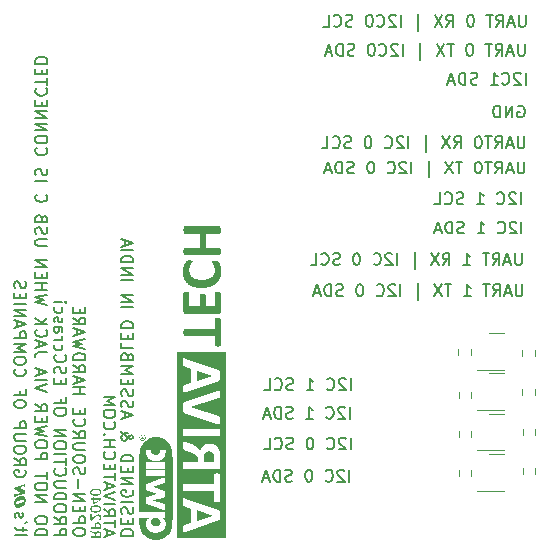
<source format=gbr>
%TF.GenerationSoftware,KiCad,Pcbnew,7.0.10*%
%TF.CreationDate,2024-01-30T02:50:09+05:30*%
%TF.ProjectId,rp2040-basic-m1,72703230-3430-42d6-9261-7369632d6d31,rev?*%
%TF.SameCoordinates,Original*%
%TF.FileFunction,Legend,Bot*%
%TF.FilePolarity,Positive*%
%FSLAX46Y46*%
G04 Gerber Fmt 4.6, Leading zero omitted, Abs format (unit mm)*
G04 Created by KiCad (PCBNEW 7.0.10) date 2024-01-30 02:50:09*
%MOMM*%
%LPD*%
G01*
G04 APERTURE LIST*
%ADD10C,0.000000*%
%ADD11C,0.150000*%
%ADD12C,0.200000*%
%ADD13C,0.120000*%
G04 APERTURE END LIST*
D10*
G36*
X89323100Y-83091163D02*
G01*
X89348645Y-83092354D01*
X89373589Y-83094338D01*
X89397630Y-83097116D01*
X89420469Y-83100688D01*
X89441803Y-83105054D01*
X89461333Y-83110213D01*
X89478758Y-83116166D01*
X89493198Y-83122322D01*
X89507511Y-83129251D01*
X89521644Y-83136904D01*
X89535544Y-83145237D01*
X89549160Y-83154203D01*
X89562437Y-83163754D01*
X89575323Y-83173845D01*
X89587767Y-83184429D01*
X89599714Y-83195459D01*
X89611112Y-83206889D01*
X89621909Y-83218673D01*
X89632051Y-83230764D01*
X89641487Y-83243115D01*
X89650163Y-83255680D01*
X89658026Y-83268413D01*
X89665025Y-83281266D01*
X89671795Y-83295728D01*
X89677814Y-83311239D01*
X89683073Y-83327654D01*
X89687564Y-83344832D01*
X89691280Y-83362631D01*
X89694214Y-83380907D01*
X89696357Y-83399517D01*
X89697701Y-83418320D01*
X89698239Y-83437173D01*
X89697963Y-83455933D01*
X89696866Y-83474457D01*
X89694939Y-83492602D01*
X89692175Y-83510227D01*
X89688567Y-83527188D01*
X89684105Y-83543343D01*
X89678783Y-83558550D01*
X89672856Y-83572635D01*
X89666392Y-83586312D01*
X89659400Y-83599576D01*
X89651889Y-83612421D01*
X89643866Y-83624844D01*
X89635342Y-83636838D01*
X89626324Y-83648399D01*
X89616821Y-83659521D01*
X89606843Y-83670200D01*
X89596397Y-83680431D01*
X89585492Y-83690208D01*
X89574138Y-83699527D01*
X89562343Y-83708382D01*
X89550116Y-83716769D01*
X89537465Y-83724682D01*
X89524399Y-83732116D01*
X89510927Y-83739067D01*
X89497057Y-83745529D01*
X89482799Y-83751497D01*
X89468160Y-83756967D01*
X89453151Y-83761932D01*
X89437779Y-83766389D01*
X89422052Y-83770331D01*
X89405981Y-83773755D01*
X89389574Y-83776655D01*
X89372838Y-83779026D01*
X89355784Y-83780862D01*
X89338419Y-83782160D01*
X89320753Y-83782913D01*
X89302794Y-83783117D01*
X89284551Y-83782767D01*
X89266033Y-83781858D01*
X89245294Y-83780328D01*
X89224543Y-83778154D01*
X89204065Y-83775384D01*
X89184145Y-83772068D01*
X89165068Y-83768257D01*
X89147120Y-83763999D01*
X89130585Y-83759343D01*
X89115750Y-83754341D01*
X89102449Y-83748814D01*
X89088816Y-83742224D01*
X89074966Y-83734673D01*
X89061014Y-83726262D01*
X89047075Y-83717095D01*
X89033262Y-83707274D01*
X89019691Y-83696901D01*
X89006477Y-83686079D01*
X88993734Y-83674909D01*
X88981577Y-83663494D01*
X88970121Y-83651937D01*
X88959480Y-83640339D01*
X88949770Y-83628803D01*
X88941104Y-83617432D01*
X88933598Y-83606327D01*
X88927367Y-83595591D01*
X88919181Y-83577852D01*
X88912085Y-83559248D01*
X88906077Y-83539906D01*
X88901156Y-83519954D01*
X88897321Y-83499517D01*
X88894569Y-83478724D01*
X88892899Y-83457702D01*
X88892309Y-83436577D01*
X88892799Y-83415477D01*
X88894366Y-83394529D01*
X88897009Y-83373860D01*
X88900726Y-83353597D01*
X88905517Y-83333867D01*
X88911378Y-83314798D01*
X88918309Y-83296517D01*
X88926308Y-83279150D01*
X88932540Y-83268041D01*
X88940048Y-83256606D01*
X88948719Y-83244943D01*
X88958439Y-83233145D01*
X88969095Y-83221311D01*
X88980575Y-83209535D01*
X88992764Y-83197915D01*
X89005551Y-83186546D01*
X89018821Y-83175523D01*
X89032462Y-83164945D01*
X89046360Y-83154906D01*
X89060402Y-83145502D01*
X89074476Y-83136830D01*
X89088467Y-83128986D01*
X89102263Y-83122066D01*
X89115750Y-83116166D01*
X89133175Y-83110213D01*
X89152705Y-83105054D01*
X89174039Y-83100688D01*
X89196878Y-83097116D01*
X89220919Y-83094338D01*
X89245863Y-83092354D01*
X89271408Y-83091163D01*
X89297254Y-83090766D01*
X89323100Y-83091163D01*
G37*
G36*
X88233232Y-76175088D02*
G01*
X88237461Y-76175385D01*
X88241658Y-76175880D01*
X88245813Y-76176572D01*
X88249915Y-76177460D01*
X88253955Y-76178544D01*
X88257921Y-76179822D01*
X88261804Y-76181294D01*
X88265594Y-76182959D01*
X88269280Y-76184816D01*
X88272851Y-76186865D01*
X88276298Y-76189104D01*
X88279611Y-76191533D01*
X88282778Y-76194151D01*
X88285790Y-76196958D01*
X88288637Y-76199952D01*
X88291308Y-76203133D01*
X88294523Y-76207473D01*
X88297429Y-76211805D01*
X88300040Y-76216195D01*
X88302371Y-76220711D01*
X88304435Y-76225420D01*
X88306247Y-76230387D01*
X88307820Y-76235680D01*
X88309168Y-76241365D01*
X88310305Y-76247510D01*
X88311245Y-76254179D01*
X88312002Y-76261441D01*
X88312591Y-76269362D01*
X88313024Y-76278008D01*
X88313316Y-76287446D01*
X88313481Y-76297744D01*
X88313533Y-76308967D01*
X88313533Y-76387284D01*
X88186533Y-76387284D01*
X88059533Y-76387284D01*
X88059533Y-76360825D01*
X88059589Y-76356691D01*
X88059779Y-76353003D01*
X88059936Y-76351319D01*
X88060140Y-76349737D01*
X88060396Y-76348255D01*
X88060707Y-76346868D01*
X88061079Y-76345575D01*
X88061516Y-76344371D01*
X88062023Y-76343255D01*
X88062603Y-76342222D01*
X88063261Y-76341269D01*
X88064003Y-76340394D01*
X88064831Y-76339594D01*
X88065751Y-76338865D01*
X88066767Y-76338204D01*
X88067884Y-76337608D01*
X88069106Y-76337074D01*
X88070437Y-76336599D01*
X88071882Y-76336180D01*
X88073446Y-76335814D01*
X88075132Y-76335497D01*
X88076946Y-76335227D01*
X88078892Y-76335000D01*
X88080974Y-76334813D01*
X88085564Y-76334549D01*
X88090752Y-76334408D01*
X88096575Y-76334367D01*
X88186533Y-76334367D01*
X88228867Y-76334367D01*
X88242840Y-76334286D01*
X88248493Y-76334095D01*
X88253340Y-76333722D01*
X88255481Y-76333449D01*
X88257444Y-76333107D01*
X88259235Y-76332690D01*
X88260865Y-76332190D01*
X88262339Y-76331600D01*
X88263665Y-76330911D01*
X88264853Y-76330116D01*
X88265908Y-76329208D01*
X88266840Y-76328178D01*
X88267655Y-76327021D01*
X88268362Y-76325727D01*
X88268967Y-76324290D01*
X88269480Y-76322702D01*
X88269908Y-76320954D01*
X88270258Y-76319041D01*
X88270538Y-76316954D01*
X88270921Y-76312228D01*
X88271117Y-76306716D01*
X88271200Y-76293091D01*
X88271126Y-76288730D01*
X88270908Y-76284391D01*
X88270551Y-76280099D01*
X88270059Y-76275877D01*
X88269436Y-76271748D01*
X88268688Y-76267735D01*
X88267819Y-76263861D01*
X88266834Y-76260151D01*
X88265737Y-76256626D01*
X88264534Y-76253311D01*
X88263228Y-76250228D01*
X88261824Y-76247401D01*
X88260327Y-76244853D01*
X88258742Y-76242608D01*
X88257073Y-76240688D01*
X88255325Y-76239116D01*
X88254504Y-76238434D01*
X88253629Y-76237778D01*
X88251726Y-76236543D01*
X88249635Y-76235417D01*
X88247371Y-76234404D01*
X88244952Y-76233508D01*
X88242396Y-76232736D01*
X88239718Y-76232090D01*
X88236936Y-76231576D01*
X88234068Y-76231199D01*
X88231130Y-76230962D01*
X88228139Y-76230871D01*
X88225113Y-76230931D01*
X88222068Y-76231146D01*
X88219021Y-76231520D01*
X88215990Y-76232059D01*
X88212992Y-76232766D01*
X88208857Y-76233966D01*
X88206959Y-76234581D01*
X88205170Y-76235216D01*
X88203486Y-76235876D01*
X88201904Y-76236568D01*
X88200421Y-76237299D01*
X88199035Y-76238075D01*
X88197741Y-76238901D01*
X88196538Y-76239785D01*
X88195421Y-76240734D01*
X88194388Y-76241752D01*
X88193436Y-76242847D01*
X88192561Y-76244026D01*
X88191760Y-76245293D01*
X88191031Y-76246657D01*
X88190370Y-76248123D01*
X88189774Y-76249698D01*
X88189241Y-76251388D01*
X88188766Y-76253200D01*
X88188347Y-76255139D01*
X88187980Y-76257213D01*
X88187663Y-76259427D01*
X88187393Y-76261788D01*
X88186980Y-76266978D01*
X88186715Y-76272833D01*
X88186575Y-76279404D01*
X88186533Y-76286742D01*
X88186533Y-76334367D01*
X88096575Y-76334367D01*
X88102572Y-76334325D01*
X88107890Y-76334177D01*
X88112569Y-76333893D01*
X88116650Y-76333441D01*
X88118479Y-76333143D01*
X88120173Y-76332791D01*
X88121738Y-76332382D01*
X88123178Y-76331911D01*
X88124499Y-76331376D01*
X88125706Y-76330771D01*
X88126803Y-76330094D01*
X88127796Y-76329340D01*
X88128690Y-76328505D01*
X88129489Y-76327586D01*
X88130200Y-76326578D01*
X88130826Y-76325479D01*
X88131374Y-76324283D01*
X88131847Y-76322987D01*
X88132251Y-76321587D01*
X88132591Y-76320079D01*
X88133100Y-76316725D01*
X88133414Y-76312894D01*
X88133573Y-76308554D01*
X88133617Y-76303675D01*
X88133515Y-76299255D01*
X88133197Y-76295107D01*
X88132647Y-76291204D01*
X88132279Y-76289336D01*
X88131847Y-76287519D01*
X88131349Y-76285750D01*
X88130781Y-76284026D01*
X88130142Y-76282344D01*
X88129431Y-76280700D01*
X88128644Y-76279090D01*
X88127780Y-76277513D01*
X88126837Y-76275963D01*
X88125811Y-76274439D01*
X88124703Y-76272936D01*
X88123508Y-76271452D01*
X88122225Y-76269982D01*
X88120853Y-76268525D01*
X88117828Y-76265632D01*
X88114418Y-76262747D01*
X88110604Y-76259844D01*
X88106371Y-76256895D01*
X88101700Y-76253876D01*
X88096575Y-76250758D01*
X88091799Y-76247816D01*
X88087387Y-76244933D01*
X88083332Y-76242094D01*
X88079625Y-76239282D01*
X88076260Y-76236482D01*
X88073228Y-76233680D01*
X88070521Y-76230859D01*
X88068132Y-76228004D01*
X88066054Y-76225099D01*
X88064277Y-76222129D01*
X88063500Y-76220615D01*
X88062795Y-76219079D01*
X88062163Y-76217519D01*
X88061600Y-76215932D01*
X88061108Y-76214318D01*
X88060684Y-76212674D01*
X88060040Y-76209289D01*
X88059659Y-76205761D01*
X88059533Y-76202075D01*
X88059580Y-76196481D01*
X88059761Y-76191606D01*
X88059919Y-76189436D01*
X88060133Y-76187446D01*
X88060410Y-76185634D01*
X88060757Y-76184001D01*
X88061181Y-76182546D01*
X88061691Y-76181269D01*
X88062292Y-76180170D01*
X88062994Y-76179249D01*
X88063802Y-76178505D01*
X88064724Y-76177938D01*
X88065768Y-76177549D01*
X88066942Y-76177337D01*
X88068251Y-76177301D01*
X88069705Y-76177442D01*
X88071309Y-76177759D01*
X88073073Y-76178252D01*
X88075002Y-76178921D01*
X88077104Y-76179767D01*
X88079387Y-76180787D01*
X88081858Y-76181983D01*
X88087393Y-76184901D01*
X88093768Y-76188517D01*
X88101042Y-76192831D01*
X88109275Y-76197842D01*
X88145258Y-76220067D01*
X88169600Y-76197842D01*
X88172944Y-76194871D01*
X88176420Y-76192111D01*
X88180018Y-76189560D01*
X88183728Y-76187217D01*
X88187540Y-76185082D01*
X88191443Y-76183154D01*
X88195427Y-76181433D01*
X88199481Y-76179916D01*
X88203596Y-76178605D01*
X88207762Y-76177497D01*
X88211967Y-76176592D01*
X88216202Y-76175890D01*
X88220456Y-76175389D01*
X88224719Y-76175089D01*
X88228982Y-76174988D01*
X88233232Y-76175088D01*
G37*
G36*
X88204895Y-76022909D02*
G01*
X88221173Y-76024652D01*
X88237366Y-76027434D01*
X88253427Y-76031268D01*
X88269305Y-76036169D01*
X88284951Y-76042153D01*
X88300317Y-76049235D01*
X88315352Y-76057429D01*
X88330007Y-76066750D01*
X88344234Y-76077213D01*
X88357983Y-76088834D01*
X88362406Y-76092969D01*
X88366919Y-76097412D01*
X88371492Y-76102121D01*
X88376091Y-76107056D01*
X88380683Y-76112178D01*
X88385237Y-76117445D01*
X88389720Y-76122818D01*
X88394099Y-76128256D01*
X88398341Y-76133719D01*
X88402415Y-76139166D01*
X88406287Y-76144557D01*
X88409924Y-76149853D01*
X88413295Y-76155012D01*
X88416367Y-76159994D01*
X88419108Y-76164759D01*
X88421483Y-76169266D01*
X88425697Y-76178393D01*
X88429597Y-76188600D01*
X88433164Y-76199728D01*
X88436383Y-76211617D01*
X88439236Y-76224107D01*
X88441706Y-76237039D01*
X88443775Y-76250254D01*
X88445428Y-76263591D01*
X88446647Y-76276890D01*
X88447415Y-76289993D01*
X88447714Y-76302739D01*
X88447528Y-76314969D01*
X88446840Y-76326523D01*
X88445633Y-76337242D01*
X88443889Y-76346965D01*
X88441592Y-76355533D01*
X88435582Y-76372158D01*
X88428691Y-76388275D01*
X88420953Y-76403847D01*
X88412405Y-76418835D01*
X88403081Y-76433203D01*
X88393018Y-76446914D01*
X88382251Y-76459930D01*
X88370815Y-76472214D01*
X88358748Y-76483730D01*
X88346083Y-76494439D01*
X88332857Y-76504305D01*
X88319106Y-76513291D01*
X88304865Y-76521359D01*
X88290169Y-76528471D01*
X88275055Y-76534592D01*
X88259558Y-76539683D01*
X88247902Y-76543146D01*
X88236159Y-76546347D01*
X88224639Y-76549227D01*
X88213653Y-76551722D01*
X88203510Y-76553770D01*
X88194520Y-76555310D01*
X88186994Y-76556280D01*
X88183877Y-76556531D01*
X88181242Y-76556617D01*
X88171513Y-76556216D01*
X88161061Y-76555046D01*
X88157184Y-76554383D01*
X88150004Y-76553157D01*
X88138462Y-76550598D01*
X88126554Y-76547418D01*
X88114399Y-76543669D01*
X88102117Y-76539398D01*
X88089828Y-76534656D01*
X88077650Y-76529493D01*
X88065703Y-76523957D01*
X88054107Y-76518099D01*
X88042980Y-76511968D01*
X88032443Y-76505614D01*
X88022614Y-76499086D01*
X88013612Y-76492435D01*
X88005558Y-76485708D01*
X87990912Y-76471760D01*
X87977533Y-76457315D01*
X87965426Y-76442399D01*
X87954593Y-76427037D01*
X87945037Y-76411253D01*
X87936762Y-76395072D01*
X87929771Y-76378519D01*
X87924067Y-76361619D01*
X87919652Y-76344396D01*
X87916530Y-76326875D01*
X87914704Y-76309082D01*
X87914178Y-76291041D01*
X87914370Y-76286506D01*
X87976227Y-76286506D01*
X87976339Y-76301672D01*
X87977318Y-76316364D01*
X87979166Y-76330580D01*
X87981882Y-76344318D01*
X87985467Y-76357578D01*
X87989919Y-76370356D01*
X87995240Y-76382653D01*
X88001428Y-76394466D01*
X88008485Y-76405794D01*
X88016410Y-76416635D01*
X88025204Y-76426987D01*
X88034865Y-76436850D01*
X88045395Y-76446222D01*
X88056792Y-76455100D01*
X88069058Y-76463484D01*
X88076854Y-76468362D01*
X88084049Y-76472697D01*
X88090759Y-76476513D01*
X88097104Y-76479838D01*
X88103201Y-76482698D01*
X88109167Y-76485119D01*
X88115122Y-76487128D01*
X88121181Y-76488751D01*
X88127464Y-76490014D01*
X88134088Y-76490944D01*
X88141171Y-76491567D01*
X88148830Y-76491910D01*
X88157184Y-76491998D01*
X88166351Y-76491858D01*
X88176447Y-76491517D01*
X88187592Y-76491000D01*
X88206563Y-76489592D01*
X88215176Y-76488705D01*
X88223277Y-76487676D01*
X88230920Y-76486492D01*
X88238156Y-76485140D01*
X88245039Y-76483604D01*
X88251621Y-76481872D01*
X88257955Y-76479929D01*
X88264093Y-76477761D01*
X88270090Y-76475354D01*
X88275996Y-76472694D01*
X88281864Y-76469768D01*
X88287749Y-76466561D01*
X88293702Y-76463060D01*
X88299775Y-76459250D01*
X88307451Y-76453905D01*
X88314802Y-76448196D01*
X88321822Y-76442142D01*
X88328509Y-76435758D01*
X88334859Y-76429060D01*
X88340868Y-76422064D01*
X88346532Y-76414786D01*
X88351848Y-76407243D01*
X88356812Y-76399450D01*
X88361421Y-76391423D01*
X88365670Y-76383179D01*
X88369557Y-76374734D01*
X88373076Y-76366103D01*
X88376226Y-76357304D01*
X88379001Y-76348351D01*
X88381399Y-76339261D01*
X88383415Y-76330050D01*
X88385046Y-76320735D01*
X88386289Y-76311331D01*
X88387139Y-76301854D01*
X88387593Y-76292320D01*
X88387647Y-76282746D01*
X88387298Y-76273148D01*
X88386542Y-76263541D01*
X88385374Y-76253942D01*
X88383793Y-76244366D01*
X88381793Y-76234831D01*
X88379371Y-76225352D01*
X88376524Y-76215945D01*
X88373247Y-76206626D01*
X88369538Y-76197411D01*
X88365392Y-76188317D01*
X88362328Y-76182612D01*
X88359087Y-76177008D01*
X88355667Y-76171506D01*
X88352063Y-76166108D01*
X88348274Y-76160816D01*
X88344295Y-76155630D01*
X88340124Y-76150553D01*
X88335758Y-76145587D01*
X88331194Y-76140731D01*
X88326428Y-76135989D01*
X88321457Y-76131362D01*
X88316278Y-76126851D01*
X88310889Y-76122457D01*
X88305286Y-76118183D01*
X88299465Y-76114030D01*
X88293425Y-76110000D01*
X88285629Y-76105121D01*
X88278435Y-76100787D01*
X88271724Y-76096970D01*
X88265379Y-76093645D01*
X88259282Y-76090785D01*
X88253316Y-76088364D01*
X88247362Y-76086355D01*
X88241302Y-76084732D01*
X88235019Y-76083469D01*
X88228395Y-76082539D01*
X88221312Y-76081916D01*
X88213653Y-76081574D01*
X88205299Y-76081486D01*
X88196133Y-76081626D01*
X88186036Y-76081967D01*
X88174892Y-76082483D01*
X88163919Y-76083261D01*
X88153228Y-76084401D01*
X88142822Y-76085901D01*
X88132703Y-76087757D01*
X88122874Y-76089965D01*
X88113337Y-76092522D01*
X88104096Y-76095426D01*
X88095153Y-76098673D01*
X88086511Y-76102259D01*
X88078172Y-76106181D01*
X88070139Y-76110436D01*
X88062415Y-76115021D01*
X88055003Y-76119932D01*
X88047905Y-76125167D01*
X88041124Y-76130720D01*
X88034663Y-76136591D01*
X88028524Y-76142774D01*
X88022710Y-76149268D01*
X88017225Y-76156068D01*
X88012070Y-76163171D01*
X88007248Y-76170574D01*
X88002762Y-76178274D01*
X87998615Y-76186268D01*
X87994810Y-76194551D01*
X87991348Y-76203121D01*
X87988234Y-76211975D01*
X87985469Y-76221109D01*
X87983056Y-76230520D01*
X87980999Y-76240205D01*
X87979299Y-76250159D01*
X87977960Y-76260381D01*
X87976983Y-76270867D01*
X87976227Y-76286506D01*
X87914370Y-76286506D01*
X87914953Y-76272776D01*
X87917034Y-76254313D01*
X87920424Y-76235677D01*
X87925125Y-76216891D01*
X87930800Y-76199580D01*
X87937474Y-76182978D01*
X87945097Y-76167101D01*
X87953621Y-76151963D01*
X87962996Y-76137579D01*
X87973173Y-76123965D01*
X87984103Y-76111134D01*
X87995736Y-76099102D01*
X88008023Y-76087885D01*
X88020915Y-76077496D01*
X88034363Y-76067951D01*
X88048317Y-76059264D01*
X88062729Y-76051451D01*
X88077549Y-76044527D01*
X88092728Y-76038506D01*
X88108217Y-76033403D01*
X88123966Y-76029234D01*
X88139926Y-76026013D01*
X88156048Y-76023755D01*
X88172283Y-76022475D01*
X88188582Y-76022188D01*
X88204895Y-76022909D01*
G37*
G36*
X89394809Y-76235338D02*
G01*
X89446727Y-76236140D01*
X89488500Y-76237637D01*
X89523341Y-76240175D01*
X89539165Y-76241943D01*
X89554460Y-76244102D01*
X89585071Y-76249766D01*
X89618386Y-76257514D01*
X89657617Y-76267692D01*
X89761205Y-76298983D01*
X89860697Y-76336746D01*
X89955891Y-76380757D01*
X90046587Y-76430791D01*
X90132582Y-76486623D01*
X90213676Y-76548028D01*
X90289665Y-76614782D01*
X90360350Y-76686659D01*
X90425528Y-76763436D01*
X90484998Y-76844886D01*
X90538558Y-76930786D01*
X90586006Y-77020911D01*
X90627142Y-77115035D01*
X90661764Y-77212934D01*
X90689670Y-77314383D01*
X90710658Y-77419158D01*
X90723590Y-78450917D01*
X90727591Y-80593232D01*
X90722862Y-82733364D01*
X90709600Y-83758575D01*
X90687175Y-83862753D01*
X90657750Y-83963602D01*
X90621540Y-84060891D01*
X90578763Y-84154391D01*
X90529637Y-84243873D01*
X90474377Y-84329107D01*
X90413201Y-84409864D01*
X90346327Y-84485914D01*
X90273971Y-84557028D01*
X90196350Y-84622977D01*
X90113681Y-84683530D01*
X90026181Y-84738459D01*
X89934068Y-84787534D01*
X89837558Y-84830526D01*
X89736869Y-84867205D01*
X89632217Y-84897341D01*
X89606606Y-84903193D01*
X89577700Y-84908439D01*
X89545947Y-84913068D01*
X89511798Y-84917069D01*
X89438107Y-84923144D01*
X89360225Y-84926578D01*
X89281747Y-84927283D01*
X89206270Y-84925172D01*
X89170782Y-84923034D01*
X89137392Y-84920160D01*
X89106551Y-84916538D01*
X89078708Y-84912158D01*
X88975868Y-84890042D01*
X88876252Y-84861137D01*
X88780085Y-84825649D01*
X88687588Y-84783785D01*
X88598986Y-84735751D01*
X88514501Y-84681753D01*
X88434357Y-84621998D01*
X88358777Y-84556690D01*
X88287985Y-84486037D01*
X88222203Y-84410245D01*
X88161654Y-84329520D01*
X88106563Y-84244069D01*
X88057152Y-84154096D01*
X88013645Y-84059809D01*
X87976264Y-83961414D01*
X87945233Y-83859116D01*
X87936796Y-83826054D01*
X87933332Y-83810708D01*
X87930317Y-83795435D01*
X87927712Y-83779696D01*
X87925476Y-83762955D01*
X87923569Y-83744672D01*
X87921950Y-83724311D01*
X87920579Y-83701333D01*
X87919416Y-83675200D01*
X87918420Y-83645374D01*
X87917551Y-83611318D01*
X87916034Y-83528360D01*
X87914542Y-83422025D01*
X87909250Y-83086533D01*
X88690300Y-83086533D01*
X88629975Y-83148975D01*
X88609891Y-83170379D01*
X88591294Y-83192172D01*
X88574158Y-83214417D01*
X88558455Y-83237180D01*
X88544160Y-83260526D01*
X88531246Y-83284520D01*
X88519688Y-83309227D01*
X88509457Y-83334712D01*
X88500529Y-83361041D01*
X88492877Y-83388278D01*
X88486475Y-83416488D01*
X88481296Y-83445738D01*
X88477313Y-83476091D01*
X88474501Y-83507613D01*
X88472833Y-83540369D01*
X88472283Y-83574425D01*
X88473335Y-83617607D01*
X88476464Y-83659823D01*
X88481635Y-83701039D01*
X88488811Y-83741226D01*
X88497957Y-83780351D01*
X88509035Y-83818384D01*
X88522008Y-83855293D01*
X88536842Y-83891048D01*
X88553498Y-83925617D01*
X88571941Y-83958968D01*
X88592135Y-83991071D01*
X88614042Y-84021895D01*
X88637627Y-84051408D01*
X88662853Y-84079578D01*
X88689683Y-84106376D01*
X88718081Y-84131769D01*
X88748011Y-84155727D01*
X88779437Y-84178218D01*
X88812321Y-84199211D01*
X88846627Y-84218675D01*
X88882320Y-84236578D01*
X88919362Y-84252890D01*
X88957717Y-84267579D01*
X88997349Y-84280614D01*
X89038221Y-84291964D01*
X89080297Y-84301598D01*
X89123540Y-84309483D01*
X89167914Y-84315591D01*
X89213383Y-84319888D01*
X89259910Y-84322344D01*
X89307458Y-84322928D01*
X89355991Y-84321608D01*
X89392733Y-84319457D01*
X89428018Y-84316556D01*
X89461955Y-84312874D01*
X89494650Y-84308379D01*
X89526210Y-84303041D01*
X89556742Y-84296828D01*
X89586353Y-84289710D01*
X89615151Y-84281656D01*
X89643241Y-84272634D01*
X89670732Y-84262614D01*
X89697730Y-84251565D01*
X89724341Y-84239455D01*
X89750674Y-84226254D01*
X89776834Y-84211930D01*
X89802929Y-84196453D01*
X89829067Y-84179791D01*
X89862848Y-84156157D01*
X89894725Y-84130916D01*
X89924679Y-84104096D01*
X89952693Y-84075727D01*
X89978747Y-84045840D01*
X90002823Y-84014462D01*
X90024903Y-83981624D01*
X90044967Y-83947355D01*
X90062997Y-83911684D01*
X90078974Y-83874642D01*
X90092880Y-83836257D01*
X90104696Y-83796559D01*
X90114404Y-83755577D01*
X90121985Y-83713341D01*
X90127420Y-83669881D01*
X90130692Y-83625225D01*
X90131908Y-83588726D01*
X90131593Y-83553058D01*
X90129752Y-83518229D01*
X90126392Y-83484251D01*
X90121519Y-83451136D01*
X90115139Y-83418893D01*
X90107258Y-83387534D01*
X90097883Y-83357070D01*
X90087020Y-83327510D01*
X90074674Y-83298867D01*
X90060853Y-83271152D01*
X90045562Y-83244374D01*
X90028807Y-83218544D01*
X90010595Y-83193675D01*
X89990933Y-83169776D01*
X89969825Y-83146858D01*
X89910558Y-83086533D01*
X90112700Y-83086533D01*
X90112700Y-82546783D01*
X90100968Y-82546783D01*
X87911367Y-82546783D01*
X87911367Y-81874741D01*
X88493450Y-81874741D01*
X89290375Y-82164725D01*
X90100000Y-82460000D01*
X90100968Y-82460124D01*
X90101886Y-82459887D01*
X90102757Y-82459272D01*
X90103580Y-82458259D01*
X90104357Y-82456829D01*
X90105088Y-82454963D01*
X90105774Y-82452641D01*
X90106416Y-82449846D01*
X90107015Y-82446558D01*
X90107571Y-82442758D01*
X90108558Y-82433545D01*
X90109383Y-82422057D01*
X90110054Y-82408141D01*
X90110576Y-82391646D01*
X90110955Y-82372418D01*
X90111198Y-82350308D01*
X90111311Y-82325161D01*
X90111170Y-82265155D01*
X90110583Y-82191183D01*
X90107408Y-81918133D01*
X89570833Y-81759383D01*
X89362358Y-81697586D01*
X89192876Y-81646009D01*
X89079552Y-81610108D01*
X89049313Y-81599742D01*
X89039550Y-81595341D01*
X89051537Y-81590990D01*
X89083653Y-81580773D01*
X89199491Y-81545467D01*
X89369502Y-81494882D01*
X89576125Y-81434475D01*
X90107408Y-81281016D01*
X90110583Y-81021725D01*
X90112700Y-80763491D01*
X89568717Y-80604741D01*
X89184674Y-80492161D01*
X89068505Y-80457253D01*
X89026850Y-80443874D01*
X89453094Y-80316081D01*
X90052375Y-80139075D01*
X90112700Y-80122141D01*
X90112700Y-79597208D01*
X89803667Y-79710450D01*
X88994041Y-80006783D01*
X88493450Y-80189875D01*
X88493450Y-80723275D01*
X88985575Y-80874616D01*
X89176207Y-80934247D01*
X89331121Y-80984154D01*
X89434441Y-81018980D01*
X89461792Y-81029063D01*
X89470292Y-81033366D01*
X89438054Y-81044965D01*
X89355066Y-81072178D01*
X89090615Y-81156530D01*
X88784492Y-81252590D01*
X88544250Y-81326525D01*
X88493450Y-81341342D01*
X88493450Y-81874741D01*
X87911367Y-81874741D01*
X87911367Y-80012075D01*
X87911990Y-79541116D01*
X88493450Y-79541116D01*
X90112700Y-79541116D01*
X90112700Y-79001366D01*
X88493450Y-79001366D01*
X88493450Y-79541116D01*
X87911990Y-79541116D01*
X87912844Y-78895533D01*
X88493450Y-78895533D01*
X90112700Y-78895533D01*
X90112700Y-78366367D01*
X89297783Y-78366367D01*
X88493450Y-78366367D01*
X88493450Y-78895533D01*
X87912844Y-78895533D01*
X87914277Y-77812594D01*
X87920296Y-77484081D01*
X87931475Y-77373650D01*
X87944062Y-77318617D01*
X88469108Y-77318617D01*
X88475458Y-77463609D01*
X88477693Y-77507112D01*
X88481236Y-77549156D01*
X88486102Y-77589792D01*
X88492309Y-77629072D01*
X88499874Y-77667051D01*
X88508814Y-77703780D01*
X88519147Y-77739312D01*
X88530888Y-77773700D01*
X88544056Y-77806997D01*
X88558668Y-77839255D01*
X88574739Y-77870527D01*
X88592288Y-77900866D01*
X88611332Y-77930324D01*
X88631887Y-77958954D01*
X88653971Y-77986809D01*
X88677600Y-78013942D01*
X88707110Y-78044652D01*
X88737716Y-78073291D01*
X88769448Y-78099872D01*
X88802335Y-78124405D01*
X88836406Y-78146905D01*
X88871691Y-78167383D01*
X88908219Y-78185853D01*
X88946020Y-78202325D01*
X88985123Y-78216813D01*
X89025558Y-78229329D01*
X89067354Y-78239885D01*
X89110541Y-78248495D01*
X89155148Y-78255169D01*
X89201204Y-78259921D01*
X89248739Y-78262763D01*
X89297783Y-78263708D01*
X89344306Y-78262749D01*
X89389795Y-78259889D01*
X89434223Y-78255158D01*
X89477561Y-78248583D01*
X89519781Y-78240195D01*
X89560853Y-78230020D01*
X89600750Y-78218087D01*
X89639443Y-78204425D01*
X89676903Y-78189062D01*
X89713103Y-78172028D01*
X89748013Y-78153349D01*
X89781605Y-78133056D01*
X89813850Y-78111175D01*
X89844721Y-78087737D01*
X89874188Y-78062769D01*
X89902224Y-78036299D01*
X89928799Y-78008357D01*
X89953885Y-77978970D01*
X89977454Y-77948167D01*
X89999477Y-77915978D01*
X90019925Y-77882429D01*
X90038771Y-77847550D01*
X90055986Y-77811369D01*
X90071541Y-77773915D01*
X90085407Y-77735216D01*
X90097557Y-77695300D01*
X90107961Y-77654197D01*
X90116592Y-77611934D01*
X90123421Y-77568540D01*
X90128418Y-77524044D01*
X90131557Y-77478474D01*
X90132808Y-77431858D01*
X90133866Y-77318617D01*
X89689367Y-77318617D01*
X89689367Y-77391642D01*
X89688697Y-77416559D01*
X89686686Y-77440513D01*
X89683332Y-77463510D01*
X89678634Y-77485552D01*
X89672591Y-77506646D01*
X89665201Y-77526796D01*
X89656461Y-77546007D01*
X89646372Y-77564282D01*
X89634930Y-77581628D01*
X89622136Y-77598048D01*
X89607986Y-77613547D01*
X89592479Y-77628130D01*
X89575615Y-77641801D01*
X89557391Y-77654565D01*
X89537806Y-77666427D01*
X89516858Y-77677392D01*
X89486109Y-77690962D01*
X89454321Y-77702316D01*
X89421697Y-77711469D01*
X89388436Y-77718435D01*
X89354741Y-77723231D01*
X89320814Y-77725872D01*
X89286856Y-77726374D01*
X89253069Y-77724752D01*
X89219653Y-77721021D01*
X89186811Y-77715198D01*
X89154744Y-77707297D01*
X89123654Y-77697334D01*
X89093743Y-77685325D01*
X89065210Y-77671285D01*
X89038260Y-77655230D01*
X89013092Y-77637174D01*
X89001334Y-77627165D01*
X88990271Y-77616583D01*
X88979903Y-77605423D01*
X88970229Y-77593684D01*
X88961250Y-77581362D01*
X88952965Y-77568454D01*
X88945375Y-77554956D01*
X88938479Y-77540867D01*
X88932278Y-77526182D01*
X88926771Y-77510899D01*
X88921959Y-77495014D01*
X88917842Y-77478524D01*
X88914419Y-77461427D01*
X88911690Y-77443719D01*
X88909656Y-77425398D01*
X88908317Y-77406459D01*
X88903025Y-77318617D01*
X88469108Y-77318617D01*
X87944062Y-77318617D01*
X87952466Y-77281871D01*
X87979201Y-77192416D01*
X88011496Y-77105501D01*
X88049165Y-77021340D01*
X88092025Y-76940150D01*
X88139890Y-76862146D01*
X88192577Y-76787543D01*
X88249901Y-76716557D01*
X88311677Y-76649403D01*
X88377722Y-76586297D01*
X88447849Y-76527455D01*
X88521876Y-76473091D01*
X88599617Y-76423421D01*
X88680889Y-76378661D01*
X88765505Y-76339027D01*
X88853283Y-76304733D01*
X88912728Y-76284672D01*
X88940222Y-76276188D01*
X88966690Y-76268667D01*
X88992476Y-76262057D01*
X89017924Y-76256308D01*
X89043379Y-76251368D01*
X89069183Y-76247186D01*
X89095682Y-76243711D01*
X89123220Y-76240892D01*
X89152141Y-76238677D01*
X89182789Y-76237016D01*
X89215508Y-76235857D01*
X89250642Y-76235150D01*
X89329533Y-76234883D01*
X89394809Y-76235338D01*
G37*
D11*
X119959411Y-48207438D02*
X120054649Y-48159819D01*
X120054649Y-48159819D02*
X120197506Y-48159819D01*
X120197506Y-48159819D02*
X120340363Y-48207438D01*
X120340363Y-48207438D02*
X120435601Y-48302676D01*
X120435601Y-48302676D02*
X120483220Y-48397914D01*
X120483220Y-48397914D02*
X120530839Y-48588390D01*
X120530839Y-48588390D02*
X120530839Y-48731247D01*
X120530839Y-48731247D02*
X120483220Y-48921723D01*
X120483220Y-48921723D02*
X120435601Y-49016961D01*
X120435601Y-49016961D02*
X120340363Y-49112200D01*
X120340363Y-49112200D02*
X120197506Y-49159819D01*
X120197506Y-49159819D02*
X120102268Y-49159819D01*
X120102268Y-49159819D02*
X119959411Y-49112200D01*
X119959411Y-49112200D02*
X119911792Y-49064580D01*
X119911792Y-49064580D02*
X119911792Y-48731247D01*
X119911792Y-48731247D02*
X120102268Y-48731247D01*
X119483220Y-49159819D02*
X119483220Y-48159819D01*
X119483220Y-48159819D02*
X118911792Y-49159819D01*
X118911792Y-49159819D02*
X118911792Y-48159819D01*
X118435601Y-49159819D02*
X118435601Y-48159819D01*
X118435601Y-48159819D02*
X118197506Y-48159819D01*
X118197506Y-48159819D02*
X118054649Y-48207438D01*
X118054649Y-48207438D02*
X117959411Y-48302676D01*
X117959411Y-48302676D02*
X117911792Y-48397914D01*
X117911792Y-48397914D02*
X117864173Y-48588390D01*
X117864173Y-48588390D02*
X117864173Y-48731247D01*
X117864173Y-48731247D02*
X117911792Y-48921723D01*
X117911792Y-48921723D02*
X117959411Y-49016961D01*
X117959411Y-49016961D02*
X118054649Y-49112200D01*
X118054649Y-49112200D02*
X118197506Y-49159819D01*
X118197506Y-49159819D02*
X118435601Y-49159819D01*
X120203220Y-56519819D02*
X120203220Y-55519819D01*
X119774649Y-55615057D02*
X119727030Y-55567438D01*
X119727030Y-55567438D02*
X119631792Y-55519819D01*
X119631792Y-55519819D02*
X119393697Y-55519819D01*
X119393697Y-55519819D02*
X119298459Y-55567438D01*
X119298459Y-55567438D02*
X119250840Y-55615057D01*
X119250840Y-55615057D02*
X119203221Y-55710295D01*
X119203221Y-55710295D02*
X119203221Y-55805533D01*
X119203221Y-55805533D02*
X119250840Y-55948390D01*
X119250840Y-55948390D02*
X119822268Y-56519819D01*
X119822268Y-56519819D02*
X119203221Y-56519819D01*
X118203221Y-56424580D02*
X118250840Y-56472200D01*
X118250840Y-56472200D02*
X118393697Y-56519819D01*
X118393697Y-56519819D02*
X118488935Y-56519819D01*
X118488935Y-56519819D02*
X118631792Y-56472200D01*
X118631792Y-56472200D02*
X118727030Y-56376961D01*
X118727030Y-56376961D02*
X118774649Y-56281723D01*
X118774649Y-56281723D02*
X118822268Y-56091247D01*
X118822268Y-56091247D02*
X118822268Y-55948390D01*
X118822268Y-55948390D02*
X118774649Y-55757914D01*
X118774649Y-55757914D02*
X118727030Y-55662676D01*
X118727030Y-55662676D02*
X118631792Y-55567438D01*
X118631792Y-55567438D02*
X118488935Y-55519819D01*
X118488935Y-55519819D02*
X118393697Y-55519819D01*
X118393697Y-55519819D02*
X118250840Y-55567438D01*
X118250840Y-55567438D02*
X118203221Y-55615057D01*
X116488935Y-56519819D02*
X117060363Y-56519819D01*
X116774649Y-56519819D02*
X116774649Y-55519819D01*
X116774649Y-55519819D02*
X116869887Y-55662676D01*
X116869887Y-55662676D02*
X116965125Y-55757914D01*
X116965125Y-55757914D02*
X117060363Y-55805533D01*
X115346077Y-56472200D02*
X115203220Y-56519819D01*
X115203220Y-56519819D02*
X114965125Y-56519819D01*
X114965125Y-56519819D02*
X114869887Y-56472200D01*
X114869887Y-56472200D02*
X114822268Y-56424580D01*
X114822268Y-56424580D02*
X114774649Y-56329342D01*
X114774649Y-56329342D02*
X114774649Y-56234104D01*
X114774649Y-56234104D02*
X114822268Y-56138866D01*
X114822268Y-56138866D02*
X114869887Y-56091247D01*
X114869887Y-56091247D02*
X114965125Y-56043628D01*
X114965125Y-56043628D02*
X115155601Y-55996009D01*
X115155601Y-55996009D02*
X115250839Y-55948390D01*
X115250839Y-55948390D02*
X115298458Y-55900771D01*
X115298458Y-55900771D02*
X115346077Y-55805533D01*
X115346077Y-55805533D02*
X115346077Y-55710295D01*
X115346077Y-55710295D02*
X115298458Y-55615057D01*
X115298458Y-55615057D02*
X115250839Y-55567438D01*
X115250839Y-55567438D02*
X115155601Y-55519819D01*
X115155601Y-55519819D02*
X114917506Y-55519819D01*
X114917506Y-55519819D02*
X114774649Y-55567438D01*
X113774649Y-56424580D02*
X113822268Y-56472200D01*
X113822268Y-56472200D02*
X113965125Y-56519819D01*
X113965125Y-56519819D02*
X114060363Y-56519819D01*
X114060363Y-56519819D02*
X114203220Y-56472200D01*
X114203220Y-56472200D02*
X114298458Y-56376961D01*
X114298458Y-56376961D02*
X114346077Y-56281723D01*
X114346077Y-56281723D02*
X114393696Y-56091247D01*
X114393696Y-56091247D02*
X114393696Y-55948390D01*
X114393696Y-55948390D02*
X114346077Y-55757914D01*
X114346077Y-55757914D02*
X114298458Y-55662676D01*
X114298458Y-55662676D02*
X114203220Y-55567438D01*
X114203220Y-55567438D02*
X114060363Y-55519819D01*
X114060363Y-55519819D02*
X113965125Y-55519819D01*
X113965125Y-55519819D02*
X113822268Y-55567438D01*
X113822268Y-55567438D02*
X113774649Y-55615057D01*
X112869887Y-56519819D02*
X113346077Y-56519819D01*
X113346077Y-56519819D02*
X113346077Y-55519819D01*
X83330180Y-84363244D02*
X83330180Y-84172768D01*
X83330180Y-84172768D02*
X83282561Y-84077530D01*
X83282561Y-84077530D02*
X83187323Y-83982292D01*
X83187323Y-83982292D02*
X82996847Y-83934673D01*
X82996847Y-83934673D02*
X82663514Y-83934673D01*
X82663514Y-83934673D02*
X82473038Y-83982292D01*
X82473038Y-83982292D02*
X82377800Y-84077530D01*
X82377800Y-84077530D02*
X82330180Y-84172768D01*
X82330180Y-84172768D02*
X82330180Y-84363244D01*
X82330180Y-84363244D02*
X82377800Y-84458482D01*
X82377800Y-84458482D02*
X82473038Y-84553720D01*
X82473038Y-84553720D02*
X82663514Y-84601339D01*
X82663514Y-84601339D02*
X82996847Y-84601339D01*
X82996847Y-84601339D02*
X83187323Y-84553720D01*
X83187323Y-84553720D02*
X83282561Y-84458482D01*
X83282561Y-84458482D02*
X83330180Y-84363244D01*
X82330180Y-83506101D02*
X83330180Y-83506101D01*
X83330180Y-83506101D02*
X83330180Y-83125149D01*
X83330180Y-83125149D02*
X83282561Y-83029911D01*
X83282561Y-83029911D02*
X83234942Y-82982292D01*
X83234942Y-82982292D02*
X83139704Y-82934673D01*
X83139704Y-82934673D02*
X82996847Y-82934673D01*
X82996847Y-82934673D02*
X82901609Y-82982292D01*
X82901609Y-82982292D02*
X82853990Y-83029911D01*
X82853990Y-83029911D02*
X82806371Y-83125149D01*
X82806371Y-83125149D02*
X82806371Y-83506101D01*
X82853990Y-82506101D02*
X82853990Y-82172768D01*
X82330180Y-82029911D02*
X82330180Y-82506101D01*
X82330180Y-82506101D02*
X83330180Y-82506101D01*
X83330180Y-82506101D02*
X83330180Y-82029911D01*
X82330180Y-81601339D02*
X83330180Y-81601339D01*
X83330180Y-81601339D02*
X82330180Y-81029911D01*
X82330180Y-81029911D02*
X83330180Y-81029911D01*
X82711133Y-80553720D02*
X82711133Y-79791816D01*
X82377800Y-79363244D02*
X82330180Y-79220387D01*
X82330180Y-79220387D02*
X82330180Y-78982292D01*
X82330180Y-78982292D02*
X82377800Y-78887054D01*
X82377800Y-78887054D02*
X82425419Y-78839435D01*
X82425419Y-78839435D02*
X82520657Y-78791816D01*
X82520657Y-78791816D02*
X82615895Y-78791816D01*
X82615895Y-78791816D02*
X82711133Y-78839435D01*
X82711133Y-78839435D02*
X82758752Y-78887054D01*
X82758752Y-78887054D02*
X82806371Y-78982292D01*
X82806371Y-78982292D02*
X82853990Y-79172768D01*
X82853990Y-79172768D02*
X82901609Y-79268006D01*
X82901609Y-79268006D02*
X82949228Y-79315625D01*
X82949228Y-79315625D02*
X83044466Y-79363244D01*
X83044466Y-79363244D02*
X83139704Y-79363244D01*
X83139704Y-79363244D02*
X83234942Y-79315625D01*
X83234942Y-79315625D02*
X83282561Y-79268006D01*
X83282561Y-79268006D02*
X83330180Y-79172768D01*
X83330180Y-79172768D02*
X83330180Y-78934673D01*
X83330180Y-78934673D02*
X83282561Y-78791816D01*
X83330180Y-78172768D02*
X83330180Y-77982292D01*
X83330180Y-77982292D02*
X83282561Y-77887054D01*
X83282561Y-77887054D02*
X83187323Y-77791816D01*
X83187323Y-77791816D02*
X82996847Y-77744197D01*
X82996847Y-77744197D02*
X82663514Y-77744197D01*
X82663514Y-77744197D02*
X82473038Y-77791816D01*
X82473038Y-77791816D02*
X82377800Y-77887054D01*
X82377800Y-77887054D02*
X82330180Y-77982292D01*
X82330180Y-77982292D02*
X82330180Y-78172768D01*
X82330180Y-78172768D02*
X82377800Y-78268006D01*
X82377800Y-78268006D02*
X82473038Y-78363244D01*
X82473038Y-78363244D02*
X82663514Y-78410863D01*
X82663514Y-78410863D02*
X82996847Y-78410863D01*
X82996847Y-78410863D02*
X83187323Y-78363244D01*
X83187323Y-78363244D02*
X83282561Y-78268006D01*
X83282561Y-78268006D02*
X83330180Y-78172768D01*
X83330180Y-77315625D02*
X82520657Y-77315625D01*
X82520657Y-77315625D02*
X82425419Y-77268006D01*
X82425419Y-77268006D02*
X82377800Y-77220387D01*
X82377800Y-77220387D02*
X82330180Y-77125149D01*
X82330180Y-77125149D02*
X82330180Y-76934673D01*
X82330180Y-76934673D02*
X82377800Y-76839435D01*
X82377800Y-76839435D02*
X82425419Y-76791816D01*
X82425419Y-76791816D02*
X82520657Y-76744197D01*
X82520657Y-76744197D02*
X83330180Y-76744197D01*
X82330180Y-75696578D02*
X82806371Y-76029911D01*
X82330180Y-76268006D02*
X83330180Y-76268006D01*
X83330180Y-76268006D02*
X83330180Y-75887054D01*
X83330180Y-75887054D02*
X83282561Y-75791816D01*
X83282561Y-75791816D02*
X83234942Y-75744197D01*
X83234942Y-75744197D02*
X83139704Y-75696578D01*
X83139704Y-75696578D02*
X82996847Y-75696578D01*
X82996847Y-75696578D02*
X82901609Y-75744197D01*
X82901609Y-75744197D02*
X82853990Y-75791816D01*
X82853990Y-75791816D02*
X82806371Y-75887054D01*
X82806371Y-75887054D02*
X82806371Y-76268006D01*
X82425419Y-74696578D02*
X82377800Y-74744197D01*
X82377800Y-74744197D02*
X82330180Y-74887054D01*
X82330180Y-74887054D02*
X82330180Y-74982292D01*
X82330180Y-74982292D02*
X82377800Y-75125149D01*
X82377800Y-75125149D02*
X82473038Y-75220387D01*
X82473038Y-75220387D02*
X82568276Y-75268006D01*
X82568276Y-75268006D02*
X82758752Y-75315625D01*
X82758752Y-75315625D02*
X82901609Y-75315625D01*
X82901609Y-75315625D02*
X83092085Y-75268006D01*
X83092085Y-75268006D02*
X83187323Y-75220387D01*
X83187323Y-75220387D02*
X83282561Y-75125149D01*
X83282561Y-75125149D02*
X83330180Y-74982292D01*
X83330180Y-74982292D02*
X83330180Y-74887054D01*
X83330180Y-74887054D02*
X83282561Y-74744197D01*
X83282561Y-74744197D02*
X83234942Y-74696578D01*
X82853990Y-74268006D02*
X82853990Y-73934673D01*
X82330180Y-73791816D02*
X82330180Y-74268006D01*
X82330180Y-74268006D02*
X83330180Y-74268006D01*
X83330180Y-74268006D02*
X83330180Y-73791816D01*
X82330180Y-72601339D02*
X83330180Y-72601339D01*
X82853990Y-72601339D02*
X82853990Y-72029911D01*
X82330180Y-72029911D02*
X83330180Y-72029911D01*
X82615895Y-71601339D02*
X82615895Y-71125149D01*
X82330180Y-71696577D02*
X83330180Y-71363244D01*
X83330180Y-71363244D02*
X82330180Y-71029911D01*
X82330180Y-70125149D02*
X82806371Y-70458482D01*
X82330180Y-70696577D02*
X83330180Y-70696577D01*
X83330180Y-70696577D02*
X83330180Y-70315625D01*
X83330180Y-70315625D02*
X83282561Y-70220387D01*
X83282561Y-70220387D02*
X83234942Y-70172768D01*
X83234942Y-70172768D02*
X83139704Y-70125149D01*
X83139704Y-70125149D02*
X82996847Y-70125149D01*
X82996847Y-70125149D02*
X82901609Y-70172768D01*
X82901609Y-70172768D02*
X82853990Y-70220387D01*
X82853990Y-70220387D02*
X82806371Y-70315625D01*
X82806371Y-70315625D02*
X82806371Y-70696577D01*
X82330180Y-69696577D02*
X83330180Y-69696577D01*
X83330180Y-69696577D02*
X83330180Y-69458482D01*
X83330180Y-69458482D02*
X83282561Y-69315625D01*
X83282561Y-69315625D02*
X83187323Y-69220387D01*
X83187323Y-69220387D02*
X83092085Y-69172768D01*
X83092085Y-69172768D02*
X82901609Y-69125149D01*
X82901609Y-69125149D02*
X82758752Y-69125149D01*
X82758752Y-69125149D02*
X82568276Y-69172768D01*
X82568276Y-69172768D02*
X82473038Y-69220387D01*
X82473038Y-69220387D02*
X82377800Y-69315625D01*
X82377800Y-69315625D02*
X82330180Y-69458482D01*
X82330180Y-69458482D02*
X82330180Y-69696577D01*
X83330180Y-68791815D02*
X82330180Y-68553720D01*
X82330180Y-68553720D02*
X83044466Y-68363244D01*
X83044466Y-68363244D02*
X82330180Y-68172768D01*
X82330180Y-68172768D02*
X83330180Y-67934673D01*
X82615895Y-67601339D02*
X82615895Y-67125149D01*
X82330180Y-67696577D02*
X83330180Y-67363244D01*
X83330180Y-67363244D02*
X82330180Y-67029911D01*
X82330180Y-66125149D02*
X82806371Y-66458482D01*
X82330180Y-66696577D02*
X83330180Y-66696577D01*
X83330180Y-66696577D02*
X83330180Y-66315625D01*
X83330180Y-66315625D02*
X83282561Y-66220387D01*
X83282561Y-66220387D02*
X83234942Y-66172768D01*
X83234942Y-66172768D02*
X83139704Y-66125149D01*
X83139704Y-66125149D02*
X82996847Y-66125149D01*
X82996847Y-66125149D02*
X82901609Y-66172768D01*
X82901609Y-66172768D02*
X82853990Y-66220387D01*
X82853990Y-66220387D02*
X82806371Y-66315625D01*
X82806371Y-66315625D02*
X82806371Y-66696577D01*
X82853990Y-65696577D02*
X82853990Y-65363244D01*
X82330180Y-65220387D02*
X82330180Y-65696577D01*
X82330180Y-65696577D02*
X83330180Y-65696577D01*
X83330180Y-65696577D02*
X83330180Y-65220387D01*
X80720180Y-84553720D02*
X81720180Y-84553720D01*
X81720180Y-84553720D02*
X81720180Y-84172768D01*
X81720180Y-84172768D02*
X81672561Y-84077530D01*
X81672561Y-84077530D02*
X81624942Y-84029911D01*
X81624942Y-84029911D02*
X81529704Y-83982292D01*
X81529704Y-83982292D02*
X81386847Y-83982292D01*
X81386847Y-83982292D02*
X81291609Y-84029911D01*
X81291609Y-84029911D02*
X81243990Y-84077530D01*
X81243990Y-84077530D02*
X81196371Y-84172768D01*
X81196371Y-84172768D02*
X81196371Y-84553720D01*
X80720180Y-82982292D02*
X81196371Y-83315625D01*
X80720180Y-83553720D02*
X81720180Y-83553720D01*
X81720180Y-83553720D02*
X81720180Y-83172768D01*
X81720180Y-83172768D02*
X81672561Y-83077530D01*
X81672561Y-83077530D02*
X81624942Y-83029911D01*
X81624942Y-83029911D02*
X81529704Y-82982292D01*
X81529704Y-82982292D02*
X81386847Y-82982292D01*
X81386847Y-82982292D02*
X81291609Y-83029911D01*
X81291609Y-83029911D02*
X81243990Y-83077530D01*
X81243990Y-83077530D02*
X81196371Y-83172768D01*
X81196371Y-83172768D02*
X81196371Y-83553720D01*
X81720180Y-82363244D02*
X81720180Y-82172768D01*
X81720180Y-82172768D02*
X81672561Y-82077530D01*
X81672561Y-82077530D02*
X81577323Y-81982292D01*
X81577323Y-81982292D02*
X81386847Y-81934673D01*
X81386847Y-81934673D02*
X81053514Y-81934673D01*
X81053514Y-81934673D02*
X80863038Y-81982292D01*
X80863038Y-81982292D02*
X80767800Y-82077530D01*
X80767800Y-82077530D02*
X80720180Y-82172768D01*
X80720180Y-82172768D02*
X80720180Y-82363244D01*
X80720180Y-82363244D02*
X80767800Y-82458482D01*
X80767800Y-82458482D02*
X80863038Y-82553720D01*
X80863038Y-82553720D02*
X81053514Y-82601339D01*
X81053514Y-82601339D02*
X81386847Y-82601339D01*
X81386847Y-82601339D02*
X81577323Y-82553720D01*
X81577323Y-82553720D02*
X81672561Y-82458482D01*
X81672561Y-82458482D02*
X81720180Y-82363244D01*
X80720180Y-81506101D02*
X81720180Y-81506101D01*
X81720180Y-81506101D02*
X81720180Y-81268006D01*
X81720180Y-81268006D02*
X81672561Y-81125149D01*
X81672561Y-81125149D02*
X81577323Y-81029911D01*
X81577323Y-81029911D02*
X81482085Y-80982292D01*
X81482085Y-80982292D02*
X81291609Y-80934673D01*
X81291609Y-80934673D02*
X81148752Y-80934673D01*
X81148752Y-80934673D02*
X80958276Y-80982292D01*
X80958276Y-80982292D02*
X80863038Y-81029911D01*
X80863038Y-81029911D02*
X80767800Y-81125149D01*
X80767800Y-81125149D02*
X80720180Y-81268006D01*
X80720180Y-81268006D02*
X80720180Y-81506101D01*
X81720180Y-80506101D02*
X80910657Y-80506101D01*
X80910657Y-80506101D02*
X80815419Y-80458482D01*
X80815419Y-80458482D02*
X80767800Y-80410863D01*
X80767800Y-80410863D02*
X80720180Y-80315625D01*
X80720180Y-80315625D02*
X80720180Y-80125149D01*
X80720180Y-80125149D02*
X80767800Y-80029911D01*
X80767800Y-80029911D02*
X80815419Y-79982292D01*
X80815419Y-79982292D02*
X80910657Y-79934673D01*
X80910657Y-79934673D02*
X81720180Y-79934673D01*
X80815419Y-78887054D02*
X80767800Y-78934673D01*
X80767800Y-78934673D02*
X80720180Y-79077530D01*
X80720180Y-79077530D02*
X80720180Y-79172768D01*
X80720180Y-79172768D02*
X80767800Y-79315625D01*
X80767800Y-79315625D02*
X80863038Y-79410863D01*
X80863038Y-79410863D02*
X80958276Y-79458482D01*
X80958276Y-79458482D02*
X81148752Y-79506101D01*
X81148752Y-79506101D02*
X81291609Y-79506101D01*
X81291609Y-79506101D02*
X81482085Y-79458482D01*
X81482085Y-79458482D02*
X81577323Y-79410863D01*
X81577323Y-79410863D02*
X81672561Y-79315625D01*
X81672561Y-79315625D02*
X81720180Y-79172768D01*
X81720180Y-79172768D02*
X81720180Y-79077530D01*
X81720180Y-79077530D02*
X81672561Y-78934673D01*
X81672561Y-78934673D02*
X81624942Y-78887054D01*
X81720180Y-78601339D02*
X81720180Y-78029911D01*
X80720180Y-78315625D02*
X81720180Y-78315625D01*
X80720180Y-77696577D02*
X81720180Y-77696577D01*
X81720180Y-77029911D02*
X81720180Y-76839435D01*
X81720180Y-76839435D02*
X81672561Y-76744197D01*
X81672561Y-76744197D02*
X81577323Y-76648959D01*
X81577323Y-76648959D02*
X81386847Y-76601340D01*
X81386847Y-76601340D02*
X81053514Y-76601340D01*
X81053514Y-76601340D02*
X80863038Y-76648959D01*
X80863038Y-76648959D02*
X80767800Y-76744197D01*
X80767800Y-76744197D02*
X80720180Y-76839435D01*
X80720180Y-76839435D02*
X80720180Y-77029911D01*
X80720180Y-77029911D02*
X80767800Y-77125149D01*
X80767800Y-77125149D02*
X80863038Y-77220387D01*
X80863038Y-77220387D02*
X81053514Y-77268006D01*
X81053514Y-77268006D02*
X81386847Y-77268006D01*
X81386847Y-77268006D02*
X81577323Y-77220387D01*
X81577323Y-77220387D02*
X81672561Y-77125149D01*
X81672561Y-77125149D02*
X81720180Y-77029911D01*
X80720180Y-76172768D02*
X81720180Y-76172768D01*
X81720180Y-76172768D02*
X80720180Y-75601340D01*
X80720180Y-75601340D02*
X81720180Y-75601340D01*
X81720180Y-74172768D02*
X81720180Y-73982292D01*
X81720180Y-73982292D02*
X81672561Y-73887054D01*
X81672561Y-73887054D02*
X81577323Y-73791816D01*
X81577323Y-73791816D02*
X81386847Y-73744197D01*
X81386847Y-73744197D02*
X81053514Y-73744197D01*
X81053514Y-73744197D02*
X80863038Y-73791816D01*
X80863038Y-73791816D02*
X80767800Y-73887054D01*
X80767800Y-73887054D02*
X80720180Y-73982292D01*
X80720180Y-73982292D02*
X80720180Y-74172768D01*
X80720180Y-74172768D02*
X80767800Y-74268006D01*
X80767800Y-74268006D02*
X80863038Y-74363244D01*
X80863038Y-74363244D02*
X81053514Y-74410863D01*
X81053514Y-74410863D02*
X81386847Y-74410863D01*
X81386847Y-74410863D02*
X81577323Y-74363244D01*
X81577323Y-74363244D02*
X81672561Y-74268006D01*
X81672561Y-74268006D02*
X81720180Y-74172768D01*
X81243990Y-72982292D02*
X81243990Y-73315625D01*
X80720180Y-73315625D02*
X81720180Y-73315625D01*
X81720180Y-73315625D02*
X81720180Y-72839435D01*
X81243990Y-71696577D02*
X81243990Y-71363244D01*
X80720180Y-71220387D02*
X80720180Y-71696577D01*
X80720180Y-71696577D02*
X81720180Y-71696577D01*
X81720180Y-71696577D02*
X81720180Y-71220387D01*
X80767800Y-70839434D02*
X80720180Y-70696577D01*
X80720180Y-70696577D02*
X80720180Y-70458482D01*
X80720180Y-70458482D02*
X80767800Y-70363244D01*
X80767800Y-70363244D02*
X80815419Y-70315625D01*
X80815419Y-70315625D02*
X80910657Y-70268006D01*
X80910657Y-70268006D02*
X81005895Y-70268006D01*
X81005895Y-70268006D02*
X81101133Y-70315625D01*
X81101133Y-70315625D02*
X81148752Y-70363244D01*
X81148752Y-70363244D02*
X81196371Y-70458482D01*
X81196371Y-70458482D02*
X81243990Y-70648958D01*
X81243990Y-70648958D02*
X81291609Y-70744196D01*
X81291609Y-70744196D02*
X81339228Y-70791815D01*
X81339228Y-70791815D02*
X81434466Y-70839434D01*
X81434466Y-70839434D02*
X81529704Y-70839434D01*
X81529704Y-70839434D02*
X81624942Y-70791815D01*
X81624942Y-70791815D02*
X81672561Y-70744196D01*
X81672561Y-70744196D02*
X81720180Y-70648958D01*
X81720180Y-70648958D02*
X81720180Y-70410863D01*
X81720180Y-70410863D02*
X81672561Y-70268006D01*
X80815419Y-69268006D02*
X80767800Y-69315625D01*
X80767800Y-69315625D02*
X80720180Y-69458482D01*
X80720180Y-69458482D02*
X80720180Y-69553720D01*
X80720180Y-69553720D02*
X80767800Y-69696577D01*
X80767800Y-69696577D02*
X80863038Y-69791815D01*
X80863038Y-69791815D02*
X80958276Y-69839434D01*
X80958276Y-69839434D02*
X81148752Y-69887053D01*
X81148752Y-69887053D02*
X81291609Y-69887053D01*
X81291609Y-69887053D02*
X81482085Y-69839434D01*
X81482085Y-69839434D02*
X81577323Y-69791815D01*
X81577323Y-69791815D02*
X81672561Y-69696577D01*
X81672561Y-69696577D02*
X81720180Y-69553720D01*
X81720180Y-69553720D02*
X81720180Y-69458482D01*
X81720180Y-69458482D02*
X81672561Y-69315625D01*
X81672561Y-69315625D02*
X81624942Y-69268006D01*
X80767800Y-68410863D02*
X80720180Y-68506101D01*
X80720180Y-68506101D02*
X80720180Y-68696577D01*
X80720180Y-68696577D02*
X80767800Y-68791815D01*
X80767800Y-68791815D02*
X80815419Y-68839434D01*
X80815419Y-68839434D02*
X80910657Y-68887053D01*
X80910657Y-68887053D02*
X81196371Y-68887053D01*
X81196371Y-68887053D02*
X81291609Y-68839434D01*
X81291609Y-68839434D02*
X81339228Y-68791815D01*
X81339228Y-68791815D02*
X81386847Y-68696577D01*
X81386847Y-68696577D02*
X81386847Y-68506101D01*
X81386847Y-68506101D02*
X81339228Y-68410863D01*
X80720180Y-67982291D02*
X81386847Y-67982291D01*
X81196371Y-67982291D02*
X81291609Y-67934672D01*
X81291609Y-67934672D02*
X81339228Y-67887053D01*
X81339228Y-67887053D02*
X81386847Y-67791815D01*
X81386847Y-67791815D02*
X81386847Y-67696577D01*
X80720180Y-66934672D02*
X81243990Y-66934672D01*
X81243990Y-66934672D02*
X81339228Y-66982291D01*
X81339228Y-66982291D02*
X81386847Y-67077529D01*
X81386847Y-67077529D02*
X81386847Y-67268005D01*
X81386847Y-67268005D02*
X81339228Y-67363243D01*
X80767800Y-66934672D02*
X80720180Y-67029910D01*
X80720180Y-67029910D02*
X80720180Y-67268005D01*
X80720180Y-67268005D02*
X80767800Y-67363243D01*
X80767800Y-67363243D02*
X80863038Y-67410862D01*
X80863038Y-67410862D02*
X80958276Y-67410862D01*
X80958276Y-67410862D02*
X81053514Y-67363243D01*
X81053514Y-67363243D02*
X81101133Y-67268005D01*
X81101133Y-67268005D02*
X81101133Y-67029910D01*
X81101133Y-67029910D02*
X81148752Y-66934672D01*
X80767800Y-66506100D02*
X80720180Y-66410862D01*
X80720180Y-66410862D02*
X80720180Y-66220386D01*
X80720180Y-66220386D02*
X80767800Y-66125148D01*
X80767800Y-66125148D02*
X80863038Y-66077529D01*
X80863038Y-66077529D02*
X80910657Y-66077529D01*
X80910657Y-66077529D02*
X81005895Y-66125148D01*
X81005895Y-66125148D02*
X81053514Y-66220386D01*
X81053514Y-66220386D02*
X81053514Y-66363243D01*
X81053514Y-66363243D02*
X81101133Y-66458481D01*
X81101133Y-66458481D02*
X81196371Y-66506100D01*
X81196371Y-66506100D02*
X81243990Y-66506100D01*
X81243990Y-66506100D02*
X81339228Y-66458481D01*
X81339228Y-66458481D02*
X81386847Y-66363243D01*
X81386847Y-66363243D02*
X81386847Y-66220386D01*
X81386847Y-66220386D02*
X81339228Y-66125148D01*
X80767800Y-65220386D02*
X80720180Y-65315624D01*
X80720180Y-65315624D02*
X80720180Y-65506100D01*
X80720180Y-65506100D02*
X80767800Y-65601338D01*
X80767800Y-65601338D02*
X80815419Y-65648957D01*
X80815419Y-65648957D02*
X80910657Y-65696576D01*
X80910657Y-65696576D02*
X81196371Y-65696576D01*
X81196371Y-65696576D02*
X81291609Y-65648957D01*
X81291609Y-65648957D02*
X81339228Y-65601338D01*
X81339228Y-65601338D02*
X81386847Y-65506100D01*
X81386847Y-65506100D02*
X81386847Y-65315624D01*
X81386847Y-65315624D02*
X81339228Y-65220386D01*
X80720180Y-64791814D02*
X81386847Y-64791814D01*
X81720180Y-64791814D02*
X81672561Y-64839433D01*
X81672561Y-64839433D02*
X81624942Y-64791814D01*
X81624942Y-64791814D02*
X81672561Y-64744195D01*
X81672561Y-64744195D02*
X81720180Y-64791814D01*
X81720180Y-64791814D02*
X81624942Y-64791814D01*
X79110180Y-84553720D02*
X80110180Y-84553720D01*
X80110180Y-84553720D02*
X80110180Y-84315625D01*
X80110180Y-84315625D02*
X80062561Y-84172768D01*
X80062561Y-84172768D02*
X79967323Y-84077530D01*
X79967323Y-84077530D02*
X79872085Y-84029911D01*
X79872085Y-84029911D02*
X79681609Y-83982292D01*
X79681609Y-83982292D02*
X79538752Y-83982292D01*
X79538752Y-83982292D02*
X79348276Y-84029911D01*
X79348276Y-84029911D02*
X79253038Y-84077530D01*
X79253038Y-84077530D02*
X79157800Y-84172768D01*
X79157800Y-84172768D02*
X79110180Y-84315625D01*
X79110180Y-84315625D02*
X79110180Y-84553720D01*
X80110180Y-83363244D02*
X80110180Y-83172768D01*
X80110180Y-83172768D02*
X80062561Y-83077530D01*
X80062561Y-83077530D02*
X79967323Y-82982292D01*
X79967323Y-82982292D02*
X79776847Y-82934673D01*
X79776847Y-82934673D02*
X79443514Y-82934673D01*
X79443514Y-82934673D02*
X79253038Y-82982292D01*
X79253038Y-82982292D02*
X79157800Y-83077530D01*
X79157800Y-83077530D02*
X79110180Y-83172768D01*
X79110180Y-83172768D02*
X79110180Y-83363244D01*
X79110180Y-83363244D02*
X79157800Y-83458482D01*
X79157800Y-83458482D02*
X79253038Y-83553720D01*
X79253038Y-83553720D02*
X79443514Y-83601339D01*
X79443514Y-83601339D02*
X79776847Y-83601339D01*
X79776847Y-83601339D02*
X79967323Y-83553720D01*
X79967323Y-83553720D02*
X80062561Y-83458482D01*
X80062561Y-83458482D02*
X80110180Y-83363244D01*
X79110180Y-81744196D02*
X80110180Y-81744196D01*
X80110180Y-81744196D02*
X79110180Y-81172768D01*
X79110180Y-81172768D02*
X80110180Y-81172768D01*
X80110180Y-80506101D02*
X80110180Y-80315625D01*
X80110180Y-80315625D02*
X80062561Y-80220387D01*
X80062561Y-80220387D02*
X79967323Y-80125149D01*
X79967323Y-80125149D02*
X79776847Y-80077530D01*
X79776847Y-80077530D02*
X79443514Y-80077530D01*
X79443514Y-80077530D02*
X79253038Y-80125149D01*
X79253038Y-80125149D02*
X79157800Y-80220387D01*
X79157800Y-80220387D02*
X79110180Y-80315625D01*
X79110180Y-80315625D02*
X79110180Y-80506101D01*
X79110180Y-80506101D02*
X79157800Y-80601339D01*
X79157800Y-80601339D02*
X79253038Y-80696577D01*
X79253038Y-80696577D02*
X79443514Y-80744196D01*
X79443514Y-80744196D02*
X79776847Y-80744196D01*
X79776847Y-80744196D02*
X79967323Y-80696577D01*
X79967323Y-80696577D02*
X80062561Y-80601339D01*
X80062561Y-80601339D02*
X80110180Y-80506101D01*
X80110180Y-79791815D02*
X80110180Y-79220387D01*
X79110180Y-79506101D02*
X80110180Y-79506101D01*
X79110180Y-78125148D02*
X80110180Y-78125148D01*
X80110180Y-78125148D02*
X80110180Y-77744196D01*
X80110180Y-77744196D02*
X80062561Y-77648958D01*
X80062561Y-77648958D02*
X80014942Y-77601339D01*
X80014942Y-77601339D02*
X79919704Y-77553720D01*
X79919704Y-77553720D02*
X79776847Y-77553720D01*
X79776847Y-77553720D02*
X79681609Y-77601339D01*
X79681609Y-77601339D02*
X79633990Y-77648958D01*
X79633990Y-77648958D02*
X79586371Y-77744196D01*
X79586371Y-77744196D02*
X79586371Y-78125148D01*
X80110180Y-76934672D02*
X80110180Y-76744196D01*
X80110180Y-76744196D02*
X80062561Y-76648958D01*
X80062561Y-76648958D02*
X79967323Y-76553720D01*
X79967323Y-76553720D02*
X79776847Y-76506101D01*
X79776847Y-76506101D02*
X79443514Y-76506101D01*
X79443514Y-76506101D02*
X79253038Y-76553720D01*
X79253038Y-76553720D02*
X79157800Y-76648958D01*
X79157800Y-76648958D02*
X79110180Y-76744196D01*
X79110180Y-76744196D02*
X79110180Y-76934672D01*
X79110180Y-76934672D02*
X79157800Y-77029910D01*
X79157800Y-77029910D02*
X79253038Y-77125148D01*
X79253038Y-77125148D02*
X79443514Y-77172767D01*
X79443514Y-77172767D02*
X79776847Y-77172767D01*
X79776847Y-77172767D02*
X79967323Y-77125148D01*
X79967323Y-77125148D02*
X80062561Y-77029910D01*
X80062561Y-77029910D02*
X80110180Y-76934672D01*
X80110180Y-76172767D02*
X79110180Y-75934672D01*
X79110180Y-75934672D02*
X79824466Y-75744196D01*
X79824466Y-75744196D02*
X79110180Y-75553720D01*
X79110180Y-75553720D02*
X80110180Y-75315625D01*
X79633990Y-74934672D02*
X79633990Y-74601339D01*
X79110180Y-74458482D02*
X79110180Y-74934672D01*
X79110180Y-74934672D02*
X80110180Y-74934672D01*
X80110180Y-74934672D02*
X80110180Y-74458482D01*
X79110180Y-73458482D02*
X79586371Y-73791815D01*
X79110180Y-74029910D02*
X80110180Y-74029910D01*
X80110180Y-74029910D02*
X80110180Y-73648958D01*
X80110180Y-73648958D02*
X80062561Y-73553720D01*
X80062561Y-73553720D02*
X80014942Y-73506101D01*
X80014942Y-73506101D02*
X79919704Y-73458482D01*
X79919704Y-73458482D02*
X79776847Y-73458482D01*
X79776847Y-73458482D02*
X79681609Y-73506101D01*
X79681609Y-73506101D02*
X79633990Y-73553720D01*
X79633990Y-73553720D02*
X79586371Y-73648958D01*
X79586371Y-73648958D02*
X79586371Y-74029910D01*
X80110180Y-72410862D02*
X79110180Y-72077529D01*
X79110180Y-72077529D02*
X80110180Y-71744196D01*
X79110180Y-71410862D02*
X80110180Y-71410862D01*
X79395895Y-70982291D02*
X79395895Y-70506101D01*
X79110180Y-71077529D02*
X80110180Y-70744196D01*
X80110180Y-70744196D02*
X79110180Y-70410863D01*
X80110180Y-69029910D02*
X79395895Y-69029910D01*
X79395895Y-69029910D02*
X79253038Y-69077529D01*
X79253038Y-69077529D02*
X79157800Y-69172767D01*
X79157800Y-69172767D02*
X79110180Y-69315624D01*
X79110180Y-69315624D02*
X79110180Y-69410862D01*
X79395895Y-68601338D02*
X79395895Y-68125148D01*
X79110180Y-68696576D02*
X80110180Y-68363243D01*
X80110180Y-68363243D02*
X79110180Y-68029910D01*
X79205419Y-67125148D02*
X79157800Y-67172767D01*
X79157800Y-67172767D02*
X79110180Y-67315624D01*
X79110180Y-67315624D02*
X79110180Y-67410862D01*
X79110180Y-67410862D02*
X79157800Y-67553719D01*
X79157800Y-67553719D02*
X79253038Y-67648957D01*
X79253038Y-67648957D02*
X79348276Y-67696576D01*
X79348276Y-67696576D02*
X79538752Y-67744195D01*
X79538752Y-67744195D02*
X79681609Y-67744195D01*
X79681609Y-67744195D02*
X79872085Y-67696576D01*
X79872085Y-67696576D02*
X79967323Y-67648957D01*
X79967323Y-67648957D02*
X80062561Y-67553719D01*
X80062561Y-67553719D02*
X80110180Y-67410862D01*
X80110180Y-67410862D02*
X80110180Y-67315624D01*
X80110180Y-67315624D02*
X80062561Y-67172767D01*
X80062561Y-67172767D02*
X80014942Y-67125148D01*
X79110180Y-66696576D02*
X80110180Y-66696576D01*
X79110180Y-66125148D02*
X79681609Y-66553719D01*
X80110180Y-66125148D02*
X79538752Y-66696576D01*
X80110180Y-65029909D02*
X79110180Y-64791814D01*
X79110180Y-64791814D02*
X79824466Y-64601338D01*
X79824466Y-64601338D02*
X79110180Y-64410862D01*
X79110180Y-64410862D02*
X80110180Y-64172767D01*
X79110180Y-63791814D02*
X80110180Y-63791814D01*
X79633990Y-63791814D02*
X79633990Y-63220386D01*
X79110180Y-63220386D02*
X80110180Y-63220386D01*
X79633990Y-62744195D02*
X79633990Y-62410862D01*
X79110180Y-62268005D02*
X79110180Y-62744195D01*
X79110180Y-62744195D02*
X80110180Y-62744195D01*
X80110180Y-62744195D02*
X80110180Y-62268005D01*
X79110180Y-61839433D02*
X80110180Y-61839433D01*
X80110180Y-61839433D02*
X79110180Y-61268005D01*
X79110180Y-61268005D02*
X80110180Y-61268005D01*
X80110180Y-60029909D02*
X79300657Y-60029909D01*
X79300657Y-60029909D02*
X79205419Y-59982290D01*
X79205419Y-59982290D02*
X79157800Y-59934671D01*
X79157800Y-59934671D02*
X79110180Y-59839433D01*
X79110180Y-59839433D02*
X79110180Y-59648957D01*
X79110180Y-59648957D02*
X79157800Y-59553719D01*
X79157800Y-59553719D02*
X79205419Y-59506100D01*
X79205419Y-59506100D02*
X79300657Y-59458481D01*
X79300657Y-59458481D02*
X80110180Y-59458481D01*
X79157800Y-59029909D02*
X79110180Y-58887052D01*
X79110180Y-58887052D02*
X79110180Y-58648957D01*
X79110180Y-58648957D02*
X79157800Y-58553719D01*
X79157800Y-58553719D02*
X79205419Y-58506100D01*
X79205419Y-58506100D02*
X79300657Y-58458481D01*
X79300657Y-58458481D02*
X79395895Y-58458481D01*
X79395895Y-58458481D02*
X79491133Y-58506100D01*
X79491133Y-58506100D02*
X79538752Y-58553719D01*
X79538752Y-58553719D02*
X79586371Y-58648957D01*
X79586371Y-58648957D02*
X79633990Y-58839433D01*
X79633990Y-58839433D02*
X79681609Y-58934671D01*
X79681609Y-58934671D02*
X79729228Y-58982290D01*
X79729228Y-58982290D02*
X79824466Y-59029909D01*
X79824466Y-59029909D02*
X79919704Y-59029909D01*
X79919704Y-59029909D02*
X80014942Y-58982290D01*
X80014942Y-58982290D02*
X80062561Y-58934671D01*
X80062561Y-58934671D02*
X80110180Y-58839433D01*
X80110180Y-58839433D02*
X80110180Y-58601338D01*
X80110180Y-58601338D02*
X80062561Y-58458481D01*
X79633990Y-57696576D02*
X79586371Y-57553719D01*
X79586371Y-57553719D02*
X79538752Y-57506100D01*
X79538752Y-57506100D02*
X79443514Y-57458481D01*
X79443514Y-57458481D02*
X79300657Y-57458481D01*
X79300657Y-57458481D02*
X79205419Y-57506100D01*
X79205419Y-57506100D02*
X79157800Y-57553719D01*
X79157800Y-57553719D02*
X79110180Y-57648957D01*
X79110180Y-57648957D02*
X79110180Y-58029909D01*
X79110180Y-58029909D02*
X80110180Y-58029909D01*
X80110180Y-58029909D02*
X80110180Y-57696576D01*
X80110180Y-57696576D02*
X80062561Y-57601338D01*
X80062561Y-57601338D02*
X80014942Y-57553719D01*
X80014942Y-57553719D02*
X79919704Y-57506100D01*
X79919704Y-57506100D02*
X79824466Y-57506100D01*
X79824466Y-57506100D02*
X79729228Y-57553719D01*
X79729228Y-57553719D02*
X79681609Y-57601338D01*
X79681609Y-57601338D02*
X79633990Y-57696576D01*
X79633990Y-57696576D02*
X79633990Y-58029909D01*
X79205419Y-55696576D02*
X79157800Y-55744195D01*
X79157800Y-55744195D02*
X79110180Y-55887052D01*
X79110180Y-55887052D02*
X79110180Y-55982290D01*
X79110180Y-55982290D02*
X79157800Y-56125147D01*
X79157800Y-56125147D02*
X79253038Y-56220385D01*
X79253038Y-56220385D02*
X79348276Y-56268004D01*
X79348276Y-56268004D02*
X79538752Y-56315623D01*
X79538752Y-56315623D02*
X79681609Y-56315623D01*
X79681609Y-56315623D02*
X79872085Y-56268004D01*
X79872085Y-56268004D02*
X79967323Y-56220385D01*
X79967323Y-56220385D02*
X80062561Y-56125147D01*
X80062561Y-56125147D02*
X80110180Y-55982290D01*
X80110180Y-55982290D02*
X80110180Y-55887052D01*
X80110180Y-55887052D02*
X80062561Y-55744195D01*
X80062561Y-55744195D02*
X80014942Y-55696576D01*
X79110180Y-54506099D02*
X80110180Y-54506099D01*
X79157800Y-54077528D02*
X79110180Y-53934671D01*
X79110180Y-53934671D02*
X79110180Y-53696576D01*
X79110180Y-53696576D02*
X79157800Y-53601338D01*
X79157800Y-53601338D02*
X79205419Y-53553719D01*
X79205419Y-53553719D02*
X79300657Y-53506100D01*
X79300657Y-53506100D02*
X79395895Y-53506100D01*
X79395895Y-53506100D02*
X79491133Y-53553719D01*
X79491133Y-53553719D02*
X79538752Y-53601338D01*
X79538752Y-53601338D02*
X79586371Y-53696576D01*
X79586371Y-53696576D02*
X79633990Y-53887052D01*
X79633990Y-53887052D02*
X79681609Y-53982290D01*
X79681609Y-53982290D02*
X79729228Y-54029909D01*
X79729228Y-54029909D02*
X79824466Y-54077528D01*
X79824466Y-54077528D02*
X79919704Y-54077528D01*
X79919704Y-54077528D02*
X80014942Y-54029909D01*
X80014942Y-54029909D02*
X80062561Y-53982290D01*
X80062561Y-53982290D02*
X80110180Y-53887052D01*
X80110180Y-53887052D02*
X80110180Y-53648957D01*
X80110180Y-53648957D02*
X80062561Y-53506100D01*
X79205419Y-51744195D02*
X79157800Y-51791814D01*
X79157800Y-51791814D02*
X79110180Y-51934671D01*
X79110180Y-51934671D02*
X79110180Y-52029909D01*
X79110180Y-52029909D02*
X79157800Y-52172766D01*
X79157800Y-52172766D02*
X79253038Y-52268004D01*
X79253038Y-52268004D02*
X79348276Y-52315623D01*
X79348276Y-52315623D02*
X79538752Y-52363242D01*
X79538752Y-52363242D02*
X79681609Y-52363242D01*
X79681609Y-52363242D02*
X79872085Y-52315623D01*
X79872085Y-52315623D02*
X79967323Y-52268004D01*
X79967323Y-52268004D02*
X80062561Y-52172766D01*
X80062561Y-52172766D02*
X80110180Y-52029909D01*
X80110180Y-52029909D02*
X80110180Y-51934671D01*
X80110180Y-51934671D02*
X80062561Y-51791814D01*
X80062561Y-51791814D02*
X80014942Y-51744195D01*
X80110180Y-51125147D02*
X80110180Y-50934671D01*
X80110180Y-50934671D02*
X80062561Y-50839433D01*
X80062561Y-50839433D02*
X79967323Y-50744195D01*
X79967323Y-50744195D02*
X79776847Y-50696576D01*
X79776847Y-50696576D02*
X79443514Y-50696576D01*
X79443514Y-50696576D02*
X79253038Y-50744195D01*
X79253038Y-50744195D02*
X79157800Y-50839433D01*
X79157800Y-50839433D02*
X79110180Y-50934671D01*
X79110180Y-50934671D02*
X79110180Y-51125147D01*
X79110180Y-51125147D02*
X79157800Y-51220385D01*
X79157800Y-51220385D02*
X79253038Y-51315623D01*
X79253038Y-51315623D02*
X79443514Y-51363242D01*
X79443514Y-51363242D02*
X79776847Y-51363242D01*
X79776847Y-51363242D02*
X79967323Y-51315623D01*
X79967323Y-51315623D02*
X80062561Y-51220385D01*
X80062561Y-51220385D02*
X80110180Y-51125147D01*
X79110180Y-50268004D02*
X80110180Y-50268004D01*
X80110180Y-50268004D02*
X79110180Y-49696576D01*
X79110180Y-49696576D02*
X80110180Y-49696576D01*
X79110180Y-49220385D02*
X80110180Y-49220385D01*
X80110180Y-49220385D02*
X79110180Y-48648957D01*
X79110180Y-48648957D02*
X80110180Y-48648957D01*
X79633990Y-48172766D02*
X79633990Y-47839433D01*
X79110180Y-47696576D02*
X79110180Y-48172766D01*
X79110180Y-48172766D02*
X80110180Y-48172766D01*
X80110180Y-48172766D02*
X80110180Y-47696576D01*
X79205419Y-46696576D02*
X79157800Y-46744195D01*
X79157800Y-46744195D02*
X79110180Y-46887052D01*
X79110180Y-46887052D02*
X79110180Y-46982290D01*
X79110180Y-46982290D02*
X79157800Y-47125147D01*
X79157800Y-47125147D02*
X79253038Y-47220385D01*
X79253038Y-47220385D02*
X79348276Y-47268004D01*
X79348276Y-47268004D02*
X79538752Y-47315623D01*
X79538752Y-47315623D02*
X79681609Y-47315623D01*
X79681609Y-47315623D02*
X79872085Y-47268004D01*
X79872085Y-47268004D02*
X79967323Y-47220385D01*
X79967323Y-47220385D02*
X80062561Y-47125147D01*
X80062561Y-47125147D02*
X80110180Y-46982290D01*
X80110180Y-46982290D02*
X80110180Y-46887052D01*
X80110180Y-46887052D02*
X80062561Y-46744195D01*
X80062561Y-46744195D02*
X80014942Y-46696576D01*
X80110180Y-46410861D02*
X80110180Y-45839433D01*
X79110180Y-46125147D02*
X80110180Y-46125147D01*
X79633990Y-45506099D02*
X79633990Y-45172766D01*
X79110180Y-45029909D02*
X79110180Y-45506099D01*
X79110180Y-45506099D02*
X80110180Y-45506099D01*
X80110180Y-45506099D02*
X80110180Y-45029909D01*
X79110180Y-44601337D02*
X80110180Y-44601337D01*
X80110180Y-44601337D02*
X80110180Y-44363242D01*
X80110180Y-44363242D02*
X80062561Y-44220385D01*
X80062561Y-44220385D02*
X79967323Y-44125147D01*
X79967323Y-44125147D02*
X79872085Y-44077528D01*
X79872085Y-44077528D02*
X79681609Y-44029909D01*
X79681609Y-44029909D02*
X79538752Y-44029909D01*
X79538752Y-44029909D02*
X79348276Y-44077528D01*
X79348276Y-44077528D02*
X79253038Y-44125147D01*
X79253038Y-44125147D02*
X79157800Y-44220385D01*
X79157800Y-44220385D02*
X79110180Y-44363242D01*
X79110180Y-44363242D02*
X79110180Y-44601337D01*
X120333220Y-63289819D02*
X120333220Y-64099342D01*
X120333220Y-64099342D02*
X120285601Y-64194580D01*
X120285601Y-64194580D02*
X120237982Y-64242200D01*
X120237982Y-64242200D02*
X120142744Y-64289819D01*
X120142744Y-64289819D02*
X119952268Y-64289819D01*
X119952268Y-64289819D02*
X119857030Y-64242200D01*
X119857030Y-64242200D02*
X119809411Y-64194580D01*
X119809411Y-64194580D02*
X119761792Y-64099342D01*
X119761792Y-64099342D02*
X119761792Y-63289819D01*
X119333220Y-64004104D02*
X118857030Y-64004104D01*
X119428458Y-64289819D02*
X119095125Y-63289819D01*
X119095125Y-63289819D02*
X118761792Y-64289819D01*
X117857030Y-64289819D02*
X118190363Y-63813628D01*
X118428458Y-64289819D02*
X118428458Y-63289819D01*
X118428458Y-63289819D02*
X118047506Y-63289819D01*
X118047506Y-63289819D02*
X117952268Y-63337438D01*
X117952268Y-63337438D02*
X117904649Y-63385057D01*
X117904649Y-63385057D02*
X117857030Y-63480295D01*
X117857030Y-63480295D02*
X117857030Y-63623152D01*
X117857030Y-63623152D02*
X117904649Y-63718390D01*
X117904649Y-63718390D02*
X117952268Y-63766009D01*
X117952268Y-63766009D02*
X118047506Y-63813628D01*
X118047506Y-63813628D02*
X118428458Y-63813628D01*
X117571315Y-63289819D02*
X116999887Y-63289819D01*
X117285601Y-64289819D02*
X117285601Y-63289819D01*
X115380839Y-64289819D02*
X115952267Y-64289819D01*
X115666553Y-64289819D02*
X115666553Y-63289819D01*
X115666553Y-63289819D02*
X115761791Y-63432676D01*
X115761791Y-63432676D02*
X115857029Y-63527914D01*
X115857029Y-63527914D02*
X115952267Y-63575533D01*
X114333219Y-63289819D02*
X113761791Y-63289819D01*
X114047505Y-64289819D02*
X114047505Y-63289819D01*
X113523695Y-63289819D02*
X112857029Y-64289819D01*
X112857029Y-63289819D02*
X113523695Y-64289819D01*
X111476076Y-64623152D02*
X111476076Y-63194580D01*
X109999885Y-64289819D02*
X109999885Y-63289819D01*
X109571314Y-63385057D02*
X109523695Y-63337438D01*
X109523695Y-63337438D02*
X109428457Y-63289819D01*
X109428457Y-63289819D02*
X109190362Y-63289819D01*
X109190362Y-63289819D02*
X109095124Y-63337438D01*
X109095124Y-63337438D02*
X109047505Y-63385057D01*
X109047505Y-63385057D02*
X108999886Y-63480295D01*
X108999886Y-63480295D02*
X108999886Y-63575533D01*
X108999886Y-63575533D02*
X109047505Y-63718390D01*
X109047505Y-63718390D02*
X109618933Y-64289819D01*
X109618933Y-64289819D02*
X108999886Y-64289819D01*
X107999886Y-64194580D02*
X108047505Y-64242200D01*
X108047505Y-64242200D02*
X108190362Y-64289819D01*
X108190362Y-64289819D02*
X108285600Y-64289819D01*
X108285600Y-64289819D02*
X108428457Y-64242200D01*
X108428457Y-64242200D02*
X108523695Y-64146961D01*
X108523695Y-64146961D02*
X108571314Y-64051723D01*
X108571314Y-64051723D02*
X108618933Y-63861247D01*
X108618933Y-63861247D02*
X108618933Y-63718390D01*
X108618933Y-63718390D02*
X108571314Y-63527914D01*
X108571314Y-63527914D02*
X108523695Y-63432676D01*
X108523695Y-63432676D02*
X108428457Y-63337438D01*
X108428457Y-63337438D02*
X108285600Y-63289819D01*
X108285600Y-63289819D02*
X108190362Y-63289819D01*
X108190362Y-63289819D02*
X108047505Y-63337438D01*
X108047505Y-63337438D02*
X107999886Y-63385057D01*
X106618933Y-63289819D02*
X106523695Y-63289819D01*
X106523695Y-63289819D02*
X106428457Y-63337438D01*
X106428457Y-63337438D02*
X106380838Y-63385057D01*
X106380838Y-63385057D02*
X106333219Y-63480295D01*
X106333219Y-63480295D02*
X106285600Y-63670771D01*
X106285600Y-63670771D02*
X106285600Y-63908866D01*
X106285600Y-63908866D02*
X106333219Y-64099342D01*
X106333219Y-64099342D02*
X106380838Y-64194580D01*
X106380838Y-64194580D02*
X106428457Y-64242200D01*
X106428457Y-64242200D02*
X106523695Y-64289819D01*
X106523695Y-64289819D02*
X106618933Y-64289819D01*
X106618933Y-64289819D02*
X106714171Y-64242200D01*
X106714171Y-64242200D02*
X106761790Y-64194580D01*
X106761790Y-64194580D02*
X106809409Y-64099342D01*
X106809409Y-64099342D02*
X106857028Y-63908866D01*
X106857028Y-63908866D02*
X106857028Y-63670771D01*
X106857028Y-63670771D02*
X106809409Y-63480295D01*
X106809409Y-63480295D02*
X106761790Y-63385057D01*
X106761790Y-63385057D02*
X106714171Y-63337438D01*
X106714171Y-63337438D02*
X106618933Y-63289819D01*
X105142742Y-64242200D02*
X104999885Y-64289819D01*
X104999885Y-64289819D02*
X104761790Y-64289819D01*
X104761790Y-64289819D02*
X104666552Y-64242200D01*
X104666552Y-64242200D02*
X104618933Y-64194580D01*
X104618933Y-64194580D02*
X104571314Y-64099342D01*
X104571314Y-64099342D02*
X104571314Y-64004104D01*
X104571314Y-64004104D02*
X104618933Y-63908866D01*
X104618933Y-63908866D02*
X104666552Y-63861247D01*
X104666552Y-63861247D02*
X104761790Y-63813628D01*
X104761790Y-63813628D02*
X104952266Y-63766009D01*
X104952266Y-63766009D02*
X105047504Y-63718390D01*
X105047504Y-63718390D02*
X105095123Y-63670771D01*
X105095123Y-63670771D02*
X105142742Y-63575533D01*
X105142742Y-63575533D02*
X105142742Y-63480295D01*
X105142742Y-63480295D02*
X105095123Y-63385057D01*
X105095123Y-63385057D02*
X105047504Y-63337438D01*
X105047504Y-63337438D02*
X104952266Y-63289819D01*
X104952266Y-63289819D02*
X104714171Y-63289819D01*
X104714171Y-63289819D02*
X104571314Y-63337438D01*
X104142742Y-64289819D02*
X104142742Y-63289819D01*
X104142742Y-63289819D02*
X103904647Y-63289819D01*
X103904647Y-63289819D02*
X103761790Y-63337438D01*
X103761790Y-63337438D02*
X103666552Y-63432676D01*
X103666552Y-63432676D02*
X103618933Y-63527914D01*
X103618933Y-63527914D02*
X103571314Y-63718390D01*
X103571314Y-63718390D02*
X103571314Y-63861247D01*
X103571314Y-63861247D02*
X103618933Y-64051723D01*
X103618933Y-64051723D02*
X103666552Y-64146961D01*
X103666552Y-64146961D02*
X103761790Y-64242200D01*
X103761790Y-64242200D02*
X103904647Y-64289819D01*
X103904647Y-64289819D02*
X104142742Y-64289819D01*
X103190361Y-64004104D02*
X102714171Y-64004104D01*
X103285599Y-64289819D02*
X102952266Y-63289819D01*
X102952266Y-63289819D02*
X102618933Y-64289819D01*
X105683220Y-79989819D02*
X105683220Y-78989819D01*
X105254649Y-79085057D02*
X105207030Y-79037438D01*
X105207030Y-79037438D02*
X105111792Y-78989819D01*
X105111792Y-78989819D02*
X104873697Y-78989819D01*
X104873697Y-78989819D02*
X104778459Y-79037438D01*
X104778459Y-79037438D02*
X104730840Y-79085057D01*
X104730840Y-79085057D02*
X104683221Y-79180295D01*
X104683221Y-79180295D02*
X104683221Y-79275533D01*
X104683221Y-79275533D02*
X104730840Y-79418390D01*
X104730840Y-79418390D02*
X105302268Y-79989819D01*
X105302268Y-79989819D02*
X104683221Y-79989819D01*
X103683221Y-79894580D02*
X103730840Y-79942200D01*
X103730840Y-79942200D02*
X103873697Y-79989819D01*
X103873697Y-79989819D02*
X103968935Y-79989819D01*
X103968935Y-79989819D02*
X104111792Y-79942200D01*
X104111792Y-79942200D02*
X104207030Y-79846961D01*
X104207030Y-79846961D02*
X104254649Y-79751723D01*
X104254649Y-79751723D02*
X104302268Y-79561247D01*
X104302268Y-79561247D02*
X104302268Y-79418390D01*
X104302268Y-79418390D02*
X104254649Y-79227914D01*
X104254649Y-79227914D02*
X104207030Y-79132676D01*
X104207030Y-79132676D02*
X104111792Y-79037438D01*
X104111792Y-79037438D02*
X103968935Y-78989819D01*
X103968935Y-78989819D02*
X103873697Y-78989819D01*
X103873697Y-78989819D02*
X103730840Y-79037438D01*
X103730840Y-79037438D02*
X103683221Y-79085057D01*
X102302268Y-78989819D02*
X102207030Y-78989819D01*
X102207030Y-78989819D02*
X102111792Y-79037438D01*
X102111792Y-79037438D02*
X102064173Y-79085057D01*
X102064173Y-79085057D02*
X102016554Y-79180295D01*
X102016554Y-79180295D02*
X101968935Y-79370771D01*
X101968935Y-79370771D02*
X101968935Y-79608866D01*
X101968935Y-79608866D02*
X102016554Y-79799342D01*
X102016554Y-79799342D02*
X102064173Y-79894580D01*
X102064173Y-79894580D02*
X102111792Y-79942200D01*
X102111792Y-79942200D02*
X102207030Y-79989819D01*
X102207030Y-79989819D02*
X102302268Y-79989819D01*
X102302268Y-79989819D02*
X102397506Y-79942200D01*
X102397506Y-79942200D02*
X102445125Y-79894580D01*
X102445125Y-79894580D02*
X102492744Y-79799342D01*
X102492744Y-79799342D02*
X102540363Y-79608866D01*
X102540363Y-79608866D02*
X102540363Y-79370771D01*
X102540363Y-79370771D02*
X102492744Y-79180295D01*
X102492744Y-79180295D02*
X102445125Y-79085057D01*
X102445125Y-79085057D02*
X102397506Y-79037438D01*
X102397506Y-79037438D02*
X102302268Y-78989819D01*
X100826077Y-79942200D02*
X100683220Y-79989819D01*
X100683220Y-79989819D02*
X100445125Y-79989819D01*
X100445125Y-79989819D02*
X100349887Y-79942200D01*
X100349887Y-79942200D02*
X100302268Y-79894580D01*
X100302268Y-79894580D02*
X100254649Y-79799342D01*
X100254649Y-79799342D02*
X100254649Y-79704104D01*
X100254649Y-79704104D02*
X100302268Y-79608866D01*
X100302268Y-79608866D02*
X100349887Y-79561247D01*
X100349887Y-79561247D02*
X100445125Y-79513628D01*
X100445125Y-79513628D02*
X100635601Y-79466009D01*
X100635601Y-79466009D02*
X100730839Y-79418390D01*
X100730839Y-79418390D02*
X100778458Y-79370771D01*
X100778458Y-79370771D02*
X100826077Y-79275533D01*
X100826077Y-79275533D02*
X100826077Y-79180295D01*
X100826077Y-79180295D02*
X100778458Y-79085057D01*
X100778458Y-79085057D02*
X100730839Y-79037438D01*
X100730839Y-79037438D02*
X100635601Y-78989819D01*
X100635601Y-78989819D02*
X100397506Y-78989819D01*
X100397506Y-78989819D02*
X100254649Y-79037438D01*
X99826077Y-79989819D02*
X99826077Y-78989819D01*
X99826077Y-78989819D02*
X99587982Y-78989819D01*
X99587982Y-78989819D02*
X99445125Y-79037438D01*
X99445125Y-79037438D02*
X99349887Y-79132676D01*
X99349887Y-79132676D02*
X99302268Y-79227914D01*
X99302268Y-79227914D02*
X99254649Y-79418390D01*
X99254649Y-79418390D02*
X99254649Y-79561247D01*
X99254649Y-79561247D02*
X99302268Y-79751723D01*
X99302268Y-79751723D02*
X99349887Y-79846961D01*
X99349887Y-79846961D02*
X99445125Y-79942200D01*
X99445125Y-79942200D02*
X99587982Y-79989819D01*
X99587982Y-79989819D02*
X99826077Y-79989819D01*
X98873696Y-79704104D02*
X98397506Y-79704104D01*
X98968934Y-79989819D02*
X98635601Y-78989819D01*
X98635601Y-78989819D02*
X98302268Y-79989819D01*
X78242561Y-79049911D02*
X78290180Y-79145149D01*
X78290180Y-79145149D02*
X78290180Y-79288006D01*
X78290180Y-79288006D02*
X78242561Y-79430863D01*
X78242561Y-79430863D02*
X78147323Y-79526101D01*
X78147323Y-79526101D02*
X78052085Y-79573720D01*
X78052085Y-79573720D02*
X77861609Y-79621339D01*
X77861609Y-79621339D02*
X77718752Y-79621339D01*
X77718752Y-79621339D02*
X77528276Y-79573720D01*
X77528276Y-79573720D02*
X77433038Y-79526101D01*
X77433038Y-79526101D02*
X77337800Y-79430863D01*
X77337800Y-79430863D02*
X77290180Y-79288006D01*
X77290180Y-79288006D02*
X77290180Y-79192768D01*
X77290180Y-79192768D02*
X77337800Y-79049911D01*
X77337800Y-79049911D02*
X77385419Y-79002292D01*
X77385419Y-79002292D02*
X77718752Y-79002292D01*
X77718752Y-79002292D02*
X77718752Y-79192768D01*
X77290180Y-78002292D02*
X77766371Y-78335625D01*
X77290180Y-78573720D02*
X78290180Y-78573720D01*
X78290180Y-78573720D02*
X78290180Y-78192768D01*
X78290180Y-78192768D02*
X78242561Y-78097530D01*
X78242561Y-78097530D02*
X78194942Y-78049911D01*
X78194942Y-78049911D02*
X78099704Y-78002292D01*
X78099704Y-78002292D02*
X77956847Y-78002292D01*
X77956847Y-78002292D02*
X77861609Y-78049911D01*
X77861609Y-78049911D02*
X77813990Y-78097530D01*
X77813990Y-78097530D02*
X77766371Y-78192768D01*
X77766371Y-78192768D02*
X77766371Y-78573720D01*
X78290180Y-77383244D02*
X78290180Y-77192768D01*
X78290180Y-77192768D02*
X78242561Y-77097530D01*
X78242561Y-77097530D02*
X78147323Y-77002292D01*
X78147323Y-77002292D02*
X77956847Y-76954673D01*
X77956847Y-76954673D02*
X77623514Y-76954673D01*
X77623514Y-76954673D02*
X77433038Y-77002292D01*
X77433038Y-77002292D02*
X77337800Y-77097530D01*
X77337800Y-77097530D02*
X77290180Y-77192768D01*
X77290180Y-77192768D02*
X77290180Y-77383244D01*
X77290180Y-77383244D02*
X77337800Y-77478482D01*
X77337800Y-77478482D02*
X77433038Y-77573720D01*
X77433038Y-77573720D02*
X77623514Y-77621339D01*
X77623514Y-77621339D02*
X77956847Y-77621339D01*
X77956847Y-77621339D02*
X78147323Y-77573720D01*
X78147323Y-77573720D02*
X78242561Y-77478482D01*
X78242561Y-77478482D02*
X78290180Y-77383244D01*
X78290180Y-76526101D02*
X77480657Y-76526101D01*
X77480657Y-76526101D02*
X77385419Y-76478482D01*
X77385419Y-76478482D02*
X77337800Y-76430863D01*
X77337800Y-76430863D02*
X77290180Y-76335625D01*
X77290180Y-76335625D02*
X77290180Y-76145149D01*
X77290180Y-76145149D02*
X77337800Y-76049911D01*
X77337800Y-76049911D02*
X77385419Y-76002292D01*
X77385419Y-76002292D02*
X77480657Y-75954673D01*
X77480657Y-75954673D02*
X78290180Y-75954673D01*
X77290180Y-75478482D02*
X78290180Y-75478482D01*
X78290180Y-75478482D02*
X78290180Y-75097530D01*
X78290180Y-75097530D02*
X78242561Y-75002292D01*
X78242561Y-75002292D02*
X78194942Y-74954673D01*
X78194942Y-74954673D02*
X78099704Y-74907054D01*
X78099704Y-74907054D02*
X77956847Y-74907054D01*
X77956847Y-74907054D02*
X77861609Y-74954673D01*
X77861609Y-74954673D02*
X77813990Y-75002292D01*
X77813990Y-75002292D02*
X77766371Y-75097530D01*
X77766371Y-75097530D02*
X77766371Y-75478482D01*
X78290180Y-73526101D02*
X78290180Y-73335625D01*
X78290180Y-73335625D02*
X78242561Y-73240387D01*
X78242561Y-73240387D02*
X78147323Y-73145149D01*
X78147323Y-73145149D02*
X77956847Y-73097530D01*
X77956847Y-73097530D02*
X77623514Y-73097530D01*
X77623514Y-73097530D02*
X77433038Y-73145149D01*
X77433038Y-73145149D02*
X77337800Y-73240387D01*
X77337800Y-73240387D02*
X77290180Y-73335625D01*
X77290180Y-73335625D02*
X77290180Y-73526101D01*
X77290180Y-73526101D02*
X77337800Y-73621339D01*
X77337800Y-73621339D02*
X77433038Y-73716577D01*
X77433038Y-73716577D02*
X77623514Y-73764196D01*
X77623514Y-73764196D02*
X77956847Y-73764196D01*
X77956847Y-73764196D02*
X78147323Y-73716577D01*
X78147323Y-73716577D02*
X78242561Y-73621339D01*
X78242561Y-73621339D02*
X78290180Y-73526101D01*
X77813990Y-72335625D02*
X77813990Y-72668958D01*
X77290180Y-72668958D02*
X78290180Y-72668958D01*
X78290180Y-72668958D02*
X78290180Y-72192768D01*
X77385419Y-70478482D02*
X77337800Y-70526101D01*
X77337800Y-70526101D02*
X77290180Y-70668958D01*
X77290180Y-70668958D02*
X77290180Y-70764196D01*
X77290180Y-70764196D02*
X77337800Y-70907053D01*
X77337800Y-70907053D02*
X77433038Y-71002291D01*
X77433038Y-71002291D02*
X77528276Y-71049910D01*
X77528276Y-71049910D02*
X77718752Y-71097529D01*
X77718752Y-71097529D02*
X77861609Y-71097529D01*
X77861609Y-71097529D02*
X78052085Y-71049910D01*
X78052085Y-71049910D02*
X78147323Y-71002291D01*
X78147323Y-71002291D02*
X78242561Y-70907053D01*
X78242561Y-70907053D02*
X78290180Y-70764196D01*
X78290180Y-70764196D02*
X78290180Y-70668958D01*
X78290180Y-70668958D02*
X78242561Y-70526101D01*
X78242561Y-70526101D02*
X78194942Y-70478482D01*
X78290180Y-69859434D02*
X78290180Y-69668958D01*
X78290180Y-69668958D02*
X78242561Y-69573720D01*
X78242561Y-69573720D02*
X78147323Y-69478482D01*
X78147323Y-69478482D02*
X77956847Y-69430863D01*
X77956847Y-69430863D02*
X77623514Y-69430863D01*
X77623514Y-69430863D02*
X77433038Y-69478482D01*
X77433038Y-69478482D02*
X77337800Y-69573720D01*
X77337800Y-69573720D02*
X77290180Y-69668958D01*
X77290180Y-69668958D02*
X77290180Y-69859434D01*
X77290180Y-69859434D02*
X77337800Y-69954672D01*
X77337800Y-69954672D02*
X77433038Y-70049910D01*
X77433038Y-70049910D02*
X77623514Y-70097529D01*
X77623514Y-70097529D02*
X77956847Y-70097529D01*
X77956847Y-70097529D02*
X78147323Y-70049910D01*
X78147323Y-70049910D02*
X78242561Y-69954672D01*
X78242561Y-69954672D02*
X78290180Y-69859434D01*
X77290180Y-69002291D02*
X78290180Y-69002291D01*
X78290180Y-69002291D02*
X77575895Y-68668958D01*
X77575895Y-68668958D02*
X78290180Y-68335625D01*
X78290180Y-68335625D02*
X77290180Y-68335625D01*
X77290180Y-67859434D02*
X78290180Y-67859434D01*
X78290180Y-67859434D02*
X78290180Y-67478482D01*
X78290180Y-67478482D02*
X78242561Y-67383244D01*
X78242561Y-67383244D02*
X78194942Y-67335625D01*
X78194942Y-67335625D02*
X78099704Y-67288006D01*
X78099704Y-67288006D02*
X77956847Y-67288006D01*
X77956847Y-67288006D02*
X77861609Y-67335625D01*
X77861609Y-67335625D02*
X77813990Y-67383244D01*
X77813990Y-67383244D02*
X77766371Y-67478482D01*
X77766371Y-67478482D02*
X77766371Y-67859434D01*
X77575895Y-66907053D02*
X77575895Y-66430863D01*
X77290180Y-67002291D02*
X78290180Y-66668958D01*
X78290180Y-66668958D02*
X77290180Y-66335625D01*
X77290180Y-66002291D02*
X78290180Y-66002291D01*
X78290180Y-66002291D02*
X77290180Y-65430863D01*
X77290180Y-65430863D02*
X78290180Y-65430863D01*
X77290180Y-64954672D02*
X78290180Y-64954672D01*
X77813990Y-64478482D02*
X77813990Y-64145149D01*
X77290180Y-64002292D02*
X77290180Y-64478482D01*
X77290180Y-64478482D02*
X78290180Y-64478482D01*
X78290180Y-64478482D02*
X78290180Y-64002292D01*
X77337800Y-63621339D02*
X77290180Y-63478482D01*
X77290180Y-63478482D02*
X77290180Y-63240387D01*
X77290180Y-63240387D02*
X77337800Y-63145149D01*
X77337800Y-63145149D02*
X77385419Y-63097530D01*
X77385419Y-63097530D02*
X77480657Y-63049911D01*
X77480657Y-63049911D02*
X77575895Y-63049911D01*
X77575895Y-63049911D02*
X77671133Y-63097530D01*
X77671133Y-63097530D02*
X77718752Y-63145149D01*
X77718752Y-63145149D02*
X77766371Y-63240387D01*
X77766371Y-63240387D02*
X77813990Y-63430863D01*
X77813990Y-63430863D02*
X77861609Y-63526101D01*
X77861609Y-63526101D02*
X77909228Y-63573720D01*
X77909228Y-63573720D02*
X78004466Y-63621339D01*
X78004466Y-63621339D02*
X78099704Y-63621339D01*
X78099704Y-63621339D02*
X78194942Y-63573720D01*
X78194942Y-63573720D02*
X78242561Y-63526101D01*
X78242561Y-63526101D02*
X78290180Y-63430863D01*
X78290180Y-63430863D02*
X78290180Y-63192768D01*
X78290180Y-63192768D02*
X78242561Y-63049911D01*
X77380180Y-84543720D02*
X78380180Y-84543720D01*
X78046847Y-84210387D02*
X78046847Y-83829435D01*
X78380180Y-84067530D02*
X77523038Y-84067530D01*
X77523038Y-84067530D02*
X77427800Y-84019911D01*
X77427800Y-84019911D02*
X77380180Y-83924673D01*
X77380180Y-83924673D02*
X77380180Y-83829435D01*
X78380180Y-83448482D02*
X78189704Y-83543720D01*
X77427800Y-83067530D02*
X77380180Y-82972292D01*
X77380180Y-82972292D02*
X77380180Y-82781816D01*
X77380180Y-82781816D02*
X77427800Y-82686578D01*
X77427800Y-82686578D02*
X77523038Y-82638959D01*
X77523038Y-82638959D02*
X77570657Y-82638959D01*
X77570657Y-82638959D02*
X77665895Y-82686578D01*
X77665895Y-82686578D02*
X77713514Y-82781816D01*
X77713514Y-82781816D02*
X77713514Y-82924673D01*
X77713514Y-82924673D02*
X77761133Y-83019911D01*
X77761133Y-83019911D02*
X77856371Y-83067530D01*
X77856371Y-83067530D02*
X77903990Y-83067530D01*
X77903990Y-83067530D02*
X77999228Y-83019911D01*
X77999228Y-83019911D02*
X78046847Y-82924673D01*
X78046847Y-82924673D02*
X78046847Y-82781816D01*
X78046847Y-82781816D02*
X77999228Y-82686578D01*
X120503220Y-52909819D02*
X120503220Y-53719342D01*
X120503220Y-53719342D02*
X120455601Y-53814580D01*
X120455601Y-53814580D02*
X120407982Y-53862200D01*
X120407982Y-53862200D02*
X120312744Y-53909819D01*
X120312744Y-53909819D02*
X120122268Y-53909819D01*
X120122268Y-53909819D02*
X120027030Y-53862200D01*
X120027030Y-53862200D02*
X119979411Y-53814580D01*
X119979411Y-53814580D02*
X119931792Y-53719342D01*
X119931792Y-53719342D02*
X119931792Y-52909819D01*
X119503220Y-53624104D02*
X119027030Y-53624104D01*
X119598458Y-53909819D02*
X119265125Y-52909819D01*
X119265125Y-52909819D02*
X118931792Y-53909819D01*
X118027030Y-53909819D02*
X118360363Y-53433628D01*
X118598458Y-53909819D02*
X118598458Y-52909819D01*
X118598458Y-52909819D02*
X118217506Y-52909819D01*
X118217506Y-52909819D02*
X118122268Y-52957438D01*
X118122268Y-52957438D02*
X118074649Y-53005057D01*
X118074649Y-53005057D02*
X118027030Y-53100295D01*
X118027030Y-53100295D02*
X118027030Y-53243152D01*
X118027030Y-53243152D02*
X118074649Y-53338390D01*
X118074649Y-53338390D02*
X118122268Y-53386009D01*
X118122268Y-53386009D02*
X118217506Y-53433628D01*
X118217506Y-53433628D02*
X118598458Y-53433628D01*
X117741315Y-52909819D02*
X117169887Y-52909819D01*
X117455601Y-53909819D02*
X117455601Y-52909819D01*
X116646077Y-52909819D02*
X116550839Y-52909819D01*
X116550839Y-52909819D02*
X116455601Y-52957438D01*
X116455601Y-52957438D02*
X116407982Y-53005057D01*
X116407982Y-53005057D02*
X116360363Y-53100295D01*
X116360363Y-53100295D02*
X116312744Y-53290771D01*
X116312744Y-53290771D02*
X116312744Y-53528866D01*
X116312744Y-53528866D02*
X116360363Y-53719342D01*
X116360363Y-53719342D02*
X116407982Y-53814580D01*
X116407982Y-53814580D02*
X116455601Y-53862200D01*
X116455601Y-53862200D02*
X116550839Y-53909819D01*
X116550839Y-53909819D02*
X116646077Y-53909819D01*
X116646077Y-53909819D02*
X116741315Y-53862200D01*
X116741315Y-53862200D02*
X116788934Y-53814580D01*
X116788934Y-53814580D02*
X116836553Y-53719342D01*
X116836553Y-53719342D02*
X116884172Y-53528866D01*
X116884172Y-53528866D02*
X116884172Y-53290771D01*
X116884172Y-53290771D02*
X116836553Y-53100295D01*
X116836553Y-53100295D02*
X116788934Y-53005057D01*
X116788934Y-53005057D02*
X116741315Y-52957438D01*
X116741315Y-52957438D02*
X116646077Y-52909819D01*
X115265124Y-52909819D02*
X114693696Y-52909819D01*
X114979410Y-53909819D02*
X114979410Y-52909819D01*
X114455600Y-52909819D02*
X113788934Y-53909819D01*
X113788934Y-52909819D02*
X114455600Y-53909819D01*
X112407981Y-54243152D02*
X112407981Y-52814580D01*
X110931790Y-53909819D02*
X110931790Y-52909819D01*
X110503219Y-53005057D02*
X110455600Y-52957438D01*
X110455600Y-52957438D02*
X110360362Y-52909819D01*
X110360362Y-52909819D02*
X110122267Y-52909819D01*
X110122267Y-52909819D02*
X110027029Y-52957438D01*
X110027029Y-52957438D02*
X109979410Y-53005057D01*
X109979410Y-53005057D02*
X109931791Y-53100295D01*
X109931791Y-53100295D02*
X109931791Y-53195533D01*
X109931791Y-53195533D02*
X109979410Y-53338390D01*
X109979410Y-53338390D02*
X110550838Y-53909819D01*
X110550838Y-53909819D02*
X109931791Y-53909819D01*
X108931791Y-53814580D02*
X108979410Y-53862200D01*
X108979410Y-53862200D02*
X109122267Y-53909819D01*
X109122267Y-53909819D02*
X109217505Y-53909819D01*
X109217505Y-53909819D02*
X109360362Y-53862200D01*
X109360362Y-53862200D02*
X109455600Y-53766961D01*
X109455600Y-53766961D02*
X109503219Y-53671723D01*
X109503219Y-53671723D02*
X109550838Y-53481247D01*
X109550838Y-53481247D02*
X109550838Y-53338390D01*
X109550838Y-53338390D02*
X109503219Y-53147914D01*
X109503219Y-53147914D02*
X109455600Y-53052676D01*
X109455600Y-53052676D02*
X109360362Y-52957438D01*
X109360362Y-52957438D02*
X109217505Y-52909819D01*
X109217505Y-52909819D02*
X109122267Y-52909819D01*
X109122267Y-52909819D02*
X108979410Y-52957438D01*
X108979410Y-52957438D02*
X108931791Y-53005057D01*
X107550838Y-52909819D02*
X107455600Y-52909819D01*
X107455600Y-52909819D02*
X107360362Y-52957438D01*
X107360362Y-52957438D02*
X107312743Y-53005057D01*
X107312743Y-53005057D02*
X107265124Y-53100295D01*
X107265124Y-53100295D02*
X107217505Y-53290771D01*
X107217505Y-53290771D02*
X107217505Y-53528866D01*
X107217505Y-53528866D02*
X107265124Y-53719342D01*
X107265124Y-53719342D02*
X107312743Y-53814580D01*
X107312743Y-53814580D02*
X107360362Y-53862200D01*
X107360362Y-53862200D02*
X107455600Y-53909819D01*
X107455600Y-53909819D02*
X107550838Y-53909819D01*
X107550838Y-53909819D02*
X107646076Y-53862200D01*
X107646076Y-53862200D02*
X107693695Y-53814580D01*
X107693695Y-53814580D02*
X107741314Y-53719342D01*
X107741314Y-53719342D02*
X107788933Y-53528866D01*
X107788933Y-53528866D02*
X107788933Y-53290771D01*
X107788933Y-53290771D02*
X107741314Y-53100295D01*
X107741314Y-53100295D02*
X107693695Y-53005057D01*
X107693695Y-53005057D02*
X107646076Y-52957438D01*
X107646076Y-52957438D02*
X107550838Y-52909819D01*
X106074647Y-53862200D02*
X105931790Y-53909819D01*
X105931790Y-53909819D02*
X105693695Y-53909819D01*
X105693695Y-53909819D02*
X105598457Y-53862200D01*
X105598457Y-53862200D02*
X105550838Y-53814580D01*
X105550838Y-53814580D02*
X105503219Y-53719342D01*
X105503219Y-53719342D02*
X105503219Y-53624104D01*
X105503219Y-53624104D02*
X105550838Y-53528866D01*
X105550838Y-53528866D02*
X105598457Y-53481247D01*
X105598457Y-53481247D02*
X105693695Y-53433628D01*
X105693695Y-53433628D02*
X105884171Y-53386009D01*
X105884171Y-53386009D02*
X105979409Y-53338390D01*
X105979409Y-53338390D02*
X106027028Y-53290771D01*
X106027028Y-53290771D02*
X106074647Y-53195533D01*
X106074647Y-53195533D02*
X106074647Y-53100295D01*
X106074647Y-53100295D02*
X106027028Y-53005057D01*
X106027028Y-53005057D02*
X105979409Y-52957438D01*
X105979409Y-52957438D02*
X105884171Y-52909819D01*
X105884171Y-52909819D02*
X105646076Y-52909819D01*
X105646076Y-52909819D02*
X105503219Y-52957438D01*
X105074647Y-53909819D02*
X105074647Y-52909819D01*
X105074647Y-52909819D02*
X104836552Y-52909819D01*
X104836552Y-52909819D02*
X104693695Y-52957438D01*
X104693695Y-52957438D02*
X104598457Y-53052676D01*
X104598457Y-53052676D02*
X104550838Y-53147914D01*
X104550838Y-53147914D02*
X104503219Y-53338390D01*
X104503219Y-53338390D02*
X104503219Y-53481247D01*
X104503219Y-53481247D02*
X104550838Y-53671723D01*
X104550838Y-53671723D02*
X104598457Y-53766961D01*
X104598457Y-53766961D02*
X104693695Y-53862200D01*
X104693695Y-53862200D02*
X104836552Y-53909819D01*
X104836552Y-53909819D02*
X105074647Y-53909819D01*
X104122266Y-53624104D02*
X103646076Y-53624104D01*
X104217504Y-53909819D02*
X103884171Y-52909819D01*
X103884171Y-52909819D02*
X103550838Y-53909819D01*
X120503220Y-50759819D02*
X120503220Y-51569342D01*
X120503220Y-51569342D02*
X120455601Y-51664580D01*
X120455601Y-51664580D02*
X120407982Y-51712200D01*
X120407982Y-51712200D02*
X120312744Y-51759819D01*
X120312744Y-51759819D02*
X120122268Y-51759819D01*
X120122268Y-51759819D02*
X120027030Y-51712200D01*
X120027030Y-51712200D02*
X119979411Y-51664580D01*
X119979411Y-51664580D02*
X119931792Y-51569342D01*
X119931792Y-51569342D02*
X119931792Y-50759819D01*
X119503220Y-51474104D02*
X119027030Y-51474104D01*
X119598458Y-51759819D02*
X119265125Y-50759819D01*
X119265125Y-50759819D02*
X118931792Y-51759819D01*
X118027030Y-51759819D02*
X118360363Y-51283628D01*
X118598458Y-51759819D02*
X118598458Y-50759819D01*
X118598458Y-50759819D02*
X118217506Y-50759819D01*
X118217506Y-50759819D02*
X118122268Y-50807438D01*
X118122268Y-50807438D02*
X118074649Y-50855057D01*
X118074649Y-50855057D02*
X118027030Y-50950295D01*
X118027030Y-50950295D02*
X118027030Y-51093152D01*
X118027030Y-51093152D02*
X118074649Y-51188390D01*
X118074649Y-51188390D02*
X118122268Y-51236009D01*
X118122268Y-51236009D02*
X118217506Y-51283628D01*
X118217506Y-51283628D02*
X118598458Y-51283628D01*
X117741315Y-50759819D02*
X117169887Y-50759819D01*
X117455601Y-51759819D02*
X117455601Y-50759819D01*
X116646077Y-50759819D02*
X116550839Y-50759819D01*
X116550839Y-50759819D02*
X116455601Y-50807438D01*
X116455601Y-50807438D02*
X116407982Y-50855057D01*
X116407982Y-50855057D02*
X116360363Y-50950295D01*
X116360363Y-50950295D02*
X116312744Y-51140771D01*
X116312744Y-51140771D02*
X116312744Y-51378866D01*
X116312744Y-51378866D02*
X116360363Y-51569342D01*
X116360363Y-51569342D02*
X116407982Y-51664580D01*
X116407982Y-51664580D02*
X116455601Y-51712200D01*
X116455601Y-51712200D02*
X116550839Y-51759819D01*
X116550839Y-51759819D02*
X116646077Y-51759819D01*
X116646077Y-51759819D02*
X116741315Y-51712200D01*
X116741315Y-51712200D02*
X116788934Y-51664580D01*
X116788934Y-51664580D02*
X116836553Y-51569342D01*
X116836553Y-51569342D02*
X116884172Y-51378866D01*
X116884172Y-51378866D02*
X116884172Y-51140771D01*
X116884172Y-51140771D02*
X116836553Y-50950295D01*
X116836553Y-50950295D02*
X116788934Y-50855057D01*
X116788934Y-50855057D02*
X116741315Y-50807438D01*
X116741315Y-50807438D02*
X116646077Y-50759819D01*
X114550839Y-51759819D02*
X114884172Y-51283628D01*
X115122267Y-51759819D02*
X115122267Y-50759819D01*
X115122267Y-50759819D02*
X114741315Y-50759819D01*
X114741315Y-50759819D02*
X114646077Y-50807438D01*
X114646077Y-50807438D02*
X114598458Y-50855057D01*
X114598458Y-50855057D02*
X114550839Y-50950295D01*
X114550839Y-50950295D02*
X114550839Y-51093152D01*
X114550839Y-51093152D02*
X114598458Y-51188390D01*
X114598458Y-51188390D02*
X114646077Y-51236009D01*
X114646077Y-51236009D02*
X114741315Y-51283628D01*
X114741315Y-51283628D02*
X115122267Y-51283628D01*
X114217505Y-50759819D02*
X113550839Y-51759819D01*
X113550839Y-50759819D02*
X114217505Y-51759819D01*
X112169886Y-52093152D02*
X112169886Y-50664580D01*
X110693695Y-51759819D02*
X110693695Y-50759819D01*
X110265124Y-50855057D02*
X110217505Y-50807438D01*
X110217505Y-50807438D02*
X110122267Y-50759819D01*
X110122267Y-50759819D02*
X109884172Y-50759819D01*
X109884172Y-50759819D02*
X109788934Y-50807438D01*
X109788934Y-50807438D02*
X109741315Y-50855057D01*
X109741315Y-50855057D02*
X109693696Y-50950295D01*
X109693696Y-50950295D02*
X109693696Y-51045533D01*
X109693696Y-51045533D02*
X109741315Y-51188390D01*
X109741315Y-51188390D02*
X110312743Y-51759819D01*
X110312743Y-51759819D02*
X109693696Y-51759819D01*
X108693696Y-51664580D02*
X108741315Y-51712200D01*
X108741315Y-51712200D02*
X108884172Y-51759819D01*
X108884172Y-51759819D02*
X108979410Y-51759819D01*
X108979410Y-51759819D02*
X109122267Y-51712200D01*
X109122267Y-51712200D02*
X109217505Y-51616961D01*
X109217505Y-51616961D02*
X109265124Y-51521723D01*
X109265124Y-51521723D02*
X109312743Y-51331247D01*
X109312743Y-51331247D02*
X109312743Y-51188390D01*
X109312743Y-51188390D02*
X109265124Y-50997914D01*
X109265124Y-50997914D02*
X109217505Y-50902676D01*
X109217505Y-50902676D02*
X109122267Y-50807438D01*
X109122267Y-50807438D02*
X108979410Y-50759819D01*
X108979410Y-50759819D02*
X108884172Y-50759819D01*
X108884172Y-50759819D02*
X108741315Y-50807438D01*
X108741315Y-50807438D02*
X108693696Y-50855057D01*
X107312743Y-50759819D02*
X107217505Y-50759819D01*
X107217505Y-50759819D02*
X107122267Y-50807438D01*
X107122267Y-50807438D02*
X107074648Y-50855057D01*
X107074648Y-50855057D02*
X107027029Y-50950295D01*
X107027029Y-50950295D02*
X106979410Y-51140771D01*
X106979410Y-51140771D02*
X106979410Y-51378866D01*
X106979410Y-51378866D02*
X107027029Y-51569342D01*
X107027029Y-51569342D02*
X107074648Y-51664580D01*
X107074648Y-51664580D02*
X107122267Y-51712200D01*
X107122267Y-51712200D02*
X107217505Y-51759819D01*
X107217505Y-51759819D02*
X107312743Y-51759819D01*
X107312743Y-51759819D02*
X107407981Y-51712200D01*
X107407981Y-51712200D02*
X107455600Y-51664580D01*
X107455600Y-51664580D02*
X107503219Y-51569342D01*
X107503219Y-51569342D02*
X107550838Y-51378866D01*
X107550838Y-51378866D02*
X107550838Y-51140771D01*
X107550838Y-51140771D02*
X107503219Y-50950295D01*
X107503219Y-50950295D02*
X107455600Y-50855057D01*
X107455600Y-50855057D02*
X107407981Y-50807438D01*
X107407981Y-50807438D02*
X107312743Y-50759819D01*
X105836552Y-51712200D02*
X105693695Y-51759819D01*
X105693695Y-51759819D02*
X105455600Y-51759819D01*
X105455600Y-51759819D02*
X105360362Y-51712200D01*
X105360362Y-51712200D02*
X105312743Y-51664580D01*
X105312743Y-51664580D02*
X105265124Y-51569342D01*
X105265124Y-51569342D02*
X105265124Y-51474104D01*
X105265124Y-51474104D02*
X105312743Y-51378866D01*
X105312743Y-51378866D02*
X105360362Y-51331247D01*
X105360362Y-51331247D02*
X105455600Y-51283628D01*
X105455600Y-51283628D02*
X105646076Y-51236009D01*
X105646076Y-51236009D02*
X105741314Y-51188390D01*
X105741314Y-51188390D02*
X105788933Y-51140771D01*
X105788933Y-51140771D02*
X105836552Y-51045533D01*
X105836552Y-51045533D02*
X105836552Y-50950295D01*
X105836552Y-50950295D02*
X105788933Y-50855057D01*
X105788933Y-50855057D02*
X105741314Y-50807438D01*
X105741314Y-50807438D02*
X105646076Y-50759819D01*
X105646076Y-50759819D02*
X105407981Y-50759819D01*
X105407981Y-50759819D02*
X105265124Y-50807438D01*
X104265124Y-51664580D02*
X104312743Y-51712200D01*
X104312743Y-51712200D02*
X104455600Y-51759819D01*
X104455600Y-51759819D02*
X104550838Y-51759819D01*
X104550838Y-51759819D02*
X104693695Y-51712200D01*
X104693695Y-51712200D02*
X104788933Y-51616961D01*
X104788933Y-51616961D02*
X104836552Y-51521723D01*
X104836552Y-51521723D02*
X104884171Y-51331247D01*
X104884171Y-51331247D02*
X104884171Y-51188390D01*
X104884171Y-51188390D02*
X104836552Y-50997914D01*
X104836552Y-50997914D02*
X104788933Y-50902676D01*
X104788933Y-50902676D02*
X104693695Y-50807438D01*
X104693695Y-50807438D02*
X104550838Y-50759819D01*
X104550838Y-50759819D02*
X104455600Y-50759819D01*
X104455600Y-50759819D02*
X104312743Y-50807438D01*
X104312743Y-50807438D02*
X104265124Y-50855057D01*
X103360362Y-51759819D02*
X103836552Y-51759819D01*
X103836552Y-51759819D02*
X103836552Y-50759819D01*
X105733220Y-74659819D02*
X105733220Y-73659819D01*
X105304649Y-73755057D02*
X105257030Y-73707438D01*
X105257030Y-73707438D02*
X105161792Y-73659819D01*
X105161792Y-73659819D02*
X104923697Y-73659819D01*
X104923697Y-73659819D02*
X104828459Y-73707438D01*
X104828459Y-73707438D02*
X104780840Y-73755057D01*
X104780840Y-73755057D02*
X104733221Y-73850295D01*
X104733221Y-73850295D02*
X104733221Y-73945533D01*
X104733221Y-73945533D02*
X104780840Y-74088390D01*
X104780840Y-74088390D02*
X105352268Y-74659819D01*
X105352268Y-74659819D02*
X104733221Y-74659819D01*
X103733221Y-74564580D02*
X103780840Y-74612200D01*
X103780840Y-74612200D02*
X103923697Y-74659819D01*
X103923697Y-74659819D02*
X104018935Y-74659819D01*
X104018935Y-74659819D02*
X104161792Y-74612200D01*
X104161792Y-74612200D02*
X104257030Y-74516961D01*
X104257030Y-74516961D02*
X104304649Y-74421723D01*
X104304649Y-74421723D02*
X104352268Y-74231247D01*
X104352268Y-74231247D02*
X104352268Y-74088390D01*
X104352268Y-74088390D02*
X104304649Y-73897914D01*
X104304649Y-73897914D02*
X104257030Y-73802676D01*
X104257030Y-73802676D02*
X104161792Y-73707438D01*
X104161792Y-73707438D02*
X104018935Y-73659819D01*
X104018935Y-73659819D02*
X103923697Y-73659819D01*
X103923697Y-73659819D02*
X103780840Y-73707438D01*
X103780840Y-73707438D02*
X103733221Y-73755057D01*
X102018935Y-74659819D02*
X102590363Y-74659819D01*
X102304649Y-74659819D02*
X102304649Y-73659819D01*
X102304649Y-73659819D02*
X102399887Y-73802676D01*
X102399887Y-73802676D02*
X102495125Y-73897914D01*
X102495125Y-73897914D02*
X102590363Y-73945533D01*
X100876077Y-74612200D02*
X100733220Y-74659819D01*
X100733220Y-74659819D02*
X100495125Y-74659819D01*
X100495125Y-74659819D02*
X100399887Y-74612200D01*
X100399887Y-74612200D02*
X100352268Y-74564580D01*
X100352268Y-74564580D02*
X100304649Y-74469342D01*
X100304649Y-74469342D02*
X100304649Y-74374104D01*
X100304649Y-74374104D02*
X100352268Y-74278866D01*
X100352268Y-74278866D02*
X100399887Y-74231247D01*
X100399887Y-74231247D02*
X100495125Y-74183628D01*
X100495125Y-74183628D02*
X100685601Y-74136009D01*
X100685601Y-74136009D02*
X100780839Y-74088390D01*
X100780839Y-74088390D02*
X100828458Y-74040771D01*
X100828458Y-74040771D02*
X100876077Y-73945533D01*
X100876077Y-73945533D02*
X100876077Y-73850295D01*
X100876077Y-73850295D02*
X100828458Y-73755057D01*
X100828458Y-73755057D02*
X100780839Y-73707438D01*
X100780839Y-73707438D02*
X100685601Y-73659819D01*
X100685601Y-73659819D02*
X100447506Y-73659819D01*
X100447506Y-73659819D02*
X100304649Y-73707438D01*
X99876077Y-74659819D02*
X99876077Y-73659819D01*
X99876077Y-73659819D02*
X99637982Y-73659819D01*
X99637982Y-73659819D02*
X99495125Y-73707438D01*
X99495125Y-73707438D02*
X99399887Y-73802676D01*
X99399887Y-73802676D02*
X99352268Y-73897914D01*
X99352268Y-73897914D02*
X99304649Y-74088390D01*
X99304649Y-74088390D02*
X99304649Y-74231247D01*
X99304649Y-74231247D02*
X99352268Y-74421723D01*
X99352268Y-74421723D02*
X99399887Y-74516961D01*
X99399887Y-74516961D02*
X99495125Y-74612200D01*
X99495125Y-74612200D02*
X99637982Y-74659819D01*
X99637982Y-74659819D02*
X99876077Y-74659819D01*
X98923696Y-74374104D02*
X98447506Y-74374104D01*
X99018934Y-74659819D02*
X98685601Y-73659819D01*
X98685601Y-73659819D02*
X98352268Y-74659819D01*
X86380180Y-84573720D02*
X87380180Y-84573720D01*
X87380180Y-84573720D02*
X87380180Y-84335625D01*
X87380180Y-84335625D02*
X87332561Y-84192768D01*
X87332561Y-84192768D02*
X87237323Y-84097530D01*
X87237323Y-84097530D02*
X87142085Y-84049911D01*
X87142085Y-84049911D02*
X86951609Y-84002292D01*
X86951609Y-84002292D02*
X86808752Y-84002292D01*
X86808752Y-84002292D02*
X86618276Y-84049911D01*
X86618276Y-84049911D02*
X86523038Y-84097530D01*
X86523038Y-84097530D02*
X86427800Y-84192768D01*
X86427800Y-84192768D02*
X86380180Y-84335625D01*
X86380180Y-84335625D02*
X86380180Y-84573720D01*
X86903990Y-83573720D02*
X86903990Y-83240387D01*
X86380180Y-83097530D02*
X86380180Y-83573720D01*
X86380180Y-83573720D02*
X87380180Y-83573720D01*
X87380180Y-83573720D02*
X87380180Y-83097530D01*
X86427800Y-82716577D02*
X86380180Y-82573720D01*
X86380180Y-82573720D02*
X86380180Y-82335625D01*
X86380180Y-82335625D02*
X86427800Y-82240387D01*
X86427800Y-82240387D02*
X86475419Y-82192768D01*
X86475419Y-82192768D02*
X86570657Y-82145149D01*
X86570657Y-82145149D02*
X86665895Y-82145149D01*
X86665895Y-82145149D02*
X86761133Y-82192768D01*
X86761133Y-82192768D02*
X86808752Y-82240387D01*
X86808752Y-82240387D02*
X86856371Y-82335625D01*
X86856371Y-82335625D02*
X86903990Y-82526101D01*
X86903990Y-82526101D02*
X86951609Y-82621339D01*
X86951609Y-82621339D02*
X86999228Y-82668958D01*
X86999228Y-82668958D02*
X87094466Y-82716577D01*
X87094466Y-82716577D02*
X87189704Y-82716577D01*
X87189704Y-82716577D02*
X87284942Y-82668958D01*
X87284942Y-82668958D02*
X87332561Y-82621339D01*
X87332561Y-82621339D02*
X87380180Y-82526101D01*
X87380180Y-82526101D02*
X87380180Y-82288006D01*
X87380180Y-82288006D02*
X87332561Y-82145149D01*
X86380180Y-81716577D02*
X87380180Y-81716577D01*
X87332561Y-80716578D02*
X87380180Y-80811816D01*
X87380180Y-80811816D02*
X87380180Y-80954673D01*
X87380180Y-80954673D02*
X87332561Y-81097530D01*
X87332561Y-81097530D02*
X87237323Y-81192768D01*
X87237323Y-81192768D02*
X87142085Y-81240387D01*
X87142085Y-81240387D02*
X86951609Y-81288006D01*
X86951609Y-81288006D02*
X86808752Y-81288006D01*
X86808752Y-81288006D02*
X86618276Y-81240387D01*
X86618276Y-81240387D02*
X86523038Y-81192768D01*
X86523038Y-81192768D02*
X86427800Y-81097530D01*
X86427800Y-81097530D02*
X86380180Y-80954673D01*
X86380180Y-80954673D02*
X86380180Y-80859435D01*
X86380180Y-80859435D02*
X86427800Y-80716578D01*
X86427800Y-80716578D02*
X86475419Y-80668959D01*
X86475419Y-80668959D02*
X86808752Y-80668959D01*
X86808752Y-80668959D02*
X86808752Y-80859435D01*
X86380180Y-80240387D02*
X87380180Y-80240387D01*
X87380180Y-80240387D02*
X86380180Y-79668959D01*
X86380180Y-79668959D02*
X87380180Y-79668959D01*
X86903990Y-79192768D02*
X86903990Y-78859435D01*
X86380180Y-78716578D02*
X86380180Y-79192768D01*
X86380180Y-79192768D02*
X87380180Y-79192768D01*
X87380180Y-79192768D02*
X87380180Y-78716578D01*
X86380180Y-78288006D02*
X87380180Y-78288006D01*
X87380180Y-78288006D02*
X87380180Y-78049911D01*
X87380180Y-78049911D02*
X87332561Y-77907054D01*
X87332561Y-77907054D02*
X87237323Y-77811816D01*
X87237323Y-77811816D02*
X87142085Y-77764197D01*
X87142085Y-77764197D02*
X86951609Y-77716578D01*
X86951609Y-77716578D02*
X86808752Y-77716578D01*
X86808752Y-77716578D02*
X86618276Y-77764197D01*
X86618276Y-77764197D02*
X86523038Y-77811816D01*
X86523038Y-77811816D02*
X86427800Y-77907054D01*
X86427800Y-77907054D02*
X86380180Y-78049911D01*
X86380180Y-78049911D02*
X86380180Y-78288006D01*
X86380180Y-75716577D02*
X86380180Y-75764197D01*
X86380180Y-75764197D02*
X86427800Y-75859435D01*
X86427800Y-75859435D02*
X86570657Y-76002292D01*
X86570657Y-76002292D02*
X86856371Y-76240387D01*
X86856371Y-76240387D02*
X86999228Y-76335625D01*
X86999228Y-76335625D02*
X87142085Y-76383244D01*
X87142085Y-76383244D02*
X87237323Y-76383244D01*
X87237323Y-76383244D02*
X87332561Y-76335625D01*
X87332561Y-76335625D02*
X87380180Y-76240387D01*
X87380180Y-76240387D02*
X87380180Y-76192768D01*
X87380180Y-76192768D02*
X87332561Y-76097530D01*
X87332561Y-76097530D02*
X87237323Y-76049911D01*
X87237323Y-76049911D02*
X87189704Y-76049911D01*
X87189704Y-76049911D02*
X87094466Y-76097530D01*
X87094466Y-76097530D02*
X87046847Y-76145149D01*
X87046847Y-76145149D02*
X86856371Y-76430863D01*
X86856371Y-76430863D02*
X86808752Y-76478482D01*
X86808752Y-76478482D02*
X86713514Y-76526101D01*
X86713514Y-76526101D02*
X86570657Y-76526101D01*
X86570657Y-76526101D02*
X86475419Y-76478482D01*
X86475419Y-76478482D02*
X86427800Y-76430863D01*
X86427800Y-76430863D02*
X86380180Y-76335625D01*
X86380180Y-76335625D02*
X86380180Y-76192768D01*
X86380180Y-76192768D02*
X86427800Y-76097530D01*
X86427800Y-76097530D02*
X86475419Y-76049911D01*
X86475419Y-76049911D02*
X86665895Y-75907054D01*
X86665895Y-75907054D02*
X86808752Y-75859435D01*
X86808752Y-75859435D02*
X86903990Y-75859435D01*
X86665895Y-74573720D02*
X86665895Y-74097530D01*
X86380180Y-74668958D02*
X87380180Y-74335625D01*
X87380180Y-74335625D02*
X86380180Y-74002292D01*
X86427800Y-73716577D02*
X86380180Y-73573720D01*
X86380180Y-73573720D02*
X86380180Y-73335625D01*
X86380180Y-73335625D02*
X86427800Y-73240387D01*
X86427800Y-73240387D02*
X86475419Y-73192768D01*
X86475419Y-73192768D02*
X86570657Y-73145149D01*
X86570657Y-73145149D02*
X86665895Y-73145149D01*
X86665895Y-73145149D02*
X86761133Y-73192768D01*
X86761133Y-73192768D02*
X86808752Y-73240387D01*
X86808752Y-73240387D02*
X86856371Y-73335625D01*
X86856371Y-73335625D02*
X86903990Y-73526101D01*
X86903990Y-73526101D02*
X86951609Y-73621339D01*
X86951609Y-73621339D02*
X86999228Y-73668958D01*
X86999228Y-73668958D02*
X87094466Y-73716577D01*
X87094466Y-73716577D02*
X87189704Y-73716577D01*
X87189704Y-73716577D02*
X87284942Y-73668958D01*
X87284942Y-73668958D02*
X87332561Y-73621339D01*
X87332561Y-73621339D02*
X87380180Y-73526101D01*
X87380180Y-73526101D02*
X87380180Y-73288006D01*
X87380180Y-73288006D02*
X87332561Y-73145149D01*
X86427800Y-72764196D02*
X86380180Y-72621339D01*
X86380180Y-72621339D02*
X86380180Y-72383244D01*
X86380180Y-72383244D02*
X86427800Y-72288006D01*
X86427800Y-72288006D02*
X86475419Y-72240387D01*
X86475419Y-72240387D02*
X86570657Y-72192768D01*
X86570657Y-72192768D02*
X86665895Y-72192768D01*
X86665895Y-72192768D02*
X86761133Y-72240387D01*
X86761133Y-72240387D02*
X86808752Y-72288006D01*
X86808752Y-72288006D02*
X86856371Y-72383244D01*
X86856371Y-72383244D02*
X86903990Y-72573720D01*
X86903990Y-72573720D02*
X86951609Y-72668958D01*
X86951609Y-72668958D02*
X86999228Y-72716577D01*
X86999228Y-72716577D02*
X87094466Y-72764196D01*
X87094466Y-72764196D02*
X87189704Y-72764196D01*
X87189704Y-72764196D02*
X87284942Y-72716577D01*
X87284942Y-72716577D02*
X87332561Y-72668958D01*
X87332561Y-72668958D02*
X87380180Y-72573720D01*
X87380180Y-72573720D02*
X87380180Y-72335625D01*
X87380180Y-72335625D02*
X87332561Y-72192768D01*
X86903990Y-71764196D02*
X86903990Y-71430863D01*
X86380180Y-71288006D02*
X86380180Y-71764196D01*
X86380180Y-71764196D02*
X87380180Y-71764196D01*
X87380180Y-71764196D02*
X87380180Y-71288006D01*
X86380180Y-70859434D02*
X87380180Y-70859434D01*
X87380180Y-70859434D02*
X86665895Y-70526101D01*
X86665895Y-70526101D02*
X87380180Y-70192768D01*
X87380180Y-70192768D02*
X86380180Y-70192768D01*
X86903990Y-69383244D02*
X86856371Y-69240387D01*
X86856371Y-69240387D02*
X86808752Y-69192768D01*
X86808752Y-69192768D02*
X86713514Y-69145149D01*
X86713514Y-69145149D02*
X86570657Y-69145149D01*
X86570657Y-69145149D02*
X86475419Y-69192768D01*
X86475419Y-69192768D02*
X86427800Y-69240387D01*
X86427800Y-69240387D02*
X86380180Y-69335625D01*
X86380180Y-69335625D02*
X86380180Y-69716577D01*
X86380180Y-69716577D02*
X87380180Y-69716577D01*
X87380180Y-69716577D02*
X87380180Y-69383244D01*
X87380180Y-69383244D02*
X87332561Y-69288006D01*
X87332561Y-69288006D02*
X87284942Y-69240387D01*
X87284942Y-69240387D02*
X87189704Y-69192768D01*
X87189704Y-69192768D02*
X87094466Y-69192768D01*
X87094466Y-69192768D02*
X86999228Y-69240387D01*
X86999228Y-69240387D02*
X86951609Y-69288006D01*
X86951609Y-69288006D02*
X86903990Y-69383244D01*
X86903990Y-69383244D02*
X86903990Y-69716577D01*
X86380180Y-68240387D02*
X86380180Y-68716577D01*
X86380180Y-68716577D02*
X87380180Y-68716577D01*
X86903990Y-67907053D02*
X86903990Y-67573720D01*
X86380180Y-67430863D02*
X86380180Y-67907053D01*
X86380180Y-67907053D02*
X87380180Y-67907053D01*
X87380180Y-67907053D02*
X87380180Y-67430863D01*
X86380180Y-67002291D02*
X87380180Y-67002291D01*
X87380180Y-67002291D02*
X87380180Y-66764196D01*
X87380180Y-66764196D02*
X87332561Y-66621339D01*
X87332561Y-66621339D02*
X87237323Y-66526101D01*
X87237323Y-66526101D02*
X87142085Y-66478482D01*
X87142085Y-66478482D02*
X86951609Y-66430863D01*
X86951609Y-66430863D02*
X86808752Y-66430863D01*
X86808752Y-66430863D02*
X86618276Y-66478482D01*
X86618276Y-66478482D02*
X86523038Y-66526101D01*
X86523038Y-66526101D02*
X86427800Y-66621339D01*
X86427800Y-66621339D02*
X86380180Y-66764196D01*
X86380180Y-66764196D02*
X86380180Y-67002291D01*
X86380180Y-65240386D02*
X87380180Y-65240386D01*
X86380180Y-64764196D02*
X87380180Y-64764196D01*
X87380180Y-64764196D02*
X86380180Y-64192768D01*
X86380180Y-64192768D02*
X87380180Y-64192768D01*
X86380180Y-62954672D02*
X87380180Y-62954672D01*
X86380180Y-62478482D02*
X87380180Y-62478482D01*
X87380180Y-62478482D02*
X86380180Y-61907054D01*
X86380180Y-61907054D02*
X87380180Y-61907054D01*
X86380180Y-61430863D02*
X87380180Y-61430863D01*
X87380180Y-61430863D02*
X87380180Y-61192768D01*
X87380180Y-61192768D02*
X87332561Y-61049911D01*
X87332561Y-61049911D02*
X87237323Y-60954673D01*
X87237323Y-60954673D02*
X87142085Y-60907054D01*
X87142085Y-60907054D02*
X86951609Y-60859435D01*
X86951609Y-60859435D02*
X86808752Y-60859435D01*
X86808752Y-60859435D02*
X86618276Y-60907054D01*
X86618276Y-60907054D02*
X86523038Y-60954673D01*
X86523038Y-60954673D02*
X86427800Y-61049911D01*
X86427800Y-61049911D02*
X86380180Y-61192768D01*
X86380180Y-61192768D02*
X86380180Y-61430863D01*
X86380180Y-60430863D02*
X87380180Y-60430863D01*
X86665895Y-60002292D02*
X86665895Y-59526102D01*
X86380180Y-60097530D02*
X87380180Y-59764197D01*
X87380180Y-59764197D02*
X86380180Y-59430864D01*
D12*
G36*
X94160584Y-82884094D02*
G01*
X94160584Y-82886688D01*
X92809183Y-83331102D01*
X92809183Y-82438815D01*
X94160584Y-82884094D01*
G37*
G36*
X93849199Y-77441556D02*
G01*
X93885580Y-77444879D01*
X93920422Y-77450418D01*
X93961808Y-77460458D01*
X94000788Y-77473959D01*
X94037361Y-77490922D01*
X94071528Y-77511347D01*
X94103221Y-77535449D01*
X94131832Y-77563984D01*
X94157361Y-77596952D01*
X94175565Y-77626518D01*
X94191797Y-77658921D01*
X94206056Y-77694161D01*
X94218343Y-77732238D01*
X94221107Y-77742200D01*
X94228816Y-77777123D01*
X94234760Y-77811708D01*
X94239691Y-77848995D01*
X94240129Y-77852872D01*
X94243890Y-77891582D01*
X94245965Y-77926797D01*
X94247295Y-77966480D01*
X94247842Y-78004050D01*
X94247910Y-78024066D01*
X94247910Y-78311120D01*
X93362540Y-78311120D01*
X93362540Y-77985159D01*
X93363321Y-77943561D01*
X93365664Y-77903611D01*
X93369569Y-77865307D01*
X93375036Y-77828649D01*
X93382065Y-77793638D01*
X93392562Y-77753798D01*
X93394531Y-77747388D01*
X93407763Y-77710051D01*
X93422820Y-77675206D01*
X93439700Y-77642854D01*
X93458404Y-77612994D01*
X93482531Y-77581308D01*
X93486180Y-77577058D01*
X93513357Y-77548830D01*
X93542684Y-77523911D01*
X93574164Y-77502302D01*
X93607794Y-77484003D01*
X93627978Y-77475033D01*
X93664824Y-77461557D01*
X93703490Y-77451391D01*
X93738082Y-77445312D01*
X93774011Y-77441664D01*
X93811277Y-77440448D01*
X93849199Y-77441556D01*
G37*
G36*
X94160584Y-71042263D02*
G01*
X94160584Y-71044856D01*
X92809183Y-71489271D01*
X92809183Y-70596983D01*
X94160584Y-71042263D01*
G37*
G36*
X95251645Y-84803839D02*
G01*
X91086085Y-84803839D01*
X91086085Y-84016745D01*
X91591799Y-84016745D01*
X91592042Y-84056900D01*
X91592771Y-84093710D01*
X91594237Y-84132430D01*
X91596723Y-84171108D01*
X91598715Y-84192263D01*
X91605521Y-84227912D01*
X91618814Y-84260659D01*
X91634165Y-84279590D01*
X91665043Y-84295447D01*
X91699795Y-84298125D01*
X91711981Y-84296882D01*
X91747156Y-84289908D01*
X91784446Y-84280021D01*
X91822070Y-84268362D01*
X91847726Y-84259704D01*
X94620561Y-83289600D01*
X94653140Y-83275912D01*
X94683077Y-83258241D01*
X94686272Y-83255880D01*
X94710172Y-83228407D01*
X94724357Y-83196253D01*
X94725180Y-83193628D01*
X94734097Y-83157232D01*
X94739298Y-83119844D01*
X94742000Y-83085314D01*
X94742473Y-83076039D01*
X94743820Y-83040476D01*
X94744837Y-83000361D01*
X94745445Y-82962355D01*
X94745810Y-82921006D01*
X94745928Y-82883993D01*
X94745931Y-82876312D01*
X94745877Y-82841349D01*
X94745658Y-82800229D01*
X94745269Y-82761980D01*
X94744712Y-82726601D01*
X94743820Y-82687936D01*
X94742473Y-82648053D01*
X94740463Y-82612465D01*
X94736951Y-82576354D01*
X94731449Y-82541542D01*
X94725180Y-82515766D01*
X94712360Y-82481552D01*
X94691892Y-82453067D01*
X94685408Y-82447461D01*
X94653849Y-82428223D01*
X94621205Y-82414821D01*
X94612780Y-82412011D01*
X91842538Y-81439314D01*
X91806407Y-81427529D01*
X91769269Y-81416694D01*
X91732786Y-81407864D01*
X91705064Y-81403000D01*
X91668314Y-81402945D01*
X91635840Y-81416713D01*
X91628977Y-81422886D01*
X91610678Y-81453692D01*
X91601409Y-81489274D01*
X91597851Y-81517130D01*
X91595203Y-81554471D01*
X91593507Y-81592375D01*
X91592514Y-81628750D01*
X91591946Y-81668711D01*
X91591799Y-81704752D01*
X91591883Y-81742081D01*
X91592136Y-81776793D01*
X91592663Y-81814991D01*
X91593585Y-81854793D01*
X91594838Y-81889464D01*
X91595257Y-81898427D01*
X91597818Y-81934736D01*
X91602620Y-81972055D01*
X91609956Y-82003911D01*
X91624094Y-82036394D01*
X91640217Y-82054923D01*
X91671159Y-82071981D01*
X91691230Y-82079133D01*
X92311162Y-82290965D01*
X92311162Y-82438815D01*
X92311162Y-83472035D01*
X91707658Y-83671762D01*
X91674758Y-83683820D01*
X91650593Y-83697701D01*
X91626946Y-83723193D01*
X91614279Y-83748713D01*
X91604420Y-83784767D01*
X91598764Y-83821222D01*
X91596122Y-83848145D01*
X91594032Y-83887349D01*
X91592879Y-83922286D01*
X91592140Y-83961112D01*
X91591836Y-83997487D01*
X91591799Y-84016745D01*
X91086085Y-84016745D01*
X91086085Y-80512442D01*
X91591799Y-80512442D01*
X91592129Y-80551469D01*
X91593122Y-80587600D01*
X91595068Y-80625346D01*
X91598290Y-80663289D01*
X91598715Y-80667209D01*
X91604001Y-80703128D01*
X91611458Y-80739766D01*
X91618602Y-80764911D01*
X91633659Y-80797882D01*
X91650593Y-80817653D01*
X91682854Y-80832243D01*
X91694688Y-80833216D01*
X94247910Y-80833216D01*
X94247910Y-81620884D01*
X94256354Y-81654490D01*
X94261744Y-81662386D01*
X94289224Y-81684564D01*
X94304110Y-81691783D01*
X94338047Y-81702375D01*
X94372305Y-81708752D01*
X94381062Y-81709940D01*
X94416105Y-81713386D01*
X94452041Y-81715277D01*
X94487704Y-81715969D01*
X94496056Y-81715993D01*
X94533322Y-81715514D01*
X94570879Y-81713859D01*
X94607511Y-81710673D01*
X94613644Y-81709940D01*
X94650262Y-81704024D01*
X94684003Y-81694715D01*
X94691460Y-81691783D01*
X94722596Y-81673662D01*
X94732962Y-81662386D01*
X94745475Y-81629720D01*
X94745931Y-81620884D01*
X94745931Y-79404000D01*
X94737369Y-79370323D01*
X94732962Y-79363362D01*
X94706628Y-79340388D01*
X94691460Y-79333101D01*
X94657740Y-79322509D01*
X94622703Y-79316132D01*
X94613644Y-79314944D01*
X94577904Y-79311498D01*
X94541158Y-79309607D01*
X94504621Y-79308915D01*
X94496056Y-79308891D01*
X94459694Y-79309370D01*
X94422981Y-79311025D01*
X94387084Y-79314211D01*
X94381062Y-79314944D01*
X94345421Y-79320860D01*
X94311743Y-79330169D01*
X94304110Y-79333101D01*
X94274186Y-79350596D01*
X94261744Y-79363362D01*
X94248397Y-79395721D01*
X94247910Y-79404000D01*
X94247910Y-80191668D01*
X91694688Y-80191668D01*
X91660806Y-80200909D01*
X91650593Y-80208096D01*
X91628775Y-80235656D01*
X91618602Y-80259973D01*
X91609480Y-80293759D01*
X91602876Y-80329034D01*
X91598715Y-80358540D01*
X91595372Y-80395533D01*
X91593318Y-80432549D01*
X91592231Y-80468130D01*
X91591805Y-80506690D01*
X91591799Y-80512442D01*
X91086085Y-80512442D01*
X91086085Y-78631894D01*
X91591799Y-78631894D01*
X91592129Y-78670921D01*
X91593122Y-78707052D01*
X91595068Y-78744798D01*
X91598290Y-78782741D01*
X91598715Y-78786661D01*
X91604001Y-78822580D01*
X91611458Y-78859218D01*
X91618602Y-78884363D01*
X91633415Y-78916846D01*
X91649728Y-78935376D01*
X91681989Y-78949156D01*
X91693824Y-78950074D01*
X94544475Y-78950074D01*
X94582552Y-78948159D01*
X94621596Y-78941084D01*
X94654849Y-78928796D01*
X94685759Y-78908370D01*
X94698377Y-78895603D01*
X94719182Y-78866422D01*
X94734043Y-78834215D01*
X94742959Y-78798982D01*
X94745931Y-78760722D01*
X94745931Y-77946251D01*
X94745804Y-77908440D01*
X94745424Y-77872826D01*
X94744634Y-77832986D01*
X94743479Y-77796307D01*
X94741670Y-77757510D01*
X94740743Y-77742200D01*
X94738366Y-77702914D01*
X94735556Y-77665465D01*
X94732313Y-77629854D01*
X94728639Y-77596080D01*
X94723264Y-77560756D01*
X94717189Y-77526116D01*
X94710416Y-77492161D01*
X94700297Y-77447950D01*
X94688935Y-77404956D01*
X94676331Y-77363177D01*
X94662483Y-77322614D01*
X94647393Y-77283267D01*
X94635260Y-77254555D01*
X94618184Y-77217241D01*
X94599810Y-77181387D01*
X94580140Y-77146991D01*
X94559173Y-77114054D01*
X94536909Y-77082577D01*
X94513348Y-77052558D01*
X94488491Y-77023999D01*
X94462336Y-76996898D01*
X94435127Y-76971108D01*
X94406676Y-76946912D01*
X94376982Y-76924311D01*
X94346044Y-76903303D01*
X94313864Y-76883890D01*
X94280441Y-76866071D01*
X94245776Y-76849845D01*
X94209867Y-76835214D01*
X94172675Y-76822042D01*
X94134159Y-76810627D01*
X94094319Y-76800967D01*
X94053155Y-76793064D01*
X94010667Y-76786917D01*
X93966855Y-76782527D01*
X93921719Y-76779892D01*
X93886998Y-76779069D01*
X93875259Y-76779014D01*
X93835919Y-76779649D01*
X93797443Y-76781554D01*
X93759832Y-76784729D01*
X93723086Y-76789173D01*
X93687204Y-76794888D01*
X93652187Y-76801873D01*
X93618035Y-76810127D01*
X93584747Y-76819651D01*
X93544374Y-76833009D01*
X93505394Y-76848224D01*
X93467808Y-76865297D01*
X93431615Y-76884228D01*
X93396815Y-76905016D01*
X93363408Y-76927661D01*
X93350435Y-76937240D01*
X93318936Y-76962444D01*
X93288746Y-76989421D01*
X93259865Y-77018171D01*
X93232293Y-77048694D01*
X93206029Y-77080991D01*
X93181074Y-77115061D01*
X93171459Y-77129185D01*
X93148399Y-77165632D01*
X93130985Y-77195914D01*
X93114490Y-77227195D01*
X93098913Y-77259477D01*
X93084255Y-77292758D01*
X93070516Y-77327039D01*
X93057695Y-77362319D01*
X93048683Y-77389436D01*
X93030904Y-77354581D01*
X93011288Y-77320915D01*
X92989834Y-77288437D01*
X92966544Y-77257149D01*
X92944746Y-77230286D01*
X92920962Y-77204167D01*
X92895192Y-77178794D01*
X92867437Y-77154165D01*
X92850685Y-77140425D01*
X92819891Y-77116547D01*
X92787277Y-77093330D01*
X92757873Y-77073958D01*
X92727132Y-77055071D01*
X92695053Y-77036671D01*
X92661515Y-77018575D01*
X92626397Y-77000600D01*
X92589698Y-76982747D01*
X92557908Y-76967962D01*
X92525020Y-76953262D01*
X92497920Y-76941563D01*
X91886634Y-76676124D01*
X91854292Y-76663358D01*
X91820862Y-76650615D01*
X91784690Y-76637635D01*
X91753482Y-76627706D01*
X91718374Y-76619017D01*
X91687771Y-76615601D01*
X91652430Y-76621437D01*
X91642811Y-76625976D01*
X91620633Y-76653495D01*
X91613414Y-76671801D01*
X91604721Y-76707014D01*
X91599587Y-76741869D01*
X91596122Y-76779014D01*
X91594230Y-76817274D01*
X91593019Y-76856070D01*
X91592309Y-76893276D01*
X91591904Y-76934129D01*
X91591799Y-76970960D01*
X91591950Y-77007760D01*
X91592512Y-77047006D01*
X91593487Y-77082280D01*
X91595108Y-77117729D01*
X91596122Y-77133508D01*
X91600124Y-77168887D01*
X91606933Y-77204876D01*
X91614279Y-77229481D01*
X91630011Y-77261290D01*
X91647134Y-77279629D01*
X91677721Y-77296687D01*
X91696417Y-77303838D01*
X92383790Y-77585704D01*
X92419612Y-77601604D01*
X92454125Y-77617418D01*
X92487329Y-77633149D01*
X92519225Y-77648795D01*
X92555772Y-77667458D01*
X92590434Y-77686000D01*
X92623415Y-77704552D01*
X92654267Y-77723895D01*
X92682992Y-77744028D01*
X92713816Y-77768515D01*
X92741743Y-77794078D01*
X92766815Y-77821047D01*
X92789074Y-77849754D01*
X92808519Y-77880199D01*
X92825151Y-77912382D01*
X92833392Y-77931552D01*
X92845521Y-77966755D01*
X92854670Y-78004275D01*
X92860841Y-78044111D01*
X92863759Y-78080101D01*
X92864519Y-78111393D01*
X92864519Y-78311120D01*
X91692094Y-78311120D01*
X91658698Y-78320361D01*
X91648863Y-78327548D01*
X91627788Y-78355108D01*
X91617737Y-78379425D01*
X91608564Y-78415834D01*
X91602285Y-78450942D01*
X91598715Y-78476263D01*
X91595372Y-78513043D01*
X91593318Y-78550329D01*
X91592231Y-78586502D01*
X91591805Y-78625984D01*
X91591799Y-78631894D01*
X91086085Y-78631894D01*
X91086085Y-75841766D01*
X91591799Y-75841766D01*
X91592129Y-75880793D01*
X91593122Y-75916924D01*
X91595068Y-75954670D01*
X91598290Y-75992613D01*
X91598715Y-75996533D01*
X91604001Y-76032452D01*
X91611458Y-76069090D01*
X91618602Y-76094235D01*
X91633415Y-76127207D01*
X91649728Y-76146977D01*
X91681179Y-76161568D01*
X91692959Y-76162540D01*
X94644771Y-76162540D01*
X94679431Y-76153041D01*
X94688002Y-76146977D01*
X94709077Y-76118337D01*
X94719128Y-76093371D01*
X94728107Y-76058750D01*
X94734367Y-76023661D01*
X94738150Y-75994804D01*
X94741911Y-75958229D01*
X94744221Y-75921469D01*
X94745445Y-75886024D01*
X94745923Y-75847517D01*
X94745931Y-75841766D01*
X94745559Y-75801812D01*
X94744442Y-75765167D01*
X94742253Y-75727339D01*
X94738628Y-75689951D01*
X94738150Y-75686135D01*
X94733320Y-75650672D01*
X94726187Y-75614358D01*
X94719128Y-75589297D01*
X94704315Y-75556570D01*
X94688002Y-75537420D01*
X94656551Y-75522019D01*
X94644771Y-75520993D01*
X91692959Y-75520993D01*
X91659563Y-75530233D01*
X91649728Y-75537420D01*
X91628653Y-75564980D01*
X91618602Y-75589297D01*
X91609480Y-75622798D01*
X91602876Y-75657386D01*
X91598715Y-75686135D01*
X91595372Y-75722915D01*
X91593318Y-75760202D01*
X91592231Y-75796374D01*
X91591805Y-75835856D01*
X91591799Y-75841766D01*
X91086085Y-75841766D01*
X91086085Y-73686270D01*
X91591799Y-73686270D01*
X91591829Y-73721905D01*
X91591941Y-73760943D01*
X91592136Y-73797252D01*
X91592460Y-73835403D01*
X91592663Y-73853141D01*
X91593841Y-73890408D01*
X91595631Y-73927965D01*
X91598185Y-73964596D01*
X91598715Y-73970729D01*
X91603644Y-74007216D01*
X91611104Y-74042223D01*
X91613414Y-74050274D01*
X91626537Y-74082857D01*
X91637623Y-74101287D01*
X91662589Y-74126253D01*
X91672208Y-74132413D01*
X91704284Y-74146421D01*
X91724950Y-74153164D01*
X94494327Y-75089547D01*
X94530753Y-75101291D01*
X94568026Y-75111978D01*
X94604404Y-75120511D01*
X94631801Y-75124997D01*
X94666413Y-75124429D01*
X94699419Y-75109358D01*
X94707888Y-75100787D01*
X94725681Y-75069208D01*
X94734901Y-75035400D01*
X94739879Y-74997898D01*
X94742237Y-74962973D01*
X94744016Y-74922503D01*
X94745080Y-74883403D01*
X94745641Y-74847708D01*
X94745907Y-74809184D01*
X94745931Y-74792983D01*
X94745749Y-74752859D01*
X94745202Y-74716140D01*
X94744102Y-74677603D01*
X94742238Y-74639236D01*
X94740743Y-74618330D01*
X94737282Y-74581752D01*
X94731121Y-74545438D01*
X94724316Y-74521492D01*
X94708038Y-74490846D01*
X94688002Y-74473938D01*
X94654986Y-74458120D01*
X94627478Y-74448000D01*
X92216919Y-73681946D01*
X92216919Y-73679353D01*
X94615374Y-72927998D01*
X94650672Y-72917942D01*
X94681949Y-72903789D01*
X94708067Y-72879324D01*
X94721722Y-72854505D01*
X94731952Y-72820708D01*
X94737933Y-72784309D01*
X94740743Y-72753345D01*
X94743013Y-72717463D01*
X94744467Y-72681102D01*
X94745318Y-72646247D01*
X94745804Y-72607988D01*
X94745931Y-72573504D01*
X94745658Y-72533147D01*
X94744837Y-72496377D01*
X94743188Y-72458012D01*
X94740391Y-72420145D01*
X94738150Y-72399715D01*
X94731800Y-72364607D01*
X94718831Y-72332508D01*
X94703565Y-72314118D01*
X94670061Y-72298771D01*
X94634244Y-72298080D01*
X94624884Y-72299420D01*
X94590164Y-72306850D01*
X94553141Y-72317002D01*
X94515638Y-72328783D01*
X94490004Y-72337463D01*
X91717168Y-73275575D01*
X91684424Y-73287656D01*
X91653892Y-73305111D01*
X91650593Y-73307566D01*
X91627124Y-73334853D01*
X91612560Y-73367952D01*
X91611685Y-73370683D01*
X91603295Y-73407727D01*
X91598347Y-73445655D01*
X91595726Y-73480618D01*
X91595257Y-73490001D01*
X91593909Y-73525103D01*
X91592893Y-73564591D01*
X91592285Y-73601929D01*
X91591920Y-73642488D01*
X91591802Y-73678749D01*
X91591799Y-73686270D01*
X91086085Y-73686270D01*
X91086085Y-72174914D01*
X91591799Y-72174914D01*
X91592042Y-72215069D01*
X91592771Y-72251879D01*
X91594237Y-72290599D01*
X91596723Y-72329277D01*
X91598715Y-72350432D01*
X91605521Y-72386081D01*
X91618814Y-72418828D01*
X91634165Y-72437759D01*
X91665043Y-72453616D01*
X91699795Y-72456294D01*
X91711981Y-72455051D01*
X91747156Y-72448077D01*
X91784446Y-72438190D01*
X91822070Y-72426531D01*
X91847726Y-72417872D01*
X94620561Y-71447769D01*
X94653140Y-71434081D01*
X94683077Y-71416410D01*
X94686272Y-71414049D01*
X94710172Y-71386575D01*
X94724357Y-71354422D01*
X94725180Y-71351796D01*
X94734097Y-71315401D01*
X94739298Y-71278013D01*
X94742000Y-71243483D01*
X94742473Y-71234208D01*
X94743820Y-71198645D01*
X94744837Y-71158530D01*
X94745445Y-71120524D01*
X94745810Y-71079174D01*
X94745928Y-71042162D01*
X94745931Y-71034481D01*
X94745877Y-70999518D01*
X94745658Y-70958398D01*
X94745269Y-70920149D01*
X94744712Y-70884770D01*
X94743820Y-70846105D01*
X94742473Y-70806221D01*
X94740463Y-70770634D01*
X94736951Y-70734523D01*
X94731449Y-70699711D01*
X94725180Y-70673935D01*
X94712360Y-70639720D01*
X94691892Y-70611236D01*
X94685408Y-70605630D01*
X94653849Y-70586392D01*
X94621205Y-70572989D01*
X94612780Y-70570180D01*
X91842538Y-69597483D01*
X91806407Y-69585698D01*
X91769269Y-69574863D01*
X91732786Y-69566033D01*
X91705064Y-69561169D01*
X91668314Y-69561114D01*
X91635840Y-69574881D01*
X91628977Y-69581055D01*
X91610678Y-69611861D01*
X91601409Y-69647443D01*
X91597851Y-69675299D01*
X91595203Y-69712640D01*
X91593507Y-69750544D01*
X91592514Y-69786918D01*
X91591946Y-69826880D01*
X91591799Y-69862921D01*
X91591883Y-69900250D01*
X91592136Y-69934962D01*
X91592663Y-69973160D01*
X91593585Y-70012962D01*
X91594838Y-70047632D01*
X91595257Y-70056596D01*
X91597818Y-70092905D01*
X91602620Y-70130224D01*
X91609956Y-70162080D01*
X91624094Y-70194563D01*
X91640217Y-70213092D01*
X91671159Y-70230150D01*
X91691230Y-70237302D01*
X92311162Y-70449133D01*
X92311162Y-70596983D01*
X92311162Y-71630204D01*
X91707658Y-71829931D01*
X91674758Y-71841989D01*
X91650593Y-71855870D01*
X91626946Y-71881362D01*
X91614279Y-71906882D01*
X91604420Y-71942936D01*
X91598764Y-71979391D01*
X91596122Y-72006314D01*
X91594032Y-72045518D01*
X91592879Y-72080455D01*
X91592140Y-72119281D01*
X91591836Y-72155655D01*
X91591799Y-72174914D01*
X91086085Y-72174914D01*
X91086085Y-69055400D01*
X95251645Y-69055400D01*
X95251645Y-84803839D01*
G37*
D11*
G36*
X83797816Y-84150070D02*
G01*
X83807613Y-84152439D01*
X83812707Y-84153942D01*
X83822458Y-84157224D01*
X83832353Y-84160811D01*
X83842540Y-84164652D01*
X84039644Y-84244275D01*
X84041759Y-84245130D01*
X84052126Y-84249412D01*
X84062147Y-84253707D01*
X84071823Y-84258013D01*
X84081152Y-84262332D01*
X84090136Y-84266662D01*
X84100460Y-84271874D01*
X84103824Y-84273591D01*
X84113619Y-84278820D01*
X84122967Y-84284169D01*
X84131868Y-84289639D01*
X84140323Y-84295229D01*
X84148332Y-84300939D01*
X84153426Y-84304828D01*
X84161883Y-84311835D01*
X84169755Y-84319100D01*
X84177043Y-84326622D01*
X84183747Y-84334400D01*
X84187391Y-84338923D01*
X84193384Y-84347149D01*
X84198885Y-84355773D01*
X84203896Y-84364794D01*
X84208415Y-84374212D01*
X84209276Y-84371762D01*
X84212833Y-84362114D01*
X84216573Y-84352711D01*
X84220496Y-84343552D01*
X84224602Y-84334637D01*
X84229993Y-84323837D01*
X84235669Y-84313418D01*
X84241632Y-84303382D01*
X84244133Y-84299477D01*
X84250627Y-84290018D01*
X84257466Y-84280988D01*
X84264652Y-84272387D01*
X84272183Y-84264215D01*
X84280060Y-84256473D01*
X84288283Y-84249160D01*
X84291673Y-84246362D01*
X84300423Y-84239736D01*
X84309566Y-84233635D01*
X84319103Y-84228058D01*
X84329034Y-84223007D01*
X84339358Y-84218480D01*
X84350076Y-84214477D01*
X84354478Y-84213028D01*
X84365801Y-84209814D01*
X84377576Y-84207184D01*
X84387323Y-84205501D01*
X84397360Y-84204192D01*
X84407687Y-84203257D01*
X84418304Y-84202696D01*
X84429211Y-84202509D01*
X84440503Y-84202719D01*
X84451544Y-84203349D01*
X84462333Y-84204398D01*
X84472869Y-84205868D01*
X84483154Y-84207757D01*
X84493187Y-84210066D01*
X84502968Y-84212794D01*
X84512498Y-84215943D01*
X84517167Y-84217645D01*
X84526311Y-84221369D01*
X84535195Y-84225522D01*
X84545936Y-84231313D01*
X84556271Y-84237772D01*
X84564247Y-84243420D01*
X84571963Y-84249495D01*
X84579420Y-84255998D01*
X84586587Y-84262914D01*
X84593434Y-84270226D01*
X84599960Y-84277935D01*
X84606165Y-84286040D01*
X84612050Y-84294543D01*
X84617614Y-84303443D01*
X84622857Y-84312739D01*
X84627780Y-84322433D01*
X84632383Y-84332454D01*
X84636665Y-84342857D01*
X84640626Y-84353642D01*
X84644267Y-84364809D01*
X84647587Y-84376357D01*
X84650587Y-84388286D01*
X84653266Y-84400598D01*
X84655624Y-84413291D01*
X84656586Y-84422496D01*
X84657517Y-84432281D01*
X84658418Y-84442646D01*
X84659288Y-84453591D01*
X84659495Y-84456414D01*
X84660114Y-84467001D01*
X84660515Y-84476950D01*
X84660795Y-84487706D01*
X84660956Y-84499270D01*
X84660997Y-84509523D01*
X84660997Y-84698322D01*
X84660955Y-84700300D01*
X84659486Y-84709989D01*
X84655918Y-84719343D01*
X84650251Y-84728364D01*
X84643992Y-84734455D01*
X84634542Y-84739227D01*
X84624002Y-84741620D01*
X84613126Y-84742286D01*
X83791981Y-84742286D01*
X83791632Y-84742283D01*
X83782212Y-84739599D01*
X83781026Y-84738658D01*
X83775861Y-84730074D01*
X83773473Y-84721376D01*
X83771709Y-84711756D01*
X83770736Y-84703310D01*
X83770166Y-84693421D01*
X83770000Y-84683179D01*
X83770106Y-84674997D01*
X83770602Y-84664943D01*
X83771709Y-84654847D01*
X83773095Y-84646959D01*
X83775861Y-84637017D01*
X83776499Y-84635422D01*
X83782456Y-84627248D01*
X83791981Y-84624072D01*
X84172512Y-84624072D01*
X84270209Y-84624072D01*
X84563300Y-84624072D01*
X84563300Y-84524666D01*
X84563298Y-84522481D01*
X84563223Y-84511957D01*
X84562991Y-84500211D01*
X84562605Y-84489426D01*
X84561959Y-84478059D01*
X84561102Y-84468001D01*
X84560275Y-84460013D01*
X84558878Y-84449869D01*
X84556905Y-84439151D01*
X84554508Y-84429167D01*
X84552506Y-84422420D01*
X84549210Y-84412763D01*
X84545562Y-84403659D01*
X84540151Y-84392381D01*
X84534113Y-84382089D01*
X84527450Y-84372781D01*
X84520161Y-84364458D01*
X84512246Y-84357119D01*
X84503705Y-84350765D01*
X84494664Y-84345269D01*
X84485127Y-84340506D01*
X84475094Y-84336476D01*
X84464565Y-84333179D01*
X84453540Y-84330615D01*
X84442018Y-84328783D01*
X84430001Y-84327684D01*
X84417487Y-84327317D01*
X84413537Y-84327359D01*
X84401917Y-84327989D01*
X84390640Y-84329374D01*
X84379706Y-84331515D01*
X84369116Y-84334412D01*
X84358869Y-84338064D01*
X84355538Y-84339454D01*
X84345878Y-84344185D01*
X84336716Y-84349758D01*
X84328052Y-84356172D01*
X84319887Y-84363428D01*
X84312219Y-84371525D01*
X84305100Y-84380364D01*
X84298583Y-84390027D01*
X84293611Y-84398709D01*
X84289057Y-84407963D01*
X84284919Y-84417790D01*
X84281200Y-84428190D01*
X84279869Y-84432483D01*
X84276917Y-84443650D01*
X84274502Y-84455438D01*
X84272957Y-84465315D01*
X84271754Y-84475588D01*
X84270896Y-84486258D01*
X84270381Y-84497326D01*
X84270209Y-84508790D01*
X84270209Y-84624072D01*
X84172512Y-84624072D01*
X84172512Y-84545182D01*
X84172464Y-84540160D01*
X84171927Y-84528005D01*
X84170794Y-84516422D01*
X84169065Y-84505412D01*
X84166740Y-84494975D01*
X84163818Y-84485110D01*
X84160300Y-84475817D01*
X84158765Y-84472244D01*
X84153705Y-84461880D01*
X84147958Y-84452048D01*
X84141523Y-84442749D01*
X84134402Y-84433982D01*
X84126594Y-84425747D01*
X84118151Y-84417902D01*
X84109123Y-84410486D01*
X84101154Y-84404634D01*
X84092780Y-84399080D01*
X84084000Y-84393824D01*
X84074815Y-84388867D01*
X84071036Y-84386947D01*
X84061391Y-84382181D01*
X84051459Y-84377463D01*
X84041241Y-84372793D01*
X84030736Y-84368171D01*
X84019946Y-84363596D01*
X84008869Y-84359069D01*
X83798332Y-84277248D01*
X83793404Y-84275473D01*
X83784410Y-84270897D01*
X83781561Y-84268467D01*
X83775861Y-84260151D01*
X83773114Y-84252213D01*
X83771221Y-84242077D01*
X83770525Y-84233434D01*
X83770119Y-84223291D01*
X83770000Y-84212767D01*
X83770001Y-84211478D01*
X83770119Y-84200627D01*
X83770477Y-84190156D01*
X83771221Y-84179795D01*
X83772737Y-84169971D01*
X83775373Y-84160500D01*
X83775933Y-84159260D01*
X83782456Y-84151707D01*
X83792226Y-84149509D01*
X83797816Y-84150070D01*
G37*
G36*
X84414667Y-83436297D02*
G01*
X84426723Y-83436961D01*
X84438511Y-83438067D01*
X84450033Y-83439617D01*
X84461287Y-83441609D01*
X84472274Y-83444044D01*
X84482994Y-83446921D01*
X84493447Y-83450241D01*
X84503610Y-83453970D01*
X84513459Y-83458072D01*
X84522996Y-83462549D01*
X84532220Y-83467399D01*
X84541131Y-83472624D01*
X84549730Y-83478222D01*
X84558015Y-83484195D01*
X84565987Y-83490541D01*
X84573707Y-83497197D01*
X84581115Y-83504219D01*
X84588209Y-83511607D01*
X84594991Y-83519362D01*
X84601459Y-83527483D01*
X84607615Y-83535971D01*
X84613458Y-83544824D01*
X84618988Y-83554045D01*
X84620318Y-83556379D01*
X84625370Y-83565693D01*
X84629996Y-83574968D01*
X84634194Y-83584205D01*
X84637964Y-83593405D01*
X84642076Y-83604850D01*
X84645520Y-83616236D01*
X84648297Y-83627562D01*
X84650167Y-83636393D01*
X84652268Y-83647023D01*
X84654107Y-83657201D01*
X84655968Y-83668816D01*
X84657450Y-83679778D01*
X84658555Y-83690088D01*
X84658851Y-83693395D01*
X84659624Y-83703430D01*
X84660225Y-83713636D01*
X84660654Y-83724015D01*
X84660912Y-83734565D01*
X84660997Y-83745287D01*
X84660997Y-83935552D01*
X84660894Y-83938865D01*
X84659063Y-83949474D01*
X84654941Y-83959416D01*
X84649274Y-83967792D01*
X84647776Y-83969537D01*
X84639477Y-83975996D01*
X84629959Y-83979824D01*
X84619978Y-83981696D01*
X84610195Y-83982202D01*
X83791981Y-83982202D01*
X83791632Y-83982200D01*
X83782212Y-83979516D01*
X83781026Y-83978575D01*
X83775861Y-83969990D01*
X83773473Y-83961293D01*
X83771709Y-83951672D01*
X83770736Y-83943226D01*
X83770166Y-83933337D01*
X83770000Y-83923095D01*
X83770106Y-83914913D01*
X83770602Y-83904859D01*
X83771709Y-83894763D01*
X83773095Y-83886875D01*
X83775861Y-83876934D01*
X83776499Y-83875338D01*
X83782456Y-83867164D01*
X83791981Y-83863989D01*
X84113893Y-83863989D01*
X84211591Y-83863989D01*
X84563300Y-83863989D01*
X84563300Y-83754812D01*
X84563181Y-83745376D01*
X84562723Y-83733927D01*
X84561922Y-83722341D01*
X84560991Y-83712581D01*
X84559823Y-83702725D01*
X84558415Y-83692774D01*
X84557785Y-83688784D01*
X84555766Y-83678881D01*
X84553115Y-83669087D01*
X84549831Y-83659399D01*
X84545916Y-83649819D01*
X84541369Y-83640346D01*
X84536189Y-83630981D01*
X84531507Y-83623623D01*
X84524848Y-83614855D01*
X84517296Y-83606564D01*
X84508849Y-83598750D01*
X84499507Y-83591414D01*
X84491390Y-83585888D01*
X84482700Y-83580667D01*
X84480439Y-83579420D01*
X84471051Y-83574827D01*
X84461113Y-83570867D01*
X84450626Y-83567542D01*
X84439589Y-83564849D01*
X84428003Y-83562790D01*
X84415867Y-83561365D01*
X84403182Y-83560573D01*
X84393307Y-83560395D01*
X84388414Y-83560443D01*
X84376372Y-83560991D01*
X84364605Y-83562147D01*
X84353112Y-83563910D01*
X84341893Y-83566282D01*
X84330949Y-83569263D01*
X84320279Y-83572851D01*
X84316132Y-83574453D01*
X84306083Y-83578850D01*
X84296488Y-83583808D01*
X84287345Y-83589326D01*
X84278656Y-83595405D01*
X84270420Y-83602044D01*
X84262637Y-83609243D01*
X84259685Y-83612280D01*
X84252656Y-83620265D01*
X84246128Y-83628810D01*
X84240101Y-83637915D01*
X84234574Y-83647581D01*
X84229549Y-83657807D01*
X84225024Y-83668594D01*
X84221154Y-83680109D01*
X84218530Y-83689964D01*
X84216326Y-83700392D01*
X84214542Y-83711393D01*
X84213178Y-83722966D01*
X84212233Y-83735111D01*
X84211709Y-83747829D01*
X84211591Y-83757743D01*
X84211591Y-83863989D01*
X84113893Y-83863989D01*
X84113893Y-83763116D01*
X84113913Y-83757994D01*
X84114074Y-83747885D01*
X84114394Y-83737955D01*
X84115176Y-83723396D01*
X84116318Y-83709241D01*
X84117820Y-83695490D01*
X84119684Y-83682142D01*
X84121908Y-83669197D01*
X84124492Y-83656657D01*
X84127437Y-83644519D01*
X84130743Y-83632786D01*
X84134410Y-83621456D01*
X84137040Y-83614080D01*
X84141233Y-83603291D01*
X84145721Y-83592833D01*
X84150506Y-83582706D01*
X84155587Y-83572909D01*
X84160965Y-83563443D01*
X84166638Y-83554308D01*
X84172608Y-83545503D01*
X84178874Y-83537029D01*
X84185437Y-83528885D01*
X84192295Y-83521072D01*
X84197058Y-83516017D01*
X84204431Y-83508714D01*
X84212079Y-83501746D01*
X84220002Y-83495113D01*
X84228199Y-83488814D01*
X84236671Y-83482851D01*
X84245418Y-83477223D01*
X84254440Y-83471929D01*
X84263736Y-83466970D01*
X84273308Y-83462346D01*
X84283154Y-83458057D01*
X84289859Y-83455395D01*
X84300103Y-83451724D01*
X84310570Y-83448440D01*
X84321260Y-83445542D01*
X84332174Y-83443030D01*
X84343311Y-83440905D01*
X84354671Y-83439166D01*
X84366254Y-83437814D01*
X84378061Y-83436848D01*
X84390091Y-83436268D01*
X84402344Y-83436075D01*
X84414667Y-83436297D01*
G37*
G36*
X83821535Y-82742670D02*
G01*
X83811150Y-82742997D01*
X83801164Y-82744074D01*
X83799309Y-82744379D01*
X83789322Y-82746767D01*
X83782944Y-82749264D01*
X83774976Y-82755126D01*
X83773175Y-82757569D01*
X83770077Y-82766919D01*
X83770000Y-82768804D01*
X83770000Y-83259976D01*
X83770772Y-83269997D01*
X83772442Y-83276829D01*
X83777186Y-83285760D01*
X83780258Y-83289285D01*
X83788651Y-83294429D01*
X83796378Y-83296857D01*
X83806456Y-83298359D01*
X83816508Y-83298978D01*
X83822023Y-83299055D01*
X83831949Y-83298918D01*
X83842228Y-83298410D01*
X83846203Y-83298078D01*
X83856095Y-83296490D01*
X83864766Y-83293682D01*
X83873756Y-83289294D01*
X83880642Y-83285133D01*
X83888946Y-83279210D01*
X83896613Y-83272725D01*
X83897739Y-83271700D01*
X84078478Y-83099264D01*
X84086425Y-83091878D01*
X84094266Y-83084678D01*
X84102003Y-83077666D01*
X84109634Y-83070841D01*
X84117161Y-83064202D01*
X84124583Y-83057751D01*
X84135519Y-83048424D01*
X84146218Y-83039518D01*
X84156682Y-83031033D01*
X84166909Y-83022969D01*
X84176901Y-83015325D01*
X84186656Y-83008103D01*
X84193028Y-83003521D01*
X84202474Y-82996889D01*
X84211761Y-82990550D01*
X84220890Y-82984502D01*
X84229859Y-82978746D01*
X84238670Y-82973282D01*
X84247322Y-82968110D01*
X84255815Y-82963230D01*
X84266891Y-82957177D01*
X84277686Y-82951643D01*
X84285596Y-82947834D01*
X84295915Y-82943159D01*
X84305990Y-82938904D01*
X84315821Y-82935068D01*
X84325408Y-82931653D01*
X84334750Y-82928657D01*
X84346084Y-82925502D01*
X84357037Y-82923004D01*
X84361311Y-82922188D01*
X84371890Y-82920359D01*
X84382253Y-82918839D01*
X84392402Y-82917630D01*
X84402337Y-82916731D01*
X84413974Y-82916061D01*
X84425303Y-82915838D01*
X84436274Y-82916181D01*
X84447022Y-82917212D01*
X84457546Y-82918929D01*
X84467847Y-82921333D01*
X84477925Y-82924425D01*
X84481235Y-82925608D01*
X84490978Y-82929489D01*
X84500240Y-82933988D01*
X84509021Y-82939106D01*
X84517322Y-82944842D01*
X84525141Y-82951196D01*
X84527641Y-82953451D01*
X84534859Y-82960564D01*
X84541494Y-82968346D01*
X84547545Y-82976798D01*
X84553012Y-82985920D01*
X84557894Y-82995712D01*
X84559392Y-82999125D01*
X84563377Y-83009675D01*
X84566536Y-83020809D01*
X84568540Y-83030533D01*
X84569971Y-83040663D01*
X84570830Y-83051199D01*
X84571116Y-83062139D01*
X84570914Y-83072504D01*
X84570307Y-83082595D01*
X84569296Y-83092410D01*
X84567463Y-83104293D01*
X84564998Y-83115747D01*
X84561900Y-83126771D01*
X84558171Y-83137366D01*
X84554072Y-83147550D01*
X84549866Y-83157340D01*
X84545552Y-83166736D01*
X84541131Y-83175739D01*
X84535685Y-83186023D01*
X84530083Y-83195740D01*
X84524482Y-83204882D01*
X84519035Y-83213440D01*
X84512876Y-83222687D01*
X84506927Y-83231138D01*
X84501995Y-83237750D01*
X84495738Y-83246534D01*
X84490871Y-83255381D01*
X84489050Y-83262663D01*
X84491981Y-83271456D01*
X84500102Y-83277093D01*
X84501263Y-83277562D01*
X84511128Y-83280233D01*
X84518604Y-83281469D01*
X84528849Y-83282304D01*
X84538969Y-83282648D01*
X84544494Y-83282691D01*
X84554691Y-83282508D01*
X84563300Y-83281958D01*
X84573228Y-83280489D01*
X84576978Y-83279516D01*
X84586174Y-83275935D01*
X84587725Y-83275119D01*
X84595508Y-83269174D01*
X84600425Y-83264128D01*
X84606859Y-83256217D01*
X84612677Y-83248075D01*
X84618562Y-83239248D01*
X84620942Y-83235552D01*
X84626677Y-83226192D01*
X84631537Y-83217388D01*
X84636345Y-83207862D01*
X84641102Y-83197615D01*
X84645027Y-83188526D01*
X84646587Y-83184749D01*
X84650455Y-83175060D01*
X84654119Y-83165072D01*
X84657582Y-83154785D01*
X84660841Y-83144201D01*
X84663898Y-83133319D01*
X84666751Y-83122138D01*
X84667836Y-83117583D01*
X84670369Y-83105968D01*
X84672473Y-83094174D01*
X84674147Y-83082202D01*
X84675392Y-83070051D01*
X84676079Y-83060201D01*
X84676492Y-83050236D01*
X84676629Y-83040158D01*
X84676468Y-83028209D01*
X84675985Y-83016544D01*
X84675180Y-83005163D01*
X84674053Y-82994064D01*
X84672604Y-82983249D01*
X84670833Y-82972718D01*
X84668740Y-82962470D01*
X84666325Y-82952505D01*
X84663588Y-82942823D01*
X84660529Y-82933425D01*
X84658311Y-82927317D01*
X84653521Y-82915430D01*
X84648312Y-82904068D01*
X84642683Y-82893234D01*
X84636634Y-82882926D01*
X84630166Y-82873145D01*
X84623277Y-82863891D01*
X84615969Y-82855163D01*
X84608241Y-82846961D01*
X84600139Y-82839214D01*
X84591709Y-82831971D01*
X84582950Y-82825231D01*
X84573864Y-82818996D01*
X84564449Y-82813264D01*
X84554706Y-82808035D01*
X84544635Y-82803311D01*
X84534235Y-82799090D01*
X84523645Y-82795369D01*
X84512879Y-82792144D01*
X84501938Y-82789416D01*
X84490821Y-82787183D01*
X84479529Y-82785447D01*
X84468061Y-82784206D01*
X84456417Y-82783462D01*
X84444598Y-82783214D01*
X84433855Y-82783332D01*
X84423120Y-82783687D01*
X84412393Y-82784279D01*
X84401673Y-82785107D01*
X84390960Y-82786172D01*
X84380256Y-82787473D01*
X84369558Y-82789011D01*
X84358869Y-82790786D01*
X84348134Y-82792942D01*
X84337177Y-82795625D01*
X84325999Y-82798834D01*
X84314600Y-82802570D01*
X84302979Y-82806833D01*
X84291137Y-82811623D01*
X84282111Y-82815560D01*
X84272959Y-82819794D01*
X84266789Y-82822781D01*
X84257438Y-82827552D01*
X84247884Y-82832705D01*
X84238129Y-82838240D01*
X84228172Y-82844156D01*
X84218014Y-82850456D01*
X84207653Y-82857137D01*
X84197091Y-82864200D01*
X84186327Y-82871645D01*
X84175361Y-82879473D01*
X84164193Y-82887682D01*
X84156636Y-82893368D01*
X84145118Y-82902243D01*
X84137260Y-82908456D01*
X84129259Y-82914906D01*
X84121115Y-82921592D01*
X84112828Y-82928515D01*
X84104398Y-82935674D01*
X84095824Y-82943070D01*
X84087108Y-82950703D01*
X84078249Y-82958572D01*
X84069246Y-82966678D01*
X84060100Y-82975020D01*
X84050811Y-82983599D01*
X84041379Y-82992415D01*
X84031804Y-83001467D01*
X84022086Y-83010756D01*
X84017173Y-83015489D01*
X83871605Y-83156173D01*
X83871605Y-82769536D01*
X83868997Y-82759756D01*
X83868429Y-82758790D01*
X83861530Y-82751670D01*
X83858904Y-82749997D01*
X83849936Y-82745971D01*
X83843272Y-82744379D01*
X83833197Y-82743097D01*
X83823079Y-82742676D01*
X83821535Y-82742670D01*
G37*
G36*
X84231429Y-82003893D02*
G01*
X84244964Y-82004068D01*
X84258303Y-82004359D01*
X84271445Y-82004766D01*
X84284391Y-82005290D01*
X84297140Y-82005930D01*
X84309693Y-82006687D01*
X84322049Y-82007560D01*
X84334209Y-82008549D01*
X84346172Y-82009655D01*
X84357939Y-82010877D01*
X84369509Y-82012216D01*
X84380882Y-82013671D01*
X84392059Y-82015242D01*
X84403040Y-82016930D01*
X84413824Y-82018734D01*
X84419140Y-82019670D01*
X84429614Y-82021662D01*
X84439876Y-82023814D01*
X84449926Y-82026127D01*
X84459764Y-82028600D01*
X84469391Y-82031233D01*
X84483434Y-82035484D01*
X84497000Y-82040095D01*
X84510090Y-82045066D01*
X84522703Y-82050399D01*
X84534839Y-82056092D01*
X84546499Y-82062145D01*
X84557683Y-82068560D01*
X84564898Y-82073013D01*
X84575303Y-82080023D01*
X84585206Y-82087427D01*
X84594606Y-82095227D01*
X84603504Y-82103421D01*
X84611900Y-82112011D01*
X84619793Y-82120995D01*
X84627184Y-82130375D01*
X84634072Y-82140149D01*
X84640459Y-82150319D01*
X84646343Y-82160883D01*
X84651755Y-82171884D01*
X84656635Y-82183360D01*
X84660983Y-82195314D01*
X84664798Y-82207744D01*
X84668081Y-82220650D01*
X84670832Y-82234033D01*
X84673050Y-82247893D01*
X84674736Y-82262229D01*
X84675564Y-82272051D01*
X84676156Y-82282085D01*
X84676511Y-82292331D01*
X84676629Y-82302788D01*
X84676596Y-82308257D01*
X84676333Y-82319034D01*
X84675806Y-82329598D01*
X84675016Y-82339948D01*
X84673963Y-82350084D01*
X84672646Y-82360006D01*
X84670178Y-82374489D01*
X84667116Y-82388491D01*
X84663463Y-82402012D01*
X84659217Y-82415052D01*
X84654378Y-82427612D01*
X84648947Y-82439690D01*
X84642923Y-82451288D01*
X84638632Y-82458738D01*
X84631787Y-82469574D01*
X84624453Y-82480002D01*
X84616629Y-82490022D01*
X84608315Y-82499634D01*
X84599513Y-82508838D01*
X84590220Y-82517634D01*
X84580439Y-82526023D01*
X84570168Y-82534003D01*
X84559407Y-82541576D01*
X84548157Y-82548741D01*
X84544302Y-82551026D01*
X84532453Y-82557644D01*
X84520179Y-82563906D01*
X84507480Y-82569812D01*
X84494356Y-82575361D01*
X84480807Y-82580554D01*
X84471538Y-82583817D01*
X84462081Y-82586923D01*
X84452434Y-82589870D01*
X84442599Y-82592659D01*
X84432574Y-82595289D01*
X84422361Y-82597761D01*
X84411958Y-82600075D01*
X84401367Y-82602230D01*
X84390615Y-82604212D01*
X84379729Y-82606066D01*
X84368709Y-82607791D01*
X84357556Y-82609390D01*
X84346270Y-82610860D01*
X84334849Y-82612202D01*
X84323295Y-82613417D01*
X84311608Y-82614503D01*
X84299787Y-82615462D01*
X84287832Y-82616293D01*
X84275744Y-82616996D01*
X84263523Y-82617572D01*
X84251167Y-82618019D01*
X84238679Y-82618339D01*
X84226056Y-82618530D01*
X84213300Y-82618594D01*
X84199568Y-82618537D01*
X84186033Y-82618365D01*
X84172694Y-82618079D01*
X84159552Y-82617678D01*
X84146606Y-82617163D01*
X84133856Y-82616534D01*
X84121304Y-82615789D01*
X84108948Y-82614931D01*
X84096788Y-82613958D01*
X84084825Y-82612870D01*
X84073058Y-82611668D01*
X84061488Y-82610351D01*
X84050115Y-82608920D01*
X84038938Y-82607375D01*
X84027957Y-82605714D01*
X84017173Y-82603940D01*
X84011857Y-82603004D01*
X84001381Y-82601014D01*
X83991115Y-82598865D01*
X83981059Y-82596558D01*
X83971213Y-82594093D01*
X83961577Y-82591469D01*
X83947516Y-82587237D01*
X83933928Y-82582648D01*
X83920812Y-82577703D01*
X83908168Y-82572401D01*
X83895996Y-82566743D01*
X83884297Y-82560729D01*
X83873070Y-82554359D01*
X83865883Y-82549875D01*
X83855514Y-82542825D01*
X83845638Y-82535384D01*
X83836257Y-82527552D01*
X83827369Y-82519330D01*
X83818975Y-82510717D01*
X83811074Y-82501713D01*
X83803668Y-82492318D01*
X83796755Y-82482533D01*
X83790335Y-82472357D01*
X83784410Y-82461790D01*
X83779041Y-82450797D01*
X83774200Y-82439339D01*
X83769888Y-82427418D01*
X83766103Y-82415033D01*
X83762847Y-82402185D01*
X83760118Y-82388873D01*
X83757918Y-82375097D01*
X83756246Y-82360857D01*
X83755424Y-82351107D01*
X83754837Y-82341150D01*
X83754485Y-82330987D01*
X83754368Y-82320618D01*
X83754450Y-82313779D01*
X83852065Y-82313779D01*
X83852378Y-82325885D01*
X83853317Y-82337532D01*
X83854882Y-82348721D01*
X83857072Y-82359453D01*
X83859889Y-82369726D01*
X83863331Y-82379542D01*
X83867399Y-82388899D01*
X83872093Y-82397799D01*
X83877478Y-82406279D01*
X83883618Y-82414377D01*
X83890514Y-82422093D01*
X83898166Y-82429428D01*
X83906573Y-82436382D01*
X83915736Y-82442953D01*
X83925655Y-82449143D01*
X83936329Y-82454952D01*
X83939132Y-82456329D01*
X83950852Y-82461605D01*
X83960173Y-82465317D01*
X83969949Y-82468818D01*
X83980180Y-82472109D01*
X83990866Y-82475189D01*
X84002007Y-82478059D01*
X84013604Y-82480719D01*
X84025655Y-82483168D01*
X84038161Y-82485407D01*
X84051123Y-82487436D01*
X84060033Y-82488678D01*
X84073838Y-82490391D01*
X84088172Y-82491924D01*
X84098021Y-82492846D01*
X84108104Y-82493687D01*
X84118422Y-82494448D01*
X84128975Y-82495130D01*
X84139763Y-82495731D01*
X84150786Y-82496252D01*
X84162043Y-82496692D01*
X84173534Y-82497053D01*
X84185261Y-82497334D01*
X84197222Y-82497534D01*
X84209418Y-82497654D01*
X84221849Y-82497694D01*
X84231153Y-82497666D01*
X84244966Y-82497515D01*
X84258607Y-82497236D01*
X84272077Y-82496828D01*
X84285375Y-82496292D01*
X84298501Y-82495626D01*
X84311455Y-82494832D01*
X84324238Y-82493909D01*
X84336849Y-82492857D01*
X84349288Y-82491676D01*
X84361556Y-82490367D01*
X84369612Y-82489368D01*
X84381453Y-82487673D01*
X84393002Y-82485742D01*
X84404259Y-82483574D01*
X84415224Y-82481171D01*
X84425897Y-82478531D01*
X84436279Y-82475655D01*
X84446368Y-82472543D01*
X84456165Y-82469195D01*
X84465671Y-82465611D01*
X84474884Y-82461790D01*
X84486707Y-82456299D01*
X84497874Y-82450326D01*
X84508384Y-82443873D01*
X84518237Y-82436939D01*
X84527435Y-82429524D01*
X84535976Y-82421628D01*
X84543860Y-82413251D01*
X84551088Y-82404393D01*
X84556064Y-82397377D01*
X84561937Y-82387420D01*
X84566941Y-82376776D01*
X84571074Y-82365446D01*
X84574337Y-82353428D01*
X84576729Y-82340724D01*
X84577953Y-82330745D01*
X84578687Y-82320379D01*
X84578932Y-82309627D01*
X84578855Y-82303503D01*
X84578382Y-82293553D01*
X84577249Y-82282038D01*
X84575497Y-82270987D01*
X84573127Y-82260400D01*
X84570139Y-82250276D01*
X84569029Y-82246972D01*
X84565208Y-82237347D01*
X84560649Y-82228150D01*
X84555351Y-82219383D01*
X84549315Y-82211046D01*
X84542540Y-82203137D01*
X84537613Y-82198100D01*
X84529607Y-82190887D01*
X84520863Y-82184086D01*
X84511381Y-82177698D01*
X84502914Y-82172689D01*
X84493935Y-82167966D01*
X84486429Y-82164329D01*
X84476541Y-82160030D01*
X84466093Y-82156005D01*
X84455084Y-82152254D01*
X84443514Y-82148778D01*
X84433855Y-82146194D01*
X84423838Y-82143786D01*
X84421276Y-82143211D01*
X84410781Y-82140993D01*
X84399889Y-82138913D01*
X84388601Y-82136971D01*
X84376915Y-82135166D01*
X84364833Y-82133498D01*
X84352354Y-82131968D01*
X84339477Y-82130575D01*
X84329560Y-82129620D01*
X84322850Y-82129029D01*
X84312581Y-82128213D01*
X84302067Y-82127483D01*
X84291309Y-82126839D01*
X84280306Y-82126281D01*
X84269058Y-82125809D01*
X84257565Y-82125422D01*
X84245828Y-82125122D01*
X84233846Y-82124907D01*
X84221620Y-82124778D01*
X84209148Y-82124735D01*
X84196749Y-82124785D01*
X84184464Y-82124934D01*
X84172294Y-82125182D01*
X84160239Y-82125529D01*
X84148297Y-82125976D01*
X84136471Y-82126521D01*
X84124758Y-82127166D01*
X84113161Y-82127911D01*
X84101781Y-82128784D01*
X84090599Y-82129819D01*
X84079615Y-82131013D01*
X84068831Y-82132368D01*
X84058244Y-82133883D01*
X84047856Y-82135558D01*
X84037667Y-82137394D01*
X84027676Y-82139390D01*
X84020363Y-82140953D01*
X84010799Y-82143197D01*
X83999145Y-82146259D01*
X83987825Y-82149608D01*
X83976839Y-82153243D01*
X83966187Y-82157164D01*
X83955868Y-82161372D01*
X83951844Y-82163110D01*
X83942101Y-82167706D01*
X83932810Y-82172660D01*
X83923973Y-82177972D01*
X83915589Y-82183642D01*
X83907658Y-82189669D01*
X83900181Y-82196054D01*
X83895925Y-82200022D01*
X83887979Y-82208408D01*
X83880789Y-82217396D01*
X83874355Y-82226984D01*
X83868676Y-82237174D01*
X83864521Y-82246124D01*
X83863013Y-82249794D01*
X83859668Y-82259296D01*
X83856931Y-82269262D01*
X83854802Y-82279694D01*
X83853282Y-82290591D01*
X83852369Y-82301952D01*
X83852065Y-82313779D01*
X83754450Y-82313779D01*
X83754499Y-82309646D01*
X83754891Y-82298896D01*
X83755544Y-82288367D01*
X83756459Y-82278059D01*
X83757636Y-82267972D01*
X83759073Y-82258107D01*
X83760773Y-82248463D01*
X83763812Y-82234413D01*
X83767439Y-82220860D01*
X83771654Y-82207806D01*
X83776458Y-82195249D01*
X83781849Y-82183191D01*
X83787829Y-82171630D01*
X83792150Y-82164149D01*
X83799036Y-82153268D01*
X83806407Y-82142794D01*
X83814263Y-82132728D01*
X83822604Y-82123071D01*
X83831431Y-82113821D01*
X83840742Y-82104978D01*
X83850539Y-82096544D01*
X83860821Y-82088518D01*
X83871588Y-82080899D01*
X83882840Y-82073689D01*
X83886694Y-82071359D01*
X83898536Y-82064621D01*
X83910794Y-82058261D01*
X83923469Y-82052279D01*
X83936560Y-82046675D01*
X83950068Y-82041449D01*
X83959304Y-82038174D01*
X83968725Y-82035068D01*
X83978332Y-82032129D01*
X83988124Y-82029359D01*
X83998100Y-82026756D01*
X84008262Y-82024321D01*
X84018609Y-82022054D01*
X84029141Y-82019955D01*
X84039867Y-82018003D01*
X84050734Y-82016177D01*
X84061742Y-82014477D01*
X84072891Y-82012903D01*
X84084182Y-82011454D01*
X84095613Y-82010132D01*
X84107186Y-82008936D01*
X84118900Y-82007865D01*
X84130756Y-82006921D01*
X84142752Y-82006102D01*
X84154890Y-82005409D01*
X84167169Y-82004843D01*
X84179589Y-82004402D01*
X84192150Y-82004087D01*
X84204853Y-82003898D01*
X84217697Y-82003835D01*
X84231429Y-82003893D01*
G37*
G36*
X84028027Y-81286608D02*
G01*
X84038773Y-81287524D01*
X84048966Y-81289650D01*
X84058695Y-81293821D01*
X84060877Y-81295188D01*
X84068223Y-81302588D01*
X84070907Y-81312384D01*
X84070907Y-81412767D01*
X84637062Y-81412767D01*
X84639291Y-81412965D01*
X84647564Y-81418385D01*
X84651485Y-81424496D01*
X84654891Y-81434017D01*
X84656475Y-81441072D01*
X84658124Y-81451239D01*
X84659288Y-81461128D01*
X84659954Y-81468781D01*
X84660570Y-81479446D01*
X84660891Y-81489704D01*
X84660997Y-81500695D01*
X84660982Y-81505740D01*
X84660836Y-81516478D01*
X84660536Y-81526365D01*
X84660020Y-81536354D01*
X84659585Y-81541870D01*
X84658303Y-81551922D01*
X84656113Y-81562000D01*
X84653688Y-81569730D01*
X84649274Y-81578853D01*
X84647121Y-81581845D01*
X84639748Y-81588622D01*
X84100949Y-81908825D01*
X84093275Y-81912651D01*
X84084096Y-81916885D01*
X84077070Y-81919643D01*
X84067487Y-81922502D01*
X84058511Y-81924151D01*
X84048681Y-81925189D01*
X84045409Y-81925400D01*
X84035552Y-81925801D01*
X84025478Y-81925922D01*
X84019473Y-81925862D01*
X84008802Y-81925381D01*
X83998611Y-81924212D01*
X83991570Y-81922552D01*
X83982735Y-81918106D01*
X83980832Y-81916340D01*
X83975163Y-81908092D01*
X83974133Y-81904342D01*
X83973210Y-81894414D01*
X83973210Y-81527562D01*
X84070907Y-81527562D01*
X84070907Y-81817966D01*
X84557438Y-81528783D01*
X84557438Y-81527562D01*
X84070907Y-81527562D01*
X83973210Y-81527562D01*
X83790760Y-81527562D01*
X83781723Y-81525119D01*
X83780823Y-81524448D01*
X83775373Y-81516326D01*
X83772991Y-81508633D01*
X83771221Y-81498741D01*
X83770577Y-81491323D01*
X83770119Y-81480973D01*
X83770000Y-81471142D01*
X83770076Y-81462975D01*
X83770430Y-81452991D01*
X83771221Y-81443054D01*
X83772613Y-81434809D01*
X83775373Y-81425224D01*
X83775885Y-81423978D01*
X83781723Y-81415698D01*
X83790760Y-81412767D01*
X83973210Y-81412767D01*
X83973210Y-81312384D01*
X83973665Y-81307993D01*
X83978266Y-81299217D01*
X83986154Y-81293333D01*
X83990509Y-81291363D01*
X84000612Y-81288424D01*
X84011296Y-81286921D01*
X84022058Y-81286494D01*
X84028027Y-81286608D01*
G37*
G36*
X84231429Y-80585331D02*
G01*
X84244964Y-80585505D01*
X84258303Y-80585796D01*
X84271445Y-80586204D01*
X84284391Y-80586728D01*
X84297140Y-80587368D01*
X84309693Y-80588124D01*
X84322049Y-80588997D01*
X84334209Y-80589987D01*
X84346172Y-80591093D01*
X84357939Y-80592315D01*
X84369509Y-80593653D01*
X84380882Y-80595108D01*
X84392059Y-80596680D01*
X84403040Y-80598367D01*
X84413824Y-80600172D01*
X84419140Y-80601107D01*
X84429614Y-80603100D01*
X84439876Y-80605252D01*
X84449926Y-80607565D01*
X84459764Y-80610038D01*
X84469391Y-80612671D01*
X84483434Y-80616921D01*
X84497000Y-80621532D01*
X84510090Y-80626504D01*
X84522703Y-80631836D01*
X84534839Y-80637529D01*
X84546499Y-80643583D01*
X84557683Y-80649997D01*
X84564898Y-80654451D01*
X84575303Y-80661460D01*
X84585206Y-80668865D01*
X84594606Y-80676664D01*
X84603504Y-80684859D01*
X84611900Y-80693448D01*
X84619793Y-80702433D01*
X84627184Y-80711812D01*
X84634072Y-80721587D01*
X84640459Y-80731756D01*
X84646343Y-80742321D01*
X84651755Y-80753321D01*
X84656635Y-80764798D01*
X84660983Y-80776751D01*
X84664798Y-80789181D01*
X84668081Y-80802088D01*
X84670832Y-80815471D01*
X84673050Y-80829330D01*
X84674736Y-80843666D01*
X84675564Y-80853489D01*
X84676156Y-80863523D01*
X84676511Y-80873768D01*
X84676629Y-80884226D01*
X84676596Y-80889695D01*
X84676333Y-80900472D01*
X84675806Y-80911035D01*
X84675016Y-80921385D01*
X84673963Y-80931521D01*
X84672646Y-80941444D01*
X84670178Y-80955926D01*
X84667116Y-80969928D01*
X84663463Y-80983450D01*
X84659217Y-80996490D01*
X84654378Y-81009049D01*
X84648947Y-81021128D01*
X84642923Y-81032726D01*
X84638632Y-81040176D01*
X84631787Y-81051012D01*
X84624453Y-81061439D01*
X84616629Y-81071459D01*
X84608315Y-81081071D01*
X84599513Y-81090276D01*
X84590220Y-81099072D01*
X84580439Y-81107460D01*
X84570168Y-81115441D01*
X84559407Y-81123014D01*
X84548157Y-81130178D01*
X84544302Y-81132464D01*
X84532453Y-81139082D01*
X84520179Y-81145344D01*
X84507480Y-81151249D01*
X84494356Y-81156798D01*
X84480807Y-81161991D01*
X84471538Y-81165255D01*
X84462081Y-81168361D01*
X84452434Y-81171308D01*
X84442599Y-81174096D01*
X84432574Y-81176727D01*
X84422361Y-81179199D01*
X84411958Y-81181512D01*
X84401367Y-81183668D01*
X84390615Y-81185649D01*
X84379729Y-81187503D01*
X84368709Y-81189229D01*
X84357556Y-81190827D01*
X84346270Y-81192297D01*
X84334849Y-81193640D01*
X84323295Y-81194854D01*
X84311608Y-81195941D01*
X84299787Y-81196900D01*
X84287832Y-81197731D01*
X84275744Y-81198434D01*
X84263523Y-81199009D01*
X84251167Y-81199457D01*
X84238679Y-81199776D01*
X84226056Y-81199968D01*
X84213300Y-81200032D01*
X84199568Y-81199975D01*
X84186033Y-81199803D01*
X84172694Y-81199517D01*
X84159552Y-81199116D01*
X84146606Y-81198601D01*
X84133856Y-81197971D01*
X84121304Y-81197227D01*
X84108948Y-81196368D01*
X84096788Y-81195395D01*
X84084825Y-81194308D01*
X84073058Y-81193105D01*
X84061488Y-81191789D01*
X84050115Y-81190358D01*
X84038938Y-81188812D01*
X84027957Y-81187152D01*
X84017173Y-81185377D01*
X84011857Y-81184442D01*
X84001381Y-81182451D01*
X83991115Y-81180303D01*
X83981059Y-81177996D01*
X83971213Y-81175531D01*
X83961577Y-81172907D01*
X83947516Y-81168674D01*
X83933928Y-81164086D01*
X83920812Y-81159140D01*
X83908168Y-81153839D01*
X83895996Y-81148181D01*
X83884297Y-81142167D01*
X83873070Y-81135796D01*
X83865883Y-81131313D01*
X83855514Y-81124263D01*
X83845638Y-81116821D01*
X83836257Y-81108990D01*
X83827369Y-81100767D01*
X83818975Y-81092154D01*
X83811074Y-81083150D01*
X83803668Y-81073756D01*
X83796755Y-81063971D01*
X83790335Y-81053795D01*
X83784410Y-81043228D01*
X83779041Y-81032234D01*
X83774200Y-81020777D01*
X83769888Y-81008856D01*
X83766103Y-80996471D01*
X83762847Y-80983622D01*
X83760118Y-80970310D01*
X83757918Y-80956534D01*
X83756246Y-80942295D01*
X83755424Y-80932544D01*
X83754837Y-80922587D01*
X83754485Y-80912425D01*
X83754368Y-80902056D01*
X83754450Y-80895217D01*
X83852065Y-80895217D01*
X83852378Y-80907322D01*
X83853317Y-80918969D01*
X83854882Y-80930159D01*
X83857072Y-80940890D01*
X83859889Y-80951164D01*
X83863331Y-80960979D01*
X83867399Y-80970337D01*
X83872093Y-80979236D01*
X83877478Y-80987716D01*
X83883618Y-80995814D01*
X83890514Y-81003531D01*
X83898166Y-81010866D01*
X83906573Y-81017819D01*
X83915736Y-81024391D01*
X83925655Y-81030581D01*
X83936329Y-81036389D01*
X83939132Y-81037767D01*
X83950852Y-81043043D01*
X83960173Y-81046754D01*
X83969949Y-81050256D01*
X83980180Y-81053546D01*
X83990866Y-81056627D01*
X84002007Y-81059497D01*
X84013604Y-81062157D01*
X84025655Y-81064606D01*
X84038161Y-81066845D01*
X84051123Y-81068874D01*
X84060033Y-81070116D01*
X84073838Y-81071829D01*
X84088172Y-81073362D01*
X84098021Y-81074283D01*
X84108104Y-81075125D01*
X84118422Y-81075886D01*
X84128975Y-81076567D01*
X84139763Y-81077168D01*
X84150786Y-81077689D01*
X84162043Y-81078130D01*
X84173534Y-81078491D01*
X84185261Y-81078771D01*
X84197222Y-81078971D01*
X84209418Y-81079092D01*
X84221849Y-81079132D01*
X84231153Y-81079103D01*
X84244966Y-81078953D01*
X84258607Y-81078674D01*
X84272077Y-81078266D01*
X84285375Y-81077729D01*
X84298501Y-81077064D01*
X84311455Y-81076270D01*
X84324238Y-81075346D01*
X84336849Y-81074295D01*
X84349288Y-81073114D01*
X84361556Y-81071804D01*
X84369612Y-81070806D01*
X84381453Y-81069110D01*
X84393002Y-81067179D01*
X84404259Y-81065012D01*
X84415224Y-81062608D01*
X84425897Y-81059968D01*
X84436279Y-81057093D01*
X84446368Y-81053981D01*
X84456165Y-81050633D01*
X84465671Y-81047048D01*
X84474884Y-81043228D01*
X84486707Y-81037736D01*
X84497874Y-81031764D01*
X84508384Y-81025311D01*
X84518237Y-81018376D01*
X84527435Y-81010961D01*
X84535976Y-81003065D01*
X84543860Y-80994689D01*
X84551088Y-80985831D01*
X84556064Y-80978814D01*
X84561937Y-80968858D01*
X84566941Y-80958214D01*
X84571074Y-80946883D01*
X84574337Y-80934866D01*
X84576729Y-80922161D01*
X84577953Y-80912182D01*
X84578687Y-80901817D01*
X84578932Y-80891065D01*
X84578855Y-80884940D01*
X84578382Y-80874991D01*
X84577249Y-80863476D01*
X84575497Y-80852425D01*
X84573127Y-80841837D01*
X84570139Y-80831714D01*
X84569029Y-80828410D01*
X84565208Y-80818784D01*
X84560649Y-80809588D01*
X84555351Y-80800821D01*
X84549315Y-80792483D01*
X84542540Y-80784575D01*
X84537613Y-80779537D01*
X84529607Y-80772325D01*
X84520863Y-80765524D01*
X84511381Y-80759135D01*
X84502914Y-80754127D01*
X84493935Y-80749404D01*
X84486429Y-80745767D01*
X84476541Y-80741468D01*
X84466093Y-80737443D01*
X84455084Y-80733692D01*
X84443514Y-80730216D01*
X84433855Y-80727632D01*
X84423838Y-80725224D01*
X84421276Y-80724648D01*
X84410781Y-80722431D01*
X84399889Y-80720351D01*
X84388601Y-80718408D01*
X84376915Y-80716603D01*
X84364833Y-80714936D01*
X84352354Y-80713405D01*
X84339477Y-80712012D01*
X84329560Y-80711058D01*
X84322850Y-80710466D01*
X84312581Y-80709651D01*
X84302067Y-80708921D01*
X84291309Y-80708277D01*
X84280306Y-80707719D01*
X84269058Y-80707246D01*
X84257565Y-80706860D01*
X84245828Y-80706559D01*
X84233846Y-80706345D01*
X84221620Y-80706216D01*
X84209148Y-80706173D01*
X84196749Y-80706223D01*
X84184464Y-80706371D01*
X84172294Y-80706619D01*
X84160239Y-80706967D01*
X84148297Y-80707413D01*
X84136471Y-80707959D01*
X84124758Y-80708604D01*
X84113161Y-80709348D01*
X84101781Y-80710222D01*
X84090599Y-80711256D01*
X84079615Y-80712451D01*
X84068831Y-80713806D01*
X84058244Y-80715321D01*
X84047856Y-80716996D01*
X84037667Y-80718832D01*
X84027676Y-80720827D01*
X84020363Y-80722390D01*
X84010799Y-80724634D01*
X83999145Y-80727697D01*
X83987825Y-80731046D01*
X83976839Y-80734681D01*
X83966187Y-80738602D01*
X83955868Y-80742809D01*
X83951844Y-80744548D01*
X83942101Y-80749144D01*
X83932810Y-80754098D01*
X83923973Y-80759410D01*
X83915589Y-80765079D01*
X83907658Y-80771107D01*
X83900181Y-80777492D01*
X83895925Y-80781460D01*
X83887979Y-80789846D01*
X83880789Y-80798833D01*
X83874355Y-80808422D01*
X83868676Y-80818611D01*
X83864521Y-80827562D01*
X83863013Y-80831232D01*
X83859668Y-80840733D01*
X83856931Y-80850700D01*
X83854802Y-80861131D01*
X83853282Y-80872028D01*
X83852369Y-80883390D01*
X83852065Y-80895217D01*
X83754450Y-80895217D01*
X83754499Y-80891084D01*
X83754891Y-80880333D01*
X83755544Y-80869804D01*
X83756459Y-80859496D01*
X83757636Y-80849410D01*
X83759073Y-80839545D01*
X83760773Y-80829901D01*
X83763812Y-80815850D01*
X83767439Y-80802298D01*
X83771654Y-80789243D01*
X83776458Y-80776687D01*
X83781849Y-80764628D01*
X83787829Y-80753068D01*
X83792150Y-80745587D01*
X83799036Y-80734705D01*
X83806407Y-80724232D01*
X83814263Y-80714166D01*
X83822604Y-80704508D01*
X83831431Y-80695258D01*
X83840742Y-80686416D01*
X83850539Y-80677982D01*
X83860821Y-80669955D01*
X83871588Y-80662337D01*
X83882840Y-80655126D01*
X83886694Y-80652796D01*
X83898536Y-80646059D01*
X83910794Y-80639699D01*
X83923469Y-80633717D01*
X83936560Y-80628113D01*
X83950068Y-80622886D01*
X83959304Y-80619612D01*
X83968725Y-80616505D01*
X83978332Y-80613567D01*
X83988124Y-80610796D01*
X83998100Y-80608193D01*
X84008262Y-80605759D01*
X84018609Y-80603492D01*
X84029141Y-80601393D01*
X84039867Y-80599441D01*
X84050734Y-80597615D01*
X84061742Y-80595914D01*
X84072891Y-80594340D01*
X84084182Y-80592892D01*
X84095613Y-80591570D01*
X84107186Y-80590373D01*
X84118900Y-80589303D01*
X84130756Y-80588358D01*
X84142752Y-80587540D01*
X84154890Y-80586847D01*
X84167169Y-80586280D01*
X84179589Y-80585839D01*
X84192150Y-80585525D01*
X84204853Y-80585336D01*
X84217697Y-80585273D01*
X84231429Y-80585331D01*
G37*
X120613220Y-46379819D02*
X120613220Y-45379819D01*
X120184649Y-45475057D02*
X120137030Y-45427438D01*
X120137030Y-45427438D02*
X120041792Y-45379819D01*
X120041792Y-45379819D02*
X119803697Y-45379819D01*
X119803697Y-45379819D02*
X119708459Y-45427438D01*
X119708459Y-45427438D02*
X119660840Y-45475057D01*
X119660840Y-45475057D02*
X119613221Y-45570295D01*
X119613221Y-45570295D02*
X119613221Y-45665533D01*
X119613221Y-45665533D02*
X119660840Y-45808390D01*
X119660840Y-45808390D02*
X120232268Y-46379819D01*
X120232268Y-46379819D02*
X119613221Y-46379819D01*
X118613221Y-46284580D02*
X118660840Y-46332200D01*
X118660840Y-46332200D02*
X118803697Y-46379819D01*
X118803697Y-46379819D02*
X118898935Y-46379819D01*
X118898935Y-46379819D02*
X119041792Y-46332200D01*
X119041792Y-46332200D02*
X119137030Y-46236961D01*
X119137030Y-46236961D02*
X119184649Y-46141723D01*
X119184649Y-46141723D02*
X119232268Y-45951247D01*
X119232268Y-45951247D02*
X119232268Y-45808390D01*
X119232268Y-45808390D02*
X119184649Y-45617914D01*
X119184649Y-45617914D02*
X119137030Y-45522676D01*
X119137030Y-45522676D02*
X119041792Y-45427438D01*
X119041792Y-45427438D02*
X118898935Y-45379819D01*
X118898935Y-45379819D02*
X118803697Y-45379819D01*
X118803697Y-45379819D02*
X118660840Y-45427438D01*
X118660840Y-45427438D02*
X118613221Y-45475057D01*
X117660840Y-46379819D02*
X118232268Y-46379819D01*
X117946554Y-46379819D02*
X117946554Y-45379819D01*
X117946554Y-45379819D02*
X118041792Y-45522676D01*
X118041792Y-45522676D02*
X118137030Y-45617914D01*
X118137030Y-45617914D02*
X118232268Y-45665533D01*
X116517982Y-46332200D02*
X116375125Y-46379819D01*
X116375125Y-46379819D02*
X116137030Y-46379819D01*
X116137030Y-46379819D02*
X116041792Y-46332200D01*
X116041792Y-46332200D02*
X115994173Y-46284580D01*
X115994173Y-46284580D02*
X115946554Y-46189342D01*
X115946554Y-46189342D02*
X115946554Y-46094104D01*
X115946554Y-46094104D02*
X115994173Y-45998866D01*
X115994173Y-45998866D02*
X116041792Y-45951247D01*
X116041792Y-45951247D02*
X116137030Y-45903628D01*
X116137030Y-45903628D02*
X116327506Y-45856009D01*
X116327506Y-45856009D02*
X116422744Y-45808390D01*
X116422744Y-45808390D02*
X116470363Y-45760771D01*
X116470363Y-45760771D02*
X116517982Y-45665533D01*
X116517982Y-45665533D02*
X116517982Y-45570295D01*
X116517982Y-45570295D02*
X116470363Y-45475057D01*
X116470363Y-45475057D02*
X116422744Y-45427438D01*
X116422744Y-45427438D02*
X116327506Y-45379819D01*
X116327506Y-45379819D02*
X116089411Y-45379819D01*
X116089411Y-45379819D02*
X115946554Y-45427438D01*
X115517982Y-46379819D02*
X115517982Y-45379819D01*
X115517982Y-45379819D02*
X115279887Y-45379819D01*
X115279887Y-45379819D02*
X115137030Y-45427438D01*
X115137030Y-45427438D02*
X115041792Y-45522676D01*
X115041792Y-45522676D02*
X114994173Y-45617914D01*
X114994173Y-45617914D02*
X114946554Y-45808390D01*
X114946554Y-45808390D02*
X114946554Y-45951247D01*
X114946554Y-45951247D02*
X114994173Y-46141723D01*
X114994173Y-46141723D02*
X115041792Y-46236961D01*
X115041792Y-46236961D02*
X115137030Y-46332200D01*
X115137030Y-46332200D02*
X115279887Y-46379819D01*
X115279887Y-46379819D02*
X115517982Y-46379819D01*
X114565601Y-46094104D02*
X114089411Y-46094104D01*
X114660839Y-46379819D02*
X114327506Y-45379819D01*
X114327506Y-45379819D02*
X113994173Y-46379819D01*
X85165895Y-84571339D02*
X85165895Y-84095149D01*
X84880180Y-84666577D02*
X85880180Y-84333244D01*
X85880180Y-84333244D02*
X84880180Y-83999911D01*
X85880180Y-83809434D02*
X85880180Y-83238006D01*
X84880180Y-83523720D02*
X85880180Y-83523720D01*
X84880180Y-82333244D02*
X85356371Y-82666577D01*
X84880180Y-82904672D02*
X85880180Y-82904672D01*
X85880180Y-82904672D02*
X85880180Y-82523720D01*
X85880180Y-82523720D02*
X85832561Y-82428482D01*
X85832561Y-82428482D02*
X85784942Y-82380863D01*
X85784942Y-82380863D02*
X85689704Y-82333244D01*
X85689704Y-82333244D02*
X85546847Y-82333244D01*
X85546847Y-82333244D02*
X85451609Y-82380863D01*
X85451609Y-82380863D02*
X85403990Y-82428482D01*
X85403990Y-82428482D02*
X85356371Y-82523720D01*
X85356371Y-82523720D02*
X85356371Y-82904672D01*
X84880180Y-81904672D02*
X85880180Y-81904672D01*
X85880180Y-81571339D02*
X84880180Y-81238006D01*
X84880180Y-81238006D02*
X85880180Y-80904673D01*
X85165895Y-80618958D02*
X85165895Y-80142768D01*
X84880180Y-80714196D02*
X85880180Y-80380863D01*
X85880180Y-80380863D02*
X84880180Y-80047530D01*
X85880180Y-79857053D02*
X85880180Y-79285625D01*
X84880180Y-79571339D02*
X85880180Y-79571339D01*
X85403990Y-78952291D02*
X85403990Y-78618958D01*
X84880180Y-78476101D02*
X84880180Y-78952291D01*
X84880180Y-78952291D02*
X85880180Y-78952291D01*
X85880180Y-78952291D02*
X85880180Y-78476101D01*
X84975419Y-77476101D02*
X84927800Y-77523720D01*
X84927800Y-77523720D02*
X84880180Y-77666577D01*
X84880180Y-77666577D02*
X84880180Y-77761815D01*
X84880180Y-77761815D02*
X84927800Y-77904672D01*
X84927800Y-77904672D02*
X85023038Y-77999910D01*
X85023038Y-77999910D02*
X85118276Y-78047529D01*
X85118276Y-78047529D02*
X85308752Y-78095148D01*
X85308752Y-78095148D02*
X85451609Y-78095148D01*
X85451609Y-78095148D02*
X85642085Y-78047529D01*
X85642085Y-78047529D02*
X85737323Y-77999910D01*
X85737323Y-77999910D02*
X85832561Y-77904672D01*
X85832561Y-77904672D02*
X85880180Y-77761815D01*
X85880180Y-77761815D02*
X85880180Y-77666577D01*
X85880180Y-77666577D02*
X85832561Y-77523720D01*
X85832561Y-77523720D02*
X85784942Y-77476101D01*
X84880180Y-77047529D02*
X85880180Y-77047529D01*
X85403990Y-77047529D02*
X85403990Y-76476101D01*
X84880180Y-76476101D02*
X85880180Y-76476101D01*
X84975419Y-75999910D02*
X84927800Y-75952291D01*
X84927800Y-75952291D02*
X84880180Y-75999910D01*
X84880180Y-75999910D02*
X84927800Y-76047529D01*
X84927800Y-76047529D02*
X84975419Y-75999910D01*
X84975419Y-75999910D02*
X84880180Y-75999910D01*
X84975419Y-74952292D02*
X84927800Y-74999911D01*
X84927800Y-74999911D02*
X84880180Y-75142768D01*
X84880180Y-75142768D02*
X84880180Y-75238006D01*
X84880180Y-75238006D02*
X84927800Y-75380863D01*
X84927800Y-75380863D02*
X85023038Y-75476101D01*
X85023038Y-75476101D02*
X85118276Y-75523720D01*
X85118276Y-75523720D02*
X85308752Y-75571339D01*
X85308752Y-75571339D02*
X85451609Y-75571339D01*
X85451609Y-75571339D02*
X85642085Y-75523720D01*
X85642085Y-75523720D02*
X85737323Y-75476101D01*
X85737323Y-75476101D02*
X85832561Y-75380863D01*
X85832561Y-75380863D02*
X85880180Y-75238006D01*
X85880180Y-75238006D02*
X85880180Y-75142768D01*
X85880180Y-75142768D02*
X85832561Y-74999911D01*
X85832561Y-74999911D02*
X85784942Y-74952292D01*
X85880180Y-74333244D02*
X85880180Y-74142768D01*
X85880180Y-74142768D02*
X85832561Y-74047530D01*
X85832561Y-74047530D02*
X85737323Y-73952292D01*
X85737323Y-73952292D02*
X85546847Y-73904673D01*
X85546847Y-73904673D02*
X85213514Y-73904673D01*
X85213514Y-73904673D02*
X85023038Y-73952292D01*
X85023038Y-73952292D02*
X84927800Y-74047530D01*
X84927800Y-74047530D02*
X84880180Y-74142768D01*
X84880180Y-74142768D02*
X84880180Y-74333244D01*
X84880180Y-74333244D02*
X84927800Y-74428482D01*
X84927800Y-74428482D02*
X85023038Y-74523720D01*
X85023038Y-74523720D02*
X85213514Y-74571339D01*
X85213514Y-74571339D02*
X85546847Y-74571339D01*
X85546847Y-74571339D02*
X85737323Y-74523720D01*
X85737323Y-74523720D02*
X85832561Y-74428482D01*
X85832561Y-74428482D02*
X85880180Y-74333244D01*
X84880180Y-73476101D02*
X85880180Y-73476101D01*
X85880180Y-73476101D02*
X85165895Y-73142768D01*
X85165895Y-73142768D02*
X85880180Y-72809435D01*
X85880180Y-72809435D02*
X84880180Y-72809435D01*
X105793220Y-72249819D02*
X105793220Y-71249819D01*
X105364649Y-71345057D02*
X105317030Y-71297438D01*
X105317030Y-71297438D02*
X105221792Y-71249819D01*
X105221792Y-71249819D02*
X104983697Y-71249819D01*
X104983697Y-71249819D02*
X104888459Y-71297438D01*
X104888459Y-71297438D02*
X104840840Y-71345057D01*
X104840840Y-71345057D02*
X104793221Y-71440295D01*
X104793221Y-71440295D02*
X104793221Y-71535533D01*
X104793221Y-71535533D02*
X104840840Y-71678390D01*
X104840840Y-71678390D02*
X105412268Y-72249819D01*
X105412268Y-72249819D02*
X104793221Y-72249819D01*
X103793221Y-72154580D02*
X103840840Y-72202200D01*
X103840840Y-72202200D02*
X103983697Y-72249819D01*
X103983697Y-72249819D02*
X104078935Y-72249819D01*
X104078935Y-72249819D02*
X104221792Y-72202200D01*
X104221792Y-72202200D02*
X104317030Y-72106961D01*
X104317030Y-72106961D02*
X104364649Y-72011723D01*
X104364649Y-72011723D02*
X104412268Y-71821247D01*
X104412268Y-71821247D02*
X104412268Y-71678390D01*
X104412268Y-71678390D02*
X104364649Y-71487914D01*
X104364649Y-71487914D02*
X104317030Y-71392676D01*
X104317030Y-71392676D02*
X104221792Y-71297438D01*
X104221792Y-71297438D02*
X104078935Y-71249819D01*
X104078935Y-71249819D02*
X103983697Y-71249819D01*
X103983697Y-71249819D02*
X103840840Y-71297438D01*
X103840840Y-71297438D02*
X103793221Y-71345057D01*
X102078935Y-72249819D02*
X102650363Y-72249819D01*
X102364649Y-72249819D02*
X102364649Y-71249819D01*
X102364649Y-71249819D02*
X102459887Y-71392676D01*
X102459887Y-71392676D02*
X102555125Y-71487914D01*
X102555125Y-71487914D02*
X102650363Y-71535533D01*
X100936077Y-72202200D02*
X100793220Y-72249819D01*
X100793220Y-72249819D02*
X100555125Y-72249819D01*
X100555125Y-72249819D02*
X100459887Y-72202200D01*
X100459887Y-72202200D02*
X100412268Y-72154580D01*
X100412268Y-72154580D02*
X100364649Y-72059342D01*
X100364649Y-72059342D02*
X100364649Y-71964104D01*
X100364649Y-71964104D02*
X100412268Y-71868866D01*
X100412268Y-71868866D02*
X100459887Y-71821247D01*
X100459887Y-71821247D02*
X100555125Y-71773628D01*
X100555125Y-71773628D02*
X100745601Y-71726009D01*
X100745601Y-71726009D02*
X100840839Y-71678390D01*
X100840839Y-71678390D02*
X100888458Y-71630771D01*
X100888458Y-71630771D02*
X100936077Y-71535533D01*
X100936077Y-71535533D02*
X100936077Y-71440295D01*
X100936077Y-71440295D02*
X100888458Y-71345057D01*
X100888458Y-71345057D02*
X100840839Y-71297438D01*
X100840839Y-71297438D02*
X100745601Y-71249819D01*
X100745601Y-71249819D02*
X100507506Y-71249819D01*
X100507506Y-71249819D02*
X100364649Y-71297438D01*
X99364649Y-72154580D02*
X99412268Y-72202200D01*
X99412268Y-72202200D02*
X99555125Y-72249819D01*
X99555125Y-72249819D02*
X99650363Y-72249819D01*
X99650363Y-72249819D02*
X99793220Y-72202200D01*
X99793220Y-72202200D02*
X99888458Y-72106961D01*
X99888458Y-72106961D02*
X99936077Y-72011723D01*
X99936077Y-72011723D02*
X99983696Y-71821247D01*
X99983696Y-71821247D02*
X99983696Y-71678390D01*
X99983696Y-71678390D02*
X99936077Y-71487914D01*
X99936077Y-71487914D02*
X99888458Y-71392676D01*
X99888458Y-71392676D02*
X99793220Y-71297438D01*
X99793220Y-71297438D02*
X99650363Y-71249819D01*
X99650363Y-71249819D02*
X99555125Y-71249819D01*
X99555125Y-71249819D02*
X99412268Y-71297438D01*
X99412268Y-71297438D02*
X99364649Y-71345057D01*
X98459887Y-72249819D02*
X98936077Y-72249819D01*
X98936077Y-72249819D02*
X98936077Y-71249819D01*
G36*
X77979215Y-81213805D02*
G01*
X77997954Y-81214970D01*
X78016119Y-81216911D01*
X78033709Y-81219629D01*
X78050725Y-81223124D01*
X78067166Y-81227396D01*
X78083034Y-81232444D01*
X78098326Y-81238268D01*
X78113045Y-81244869D01*
X78127189Y-81252247D01*
X78140759Y-81260402D01*
X78153754Y-81269333D01*
X78166175Y-81279041D01*
X78178022Y-81289525D01*
X78189294Y-81300786D01*
X78199993Y-81312823D01*
X78205117Y-81319112D01*
X78214877Y-81332140D01*
X78223986Y-81345772D01*
X78232445Y-81360007D01*
X78240253Y-81374845D01*
X78247411Y-81390285D01*
X78253917Y-81406329D01*
X78259774Y-81422976D01*
X78264979Y-81440226D01*
X78269534Y-81458078D01*
X78273438Y-81476534D01*
X78276691Y-81495592D01*
X78278074Y-81505348D01*
X78279294Y-81515254D01*
X78280351Y-81525311D01*
X78281246Y-81535518D01*
X78281978Y-81545877D01*
X78282547Y-81556386D01*
X78282954Y-81567046D01*
X78283198Y-81577856D01*
X78283279Y-81588818D01*
X78283064Y-81606741D01*
X78282417Y-81624485D01*
X78281339Y-81642049D01*
X78279829Y-81659434D01*
X78277889Y-81676640D01*
X78275517Y-81693667D01*
X78272714Y-81710514D01*
X78269480Y-81727181D01*
X78265814Y-81743670D01*
X78261717Y-81759979D01*
X78257189Y-81776108D01*
X78252230Y-81792058D01*
X78246839Y-81807829D01*
X78241018Y-81823421D01*
X78234765Y-81838833D01*
X78228080Y-81854065D01*
X78220972Y-81869077D01*
X78213445Y-81883825D01*
X78205500Y-81898310D01*
X78197138Y-81912531D01*
X78188358Y-81926489D01*
X78179159Y-81940184D01*
X78169543Y-81953615D01*
X78159509Y-81966784D01*
X78149057Y-81979688D01*
X78138188Y-81992330D01*
X78126900Y-82004708D01*
X78115194Y-82016823D01*
X78103071Y-82028674D01*
X78090530Y-82040262D01*
X78077571Y-82051587D01*
X78064193Y-82062649D01*
X78050455Y-82073396D01*
X78036350Y-82083776D01*
X78021878Y-82093790D01*
X78007041Y-82103437D01*
X77991837Y-82112719D01*
X77976266Y-82121633D01*
X77960329Y-82130182D01*
X77944026Y-82138364D01*
X77927356Y-82146180D01*
X77910321Y-82153629D01*
X77892918Y-82160712D01*
X77875150Y-82167429D01*
X77857015Y-82173779D01*
X77838513Y-82179763D01*
X77829125Y-82182618D01*
X77819645Y-82185381D01*
X77810074Y-82188052D01*
X77800411Y-82190632D01*
X77794661Y-82192105D01*
X77783283Y-82194910D01*
X77772067Y-82197528D01*
X77761013Y-82199959D01*
X77750121Y-82202203D01*
X77739392Y-82204260D01*
X77728824Y-82206130D01*
X77718419Y-82207813D01*
X77708176Y-82209309D01*
X77698096Y-82210618D01*
X77688177Y-82211740D01*
X77678421Y-82212675D01*
X77664090Y-82213726D01*
X77650125Y-82214358D01*
X77636524Y-82214568D01*
X77617211Y-82214180D01*
X77598472Y-82213015D01*
X77580307Y-82211073D01*
X77562717Y-82208355D01*
X77545701Y-82204860D01*
X77529260Y-82200589D01*
X77513392Y-82195541D01*
X77498100Y-82189716D01*
X77483381Y-82183115D01*
X77469237Y-82175737D01*
X77455667Y-82167583D01*
X77442672Y-82158652D01*
X77430251Y-82148944D01*
X77418404Y-82138460D01*
X77407132Y-82127199D01*
X77396434Y-82115161D01*
X77391309Y-82108874D01*
X77381549Y-82095857D01*
X77372440Y-82082248D01*
X77363981Y-82068047D01*
X77356173Y-82053256D01*
X77349015Y-82037872D01*
X77342509Y-82021897D01*
X77336652Y-82005330D01*
X77331447Y-81988172D01*
X77326892Y-81970423D01*
X77322988Y-81952082D01*
X77319735Y-81933149D01*
X77318352Y-81923461D01*
X77317132Y-81913625D01*
X77316075Y-81903641D01*
X77315180Y-81893509D01*
X77314448Y-81883230D01*
X77313879Y-81872802D01*
X77313472Y-81862227D01*
X77313228Y-81851503D01*
X77313147Y-81840632D01*
X77313365Y-81822883D01*
X77313532Y-81818406D01*
X77437711Y-81818406D01*
X77437730Y-81820480D01*
X77438398Y-81830319D01*
X77440458Y-81840960D01*
X77443893Y-81850331D01*
X77449637Y-81859658D01*
X77457250Y-81867255D01*
X77459816Y-81869118D01*
X77468623Y-81873987D01*
X77479095Y-81877773D01*
X77489095Y-81880102D01*
X77500252Y-81881680D01*
X77510010Y-81882401D01*
X77520509Y-81882642D01*
X77530237Y-81882423D01*
X77540918Y-81881768D01*
X77552554Y-81880676D01*
X77565144Y-81879146D01*
X77578688Y-81877180D01*
X77593186Y-81874776D01*
X77608639Y-81871936D01*
X77625045Y-81868659D01*
X77642405Y-81864945D01*
X77660720Y-81860794D01*
X77670235Y-81858554D01*
X77679988Y-81856205D01*
X77689980Y-81853748D01*
X77700211Y-81851180D01*
X77710680Y-81848504D01*
X77721387Y-81845718D01*
X77732333Y-81842823D01*
X77743518Y-81839819D01*
X77754941Y-81836706D01*
X77766603Y-81833483D01*
X77778503Y-81830151D01*
X77790642Y-81826710D01*
X77807384Y-81821998D01*
X77823660Y-81817326D01*
X77839471Y-81812694D01*
X77854816Y-81808102D01*
X77869696Y-81803550D01*
X77884110Y-81799038D01*
X77898059Y-81794567D01*
X77911542Y-81790135D01*
X77924559Y-81785743D01*
X77937111Y-81781392D01*
X77949197Y-81777080D01*
X77960818Y-81772809D01*
X77971973Y-81768578D01*
X77982662Y-81764386D01*
X77992886Y-81760235D01*
X78002644Y-81756124D01*
X78012032Y-81752001D01*
X78021085Y-81747873D01*
X78034033Y-81741675D01*
X78046226Y-81735468D01*
X78057664Y-81729253D01*
X78068346Y-81723029D01*
X78078272Y-81716797D01*
X78087442Y-81710556D01*
X78095857Y-81704306D01*
X78103517Y-81698048D01*
X78112554Y-81689690D01*
X78120453Y-81681134D01*
X78127300Y-81672318D01*
X78133093Y-81663243D01*
X78137833Y-81653908D01*
X78141519Y-81644314D01*
X78144153Y-81634461D01*
X78145732Y-81624347D01*
X78146259Y-81613975D01*
X78145776Y-81604311D01*
X78143921Y-81593801D01*
X78139999Y-81583037D01*
X78134184Y-81573886D01*
X78126475Y-81566347D01*
X78123935Y-81564484D01*
X78115133Y-81559615D01*
X78104563Y-81555829D01*
X78094404Y-81553500D01*
X78083015Y-81551922D01*
X78073021Y-81551200D01*
X78062240Y-81550960D01*
X78057227Y-81551013D01*
X78046530Y-81551439D01*
X78034936Y-81552290D01*
X78022446Y-81553566D01*
X78009058Y-81555268D01*
X77994774Y-81557396D01*
X77979592Y-81559949D01*
X77963514Y-81562928D01*
X77946540Y-81566332D01*
X77928668Y-81570162D01*
X77909899Y-81574417D01*
X77900179Y-81576704D01*
X77890234Y-81579097D01*
X77880065Y-81581597D01*
X77869672Y-81584204D01*
X77859054Y-81586916D01*
X77848213Y-81589735D01*
X77837147Y-81592661D01*
X77825857Y-81595693D01*
X77814343Y-81598831D01*
X77802604Y-81602075D01*
X77790642Y-81605426D01*
X77774227Y-81610314D01*
X77758260Y-81615146D01*
X77742742Y-81619923D01*
X77727673Y-81624645D01*
X77713051Y-81629311D01*
X77698879Y-81633922D01*
X77685154Y-81638478D01*
X77671878Y-81642979D01*
X77659051Y-81647424D01*
X77646672Y-81651813D01*
X77634741Y-81656148D01*
X77623259Y-81660427D01*
X77612225Y-81664650D01*
X77601640Y-81668819D01*
X77591502Y-81672932D01*
X77581814Y-81676989D01*
X77572540Y-81680996D01*
X77563587Y-81685015D01*
X77550759Y-81691069D01*
X77538652Y-81697154D01*
X77527266Y-81703268D01*
X77516601Y-81709413D01*
X77506658Y-81715587D01*
X77497436Y-81721792D01*
X77488935Y-81728026D01*
X77481155Y-81734291D01*
X77471905Y-81742691D01*
X77463890Y-81751247D01*
X77456945Y-81760062D01*
X77451068Y-81769138D01*
X77446259Y-81778472D01*
X77442519Y-81788066D01*
X77439848Y-81797920D01*
X77438245Y-81808033D01*
X77437711Y-81818406D01*
X77313532Y-81818406D01*
X77314021Y-81805297D01*
X77315113Y-81787873D01*
X77316642Y-81770611D01*
X77318609Y-81753511D01*
X77321012Y-81736573D01*
X77323852Y-81719798D01*
X77327130Y-81703184D01*
X77330844Y-81686733D01*
X77334995Y-81670444D01*
X77339583Y-81654318D01*
X77344608Y-81638353D01*
X77350070Y-81622551D01*
X77355969Y-81606911D01*
X77362305Y-81591433D01*
X77369078Y-81576117D01*
X77376307Y-81561014D01*
X77383950Y-81546174D01*
X77392008Y-81531598D01*
X77400479Y-81517285D01*
X77409364Y-81503235D01*
X77418663Y-81489449D01*
X77428377Y-81475926D01*
X77438504Y-81462666D01*
X77449046Y-81449670D01*
X77460002Y-81436937D01*
X77471371Y-81424467D01*
X77483155Y-81412261D01*
X77495353Y-81400318D01*
X77507965Y-81388638D01*
X77520991Y-81377221D01*
X77534431Y-81366068D01*
X77548264Y-81355227D01*
X77562469Y-81344747D01*
X77577046Y-81334627D01*
X77591996Y-81324868D01*
X77607317Y-81315469D01*
X77623011Y-81306431D01*
X77639076Y-81297754D01*
X77655514Y-81289437D01*
X77672324Y-81281481D01*
X77689506Y-81273886D01*
X77707060Y-81266651D01*
X77724986Y-81259777D01*
X77743284Y-81253263D01*
X77752573Y-81250142D01*
X77761954Y-81247111D01*
X77771429Y-81244169D01*
X77780997Y-81241318D01*
X77790657Y-81238557D01*
X77800411Y-81235887D01*
X77811052Y-81233166D01*
X77821603Y-81230620D01*
X77832065Y-81228250D01*
X77842436Y-81226056D01*
X77852718Y-81224037D01*
X77862911Y-81222194D01*
X77873013Y-81220526D01*
X77883026Y-81219034D01*
X77892950Y-81217717D01*
X77902783Y-81216576D01*
X77917366Y-81215194D01*
X77931746Y-81214206D01*
X77945925Y-81213614D01*
X77959902Y-81213416D01*
X77979215Y-81213805D01*
G37*
G36*
X78262519Y-80209823D02*
G01*
X78262197Y-80199565D01*
X78260766Y-80187458D01*
X78258190Y-80177144D01*
X78253360Y-80166775D01*
X78246741Y-80159208D01*
X78236437Y-80153827D01*
X78225882Y-80152426D01*
X78215864Y-80152903D01*
X78211960Y-80153647D01*
X78202378Y-80157494D01*
X78193934Y-80162901D01*
X78190223Y-80166347D01*
X78183708Y-80174304D01*
X78177629Y-80182925D01*
X78172882Y-80190283D01*
X78167196Y-80199134D01*
X78161254Y-80207307D01*
X78154148Y-80215817D01*
X78146707Y-80223442D01*
X78144794Y-80225210D01*
X78136047Y-80231911D01*
X78126665Y-80237349D01*
X78117340Y-80241694D01*
X78106830Y-80245747D01*
X78097166Y-80248901D01*
X77475568Y-80422558D01*
X77465262Y-80425567D01*
X77455350Y-80428672D01*
X77445830Y-80431872D01*
X77432287Y-80436851D01*
X77419629Y-80442044D01*
X77407855Y-80447452D01*
X77396966Y-80453075D01*
X77386961Y-80458913D01*
X77377841Y-80464965D01*
X77369605Y-80471232D01*
X77362253Y-80477713D01*
X77357843Y-80482153D01*
X77350001Y-80491496D01*
X77343204Y-80501693D01*
X77337453Y-80512745D01*
X77332747Y-80524652D01*
X77329904Y-80534143D01*
X77327650Y-80544115D01*
X77325983Y-80554568D01*
X77324905Y-80565501D01*
X77324415Y-80576916D01*
X77324382Y-80580827D01*
X77324670Y-80591149D01*
X77325533Y-80601141D01*
X77327578Y-80613948D01*
X77330646Y-80626168D01*
X77334737Y-80637800D01*
X77339851Y-80648844D01*
X77345988Y-80659301D01*
X77353147Y-80669170D01*
X77357110Y-80673884D01*
X77365911Y-80683089D01*
X77373242Y-80689892D01*
X77381201Y-80696610D01*
X77389786Y-80703242D01*
X77398998Y-80709788D01*
X77408837Y-80716248D01*
X77419303Y-80722622D01*
X77430395Y-80728910D01*
X77442115Y-80735113D01*
X77454461Y-80741229D01*
X77458715Y-80743249D01*
X77903970Y-80954519D01*
X77495108Y-81072244D01*
X77485269Y-81074251D01*
X77475109Y-81075711D01*
X77464868Y-81076380D01*
X77463112Y-81076396D01*
X77453310Y-81075894D01*
X77443598Y-81074157D01*
X77434347Y-81070815D01*
X77432826Y-81070046D01*
X77423896Y-81064596D01*
X77415468Y-81058394D01*
X77408401Y-81052460D01*
X77400668Y-81046465D01*
X77391549Y-81040920D01*
X77381663Y-81037449D01*
X77377627Y-81037073D01*
X77367610Y-81037830D01*
X77364926Y-81038539D01*
X77354863Y-81042819D01*
X77346654Y-81049341D01*
X77340300Y-81058103D01*
X77337571Y-81063940D01*
X77334621Y-81073423D01*
X77332669Y-81083040D01*
X77331249Y-81094031D01*
X77330473Y-81104240D01*
X77330066Y-81115403D01*
X77330000Y-81122558D01*
X77330000Y-81275210D01*
X77330319Y-81285467D01*
X77331741Y-81297575D01*
X77334300Y-81307888D01*
X77339098Y-81318258D01*
X77345672Y-81325825D01*
X77355908Y-81331206D01*
X77366392Y-81332607D01*
X77376409Y-81332035D01*
X77380314Y-81331142D01*
X77390011Y-81327409D01*
X77398423Y-81321970D01*
X77402051Y-81318441D01*
X77408724Y-81310525D01*
X77414874Y-81302000D01*
X77419637Y-81294749D01*
X77425227Y-81285899D01*
X77431097Y-81277726D01*
X77438149Y-81269215D01*
X77445568Y-81261590D01*
X77447480Y-81259823D01*
X77456319Y-81253014D01*
X77465731Y-81247508D01*
X77475044Y-81243123D01*
X77485508Y-81239047D01*
X77495108Y-81235887D01*
X78123789Y-81058078D01*
X78169951Y-81080548D01*
X78180235Y-81085280D01*
X78190021Y-81089032D01*
X78200808Y-81092173D01*
X78210918Y-81093981D01*
X78219043Y-81094470D01*
X78229233Y-81093596D01*
X78240059Y-81090046D01*
X78248763Y-81083765D01*
X78255344Y-81074752D01*
X78259080Y-81065576D01*
X78261457Y-81054652D01*
X78262476Y-81041980D01*
X78262519Y-81038539D01*
X78262519Y-80831421D01*
X78262198Y-80820529D01*
X78261236Y-80810324D01*
X78259133Y-80798534D01*
X78256027Y-80787818D01*
X78251920Y-80778174D01*
X78246811Y-80769604D01*
X78242002Y-80763521D01*
X78234898Y-80756187D01*
X78226255Y-80748685D01*
X78218233Y-80742564D01*
X78209227Y-80736336D01*
X78199236Y-80730001D01*
X78188260Y-80723559D01*
X78179382Y-80718657D01*
X78169951Y-80713696D01*
X77759867Y-80509264D01*
X78097166Y-80412788D01*
X78107616Y-80410781D01*
X78117958Y-80409322D01*
X78127792Y-80408652D01*
X78129406Y-80408636D01*
X78140106Y-80409256D01*
X78150499Y-80411371D01*
X78159448Y-80414987D01*
X78168527Y-80420287D01*
X78177031Y-80426414D01*
X78184117Y-80432328D01*
X78192818Y-80439060D01*
X78201804Y-80444334D01*
X78211632Y-80447475D01*
X78214891Y-80447715D01*
X78224684Y-80446958D01*
X78227348Y-80446250D01*
X78237411Y-80442107D01*
X78245620Y-80435722D01*
X78251974Y-80427097D01*
X78254703Y-80421337D01*
X78257748Y-80411758D01*
X78259763Y-80402078D01*
X78261229Y-80391041D01*
X78262030Y-80380808D01*
X78262450Y-80369632D01*
X78262519Y-80362474D01*
X78262519Y-80209823D01*
G37*
X105793220Y-77269819D02*
X105793220Y-76269819D01*
X105364649Y-76365057D02*
X105317030Y-76317438D01*
X105317030Y-76317438D02*
X105221792Y-76269819D01*
X105221792Y-76269819D02*
X104983697Y-76269819D01*
X104983697Y-76269819D02*
X104888459Y-76317438D01*
X104888459Y-76317438D02*
X104840840Y-76365057D01*
X104840840Y-76365057D02*
X104793221Y-76460295D01*
X104793221Y-76460295D02*
X104793221Y-76555533D01*
X104793221Y-76555533D02*
X104840840Y-76698390D01*
X104840840Y-76698390D02*
X105412268Y-77269819D01*
X105412268Y-77269819D02*
X104793221Y-77269819D01*
X103793221Y-77174580D02*
X103840840Y-77222200D01*
X103840840Y-77222200D02*
X103983697Y-77269819D01*
X103983697Y-77269819D02*
X104078935Y-77269819D01*
X104078935Y-77269819D02*
X104221792Y-77222200D01*
X104221792Y-77222200D02*
X104317030Y-77126961D01*
X104317030Y-77126961D02*
X104364649Y-77031723D01*
X104364649Y-77031723D02*
X104412268Y-76841247D01*
X104412268Y-76841247D02*
X104412268Y-76698390D01*
X104412268Y-76698390D02*
X104364649Y-76507914D01*
X104364649Y-76507914D02*
X104317030Y-76412676D01*
X104317030Y-76412676D02*
X104221792Y-76317438D01*
X104221792Y-76317438D02*
X104078935Y-76269819D01*
X104078935Y-76269819D02*
X103983697Y-76269819D01*
X103983697Y-76269819D02*
X103840840Y-76317438D01*
X103840840Y-76317438D02*
X103793221Y-76365057D01*
X102412268Y-76269819D02*
X102317030Y-76269819D01*
X102317030Y-76269819D02*
X102221792Y-76317438D01*
X102221792Y-76317438D02*
X102174173Y-76365057D01*
X102174173Y-76365057D02*
X102126554Y-76460295D01*
X102126554Y-76460295D02*
X102078935Y-76650771D01*
X102078935Y-76650771D02*
X102078935Y-76888866D01*
X102078935Y-76888866D02*
X102126554Y-77079342D01*
X102126554Y-77079342D02*
X102174173Y-77174580D01*
X102174173Y-77174580D02*
X102221792Y-77222200D01*
X102221792Y-77222200D02*
X102317030Y-77269819D01*
X102317030Y-77269819D02*
X102412268Y-77269819D01*
X102412268Y-77269819D02*
X102507506Y-77222200D01*
X102507506Y-77222200D02*
X102555125Y-77174580D01*
X102555125Y-77174580D02*
X102602744Y-77079342D01*
X102602744Y-77079342D02*
X102650363Y-76888866D01*
X102650363Y-76888866D02*
X102650363Y-76650771D01*
X102650363Y-76650771D02*
X102602744Y-76460295D01*
X102602744Y-76460295D02*
X102555125Y-76365057D01*
X102555125Y-76365057D02*
X102507506Y-76317438D01*
X102507506Y-76317438D02*
X102412268Y-76269819D01*
X100936077Y-77222200D02*
X100793220Y-77269819D01*
X100793220Y-77269819D02*
X100555125Y-77269819D01*
X100555125Y-77269819D02*
X100459887Y-77222200D01*
X100459887Y-77222200D02*
X100412268Y-77174580D01*
X100412268Y-77174580D02*
X100364649Y-77079342D01*
X100364649Y-77079342D02*
X100364649Y-76984104D01*
X100364649Y-76984104D02*
X100412268Y-76888866D01*
X100412268Y-76888866D02*
X100459887Y-76841247D01*
X100459887Y-76841247D02*
X100555125Y-76793628D01*
X100555125Y-76793628D02*
X100745601Y-76746009D01*
X100745601Y-76746009D02*
X100840839Y-76698390D01*
X100840839Y-76698390D02*
X100888458Y-76650771D01*
X100888458Y-76650771D02*
X100936077Y-76555533D01*
X100936077Y-76555533D02*
X100936077Y-76460295D01*
X100936077Y-76460295D02*
X100888458Y-76365057D01*
X100888458Y-76365057D02*
X100840839Y-76317438D01*
X100840839Y-76317438D02*
X100745601Y-76269819D01*
X100745601Y-76269819D02*
X100507506Y-76269819D01*
X100507506Y-76269819D02*
X100364649Y-76317438D01*
X99364649Y-77174580D02*
X99412268Y-77222200D01*
X99412268Y-77222200D02*
X99555125Y-77269819D01*
X99555125Y-77269819D02*
X99650363Y-77269819D01*
X99650363Y-77269819D02*
X99793220Y-77222200D01*
X99793220Y-77222200D02*
X99888458Y-77126961D01*
X99888458Y-77126961D02*
X99936077Y-77031723D01*
X99936077Y-77031723D02*
X99983696Y-76841247D01*
X99983696Y-76841247D02*
X99983696Y-76698390D01*
X99983696Y-76698390D02*
X99936077Y-76507914D01*
X99936077Y-76507914D02*
X99888458Y-76412676D01*
X99888458Y-76412676D02*
X99793220Y-76317438D01*
X99793220Y-76317438D02*
X99650363Y-76269819D01*
X99650363Y-76269819D02*
X99555125Y-76269819D01*
X99555125Y-76269819D02*
X99412268Y-76317438D01*
X99412268Y-76317438D02*
X99364649Y-76365057D01*
X98459887Y-77269819D02*
X98936077Y-77269819D01*
X98936077Y-77269819D02*
X98936077Y-76269819D01*
X120543220Y-42939819D02*
X120543220Y-43749342D01*
X120543220Y-43749342D02*
X120495601Y-43844580D01*
X120495601Y-43844580D02*
X120447982Y-43892200D01*
X120447982Y-43892200D02*
X120352744Y-43939819D01*
X120352744Y-43939819D02*
X120162268Y-43939819D01*
X120162268Y-43939819D02*
X120067030Y-43892200D01*
X120067030Y-43892200D02*
X120019411Y-43844580D01*
X120019411Y-43844580D02*
X119971792Y-43749342D01*
X119971792Y-43749342D02*
X119971792Y-42939819D01*
X119543220Y-43654104D02*
X119067030Y-43654104D01*
X119638458Y-43939819D02*
X119305125Y-42939819D01*
X119305125Y-42939819D02*
X118971792Y-43939819D01*
X118067030Y-43939819D02*
X118400363Y-43463628D01*
X118638458Y-43939819D02*
X118638458Y-42939819D01*
X118638458Y-42939819D02*
X118257506Y-42939819D01*
X118257506Y-42939819D02*
X118162268Y-42987438D01*
X118162268Y-42987438D02*
X118114649Y-43035057D01*
X118114649Y-43035057D02*
X118067030Y-43130295D01*
X118067030Y-43130295D02*
X118067030Y-43273152D01*
X118067030Y-43273152D02*
X118114649Y-43368390D01*
X118114649Y-43368390D02*
X118162268Y-43416009D01*
X118162268Y-43416009D02*
X118257506Y-43463628D01*
X118257506Y-43463628D02*
X118638458Y-43463628D01*
X117781315Y-42939819D02*
X117209887Y-42939819D01*
X117495601Y-43939819D02*
X117495601Y-42939819D01*
X115924172Y-42939819D02*
X115828934Y-42939819D01*
X115828934Y-42939819D02*
X115733696Y-42987438D01*
X115733696Y-42987438D02*
X115686077Y-43035057D01*
X115686077Y-43035057D02*
X115638458Y-43130295D01*
X115638458Y-43130295D02*
X115590839Y-43320771D01*
X115590839Y-43320771D02*
X115590839Y-43558866D01*
X115590839Y-43558866D02*
X115638458Y-43749342D01*
X115638458Y-43749342D02*
X115686077Y-43844580D01*
X115686077Y-43844580D02*
X115733696Y-43892200D01*
X115733696Y-43892200D02*
X115828934Y-43939819D01*
X115828934Y-43939819D02*
X115924172Y-43939819D01*
X115924172Y-43939819D02*
X116019410Y-43892200D01*
X116019410Y-43892200D02*
X116067029Y-43844580D01*
X116067029Y-43844580D02*
X116114648Y-43749342D01*
X116114648Y-43749342D02*
X116162267Y-43558866D01*
X116162267Y-43558866D02*
X116162267Y-43320771D01*
X116162267Y-43320771D02*
X116114648Y-43130295D01*
X116114648Y-43130295D02*
X116067029Y-43035057D01*
X116067029Y-43035057D02*
X116019410Y-42987438D01*
X116019410Y-42987438D02*
X115924172Y-42939819D01*
X114543219Y-42939819D02*
X113971791Y-42939819D01*
X114257505Y-43939819D02*
X114257505Y-42939819D01*
X113733695Y-42939819D02*
X113067029Y-43939819D01*
X113067029Y-42939819D02*
X113733695Y-43939819D01*
X111686076Y-44273152D02*
X111686076Y-42844580D01*
X110209885Y-43939819D02*
X110209885Y-42939819D01*
X109781314Y-43035057D02*
X109733695Y-42987438D01*
X109733695Y-42987438D02*
X109638457Y-42939819D01*
X109638457Y-42939819D02*
X109400362Y-42939819D01*
X109400362Y-42939819D02*
X109305124Y-42987438D01*
X109305124Y-42987438D02*
X109257505Y-43035057D01*
X109257505Y-43035057D02*
X109209886Y-43130295D01*
X109209886Y-43130295D02*
X109209886Y-43225533D01*
X109209886Y-43225533D02*
X109257505Y-43368390D01*
X109257505Y-43368390D02*
X109828933Y-43939819D01*
X109828933Y-43939819D02*
X109209886Y-43939819D01*
X108209886Y-43844580D02*
X108257505Y-43892200D01*
X108257505Y-43892200D02*
X108400362Y-43939819D01*
X108400362Y-43939819D02*
X108495600Y-43939819D01*
X108495600Y-43939819D02*
X108638457Y-43892200D01*
X108638457Y-43892200D02*
X108733695Y-43796961D01*
X108733695Y-43796961D02*
X108781314Y-43701723D01*
X108781314Y-43701723D02*
X108828933Y-43511247D01*
X108828933Y-43511247D02*
X108828933Y-43368390D01*
X108828933Y-43368390D02*
X108781314Y-43177914D01*
X108781314Y-43177914D02*
X108733695Y-43082676D01*
X108733695Y-43082676D02*
X108638457Y-42987438D01*
X108638457Y-42987438D02*
X108495600Y-42939819D01*
X108495600Y-42939819D02*
X108400362Y-42939819D01*
X108400362Y-42939819D02*
X108257505Y-42987438D01*
X108257505Y-42987438D02*
X108209886Y-43035057D01*
X107590838Y-42939819D02*
X107495600Y-42939819D01*
X107495600Y-42939819D02*
X107400362Y-42987438D01*
X107400362Y-42987438D02*
X107352743Y-43035057D01*
X107352743Y-43035057D02*
X107305124Y-43130295D01*
X107305124Y-43130295D02*
X107257505Y-43320771D01*
X107257505Y-43320771D02*
X107257505Y-43558866D01*
X107257505Y-43558866D02*
X107305124Y-43749342D01*
X107305124Y-43749342D02*
X107352743Y-43844580D01*
X107352743Y-43844580D02*
X107400362Y-43892200D01*
X107400362Y-43892200D02*
X107495600Y-43939819D01*
X107495600Y-43939819D02*
X107590838Y-43939819D01*
X107590838Y-43939819D02*
X107686076Y-43892200D01*
X107686076Y-43892200D02*
X107733695Y-43844580D01*
X107733695Y-43844580D02*
X107781314Y-43749342D01*
X107781314Y-43749342D02*
X107828933Y-43558866D01*
X107828933Y-43558866D02*
X107828933Y-43320771D01*
X107828933Y-43320771D02*
X107781314Y-43130295D01*
X107781314Y-43130295D02*
X107733695Y-43035057D01*
X107733695Y-43035057D02*
X107686076Y-42987438D01*
X107686076Y-42987438D02*
X107590838Y-42939819D01*
X106114647Y-43892200D02*
X105971790Y-43939819D01*
X105971790Y-43939819D02*
X105733695Y-43939819D01*
X105733695Y-43939819D02*
X105638457Y-43892200D01*
X105638457Y-43892200D02*
X105590838Y-43844580D01*
X105590838Y-43844580D02*
X105543219Y-43749342D01*
X105543219Y-43749342D02*
X105543219Y-43654104D01*
X105543219Y-43654104D02*
X105590838Y-43558866D01*
X105590838Y-43558866D02*
X105638457Y-43511247D01*
X105638457Y-43511247D02*
X105733695Y-43463628D01*
X105733695Y-43463628D02*
X105924171Y-43416009D01*
X105924171Y-43416009D02*
X106019409Y-43368390D01*
X106019409Y-43368390D02*
X106067028Y-43320771D01*
X106067028Y-43320771D02*
X106114647Y-43225533D01*
X106114647Y-43225533D02*
X106114647Y-43130295D01*
X106114647Y-43130295D02*
X106067028Y-43035057D01*
X106067028Y-43035057D02*
X106019409Y-42987438D01*
X106019409Y-42987438D02*
X105924171Y-42939819D01*
X105924171Y-42939819D02*
X105686076Y-42939819D01*
X105686076Y-42939819D02*
X105543219Y-42987438D01*
X105114647Y-43939819D02*
X105114647Y-42939819D01*
X105114647Y-42939819D02*
X104876552Y-42939819D01*
X104876552Y-42939819D02*
X104733695Y-42987438D01*
X104733695Y-42987438D02*
X104638457Y-43082676D01*
X104638457Y-43082676D02*
X104590838Y-43177914D01*
X104590838Y-43177914D02*
X104543219Y-43368390D01*
X104543219Y-43368390D02*
X104543219Y-43511247D01*
X104543219Y-43511247D02*
X104590838Y-43701723D01*
X104590838Y-43701723D02*
X104638457Y-43796961D01*
X104638457Y-43796961D02*
X104733695Y-43892200D01*
X104733695Y-43892200D02*
X104876552Y-43939819D01*
X104876552Y-43939819D02*
X105114647Y-43939819D01*
X104162266Y-43654104D02*
X103686076Y-43654104D01*
X104257504Y-43939819D02*
X103924171Y-42939819D01*
X103924171Y-42939819D02*
X103590838Y-43939819D01*
D12*
G36*
X94546056Y-66153501D02*
G01*
X94509694Y-66153980D01*
X94472981Y-66155635D01*
X94437084Y-66158821D01*
X94431062Y-66159554D01*
X94395421Y-66165470D01*
X94361743Y-66174779D01*
X94354110Y-66177711D01*
X94324186Y-66195206D01*
X94311744Y-66207972D01*
X94298397Y-66240331D01*
X94297910Y-66248609D01*
X94297910Y-67036278D01*
X91744688Y-67036278D01*
X91710806Y-67045519D01*
X91700593Y-67052706D01*
X91678775Y-67080265D01*
X91668602Y-67104583D01*
X91659480Y-67138369D01*
X91652876Y-67173644D01*
X91648715Y-67203150D01*
X91645372Y-67240142D01*
X91643318Y-67277159D01*
X91642231Y-67312740D01*
X91641805Y-67351300D01*
X91641799Y-67357052D01*
X91642129Y-67396079D01*
X91643122Y-67432210D01*
X91645068Y-67469956D01*
X91648290Y-67507898D01*
X91648715Y-67511819D01*
X91654001Y-67547738D01*
X91661458Y-67584376D01*
X91668602Y-67609521D01*
X91683659Y-67642492D01*
X91700593Y-67662263D01*
X91732854Y-67676853D01*
X91744688Y-67677826D01*
X94297910Y-67677826D01*
X94297910Y-68465494D01*
X94306354Y-68499100D01*
X94311744Y-68506996D01*
X94339224Y-68529174D01*
X94354110Y-68536393D01*
X94388047Y-68546985D01*
X94422305Y-68553362D01*
X94431062Y-68554550D01*
X94466105Y-68557996D01*
X94502041Y-68559887D01*
X94537704Y-68560579D01*
X94546056Y-68560602D01*
X94583322Y-68560124D01*
X94620879Y-68558469D01*
X94657511Y-68555283D01*
X94663644Y-68554550D01*
X94700262Y-68548634D01*
X94734003Y-68539325D01*
X94741460Y-68536393D01*
X94772596Y-68518272D01*
X94782962Y-68506996D01*
X94795475Y-68474330D01*
X94795931Y-68465494D01*
X94795931Y-66248609D01*
X94787369Y-66214933D01*
X94782962Y-66207972D01*
X94756628Y-66184998D01*
X94741460Y-66177711D01*
X94707740Y-66167119D01*
X94672703Y-66160742D01*
X94663644Y-66159554D01*
X94627904Y-66156108D01*
X94591158Y-66154216D01*
X94554621Y-66153525D01*
X94546056Y-66153501D01*
G37*
G36*
X91890809Y-63929699D02*
G01*
X91853193Y-63930178D01*
X91815568Y-63931833D01*
X91779253Y-63935019D01*
X91773221Y-63935752D01*
X91738139Y-63941668D01*
X91704754Y-63950977D01*
X91697134Y-63953909D01*
X91667210Y-63971404D01*
X91654768Y-63984170D01*
X91642254Y-64016530D01*
X91641799Y-64024808D01*
X91641799Y-65605332D01*
X91644771Y-65643592D01*
X91653687Y-65678825D01*
X91668548Y-65711032D01*
X91689353Y-65740213D01*
X91716858Y-65764044D01*
X91751821Y-65781066D01*
X91788531Y-65790375D01*
X91824541Y-65794205D01*
X91844120Y-65794684D01*
X94593610Y-65794684D01*
X94631718Y-65792769D01*
X94670874Y-65785694D01*
X94704322Y-65773406D01*
X94735556Y-65752980D01*
X94748377Y-65740213D01*
X94769182Y-65711032D01*
X94784043Y-65678825D01*
X94792959Y-65643592D01*
X94795931Y-65605332D01*
X94795931Y-64034318D01*
X94786663Y-63999801D01*
X94783826Y-63995411D01*
X94757046Y-63973233D01*
X94741460Y-63966013D01*
X94706875Y-63955422D01*
X94672409Y-63949044D01*
X94663644Y-63947856D01*
X94628480Y-63944411D01*
X94591194Y-63942519D01*
X94553304Y-63941828D01*
X94544327Y-63941804D01*
X94507965Y-63942283D01*
X94471252Y-63943938D01*
X94435354Y-63947124D01*
X94429332Y-63947856D01*
X94394251Y-63953773D01*
X94360865Y-63963082D01*
X94353246Y-63966013D01*
X94322127Y-63984135D01*
X94310879Y-63995411D01*
X94298227Y-64027669D01*
X94297910Y-64034318D01*
X94297910Y-65158324D01*
X93523211Y-65158324D01*
X93523211Y-64207242D01*
X93514078Y-64173566D01*
X93509377Y-64166605D01*
X93481897Y-64143631D01*
X93467011Y-64136344D01*
X93431757Y-64125190D01*
X93396895Y-64118967D01*
X93390924Y-64118187D01*
X93355184Y-64114741D01*
X93318438Y-64112849D01*
X93281901Y-64112158D01*
X93273336Y-64112134D01*
X93238643Y-64112512D01*
X93203489Y-64113842D01*
X93166096Y-64116768D01*
X93154018Y-64118187D01*
X93119080Y-64124103D01*
X93084306Y-64134127D01*
X93078796Y-64136344D01*
X93048050Y-64154837D01*
X93037295Y-64166605D01*
X93025486Y-64200323D01*
X93025190Y-64207242D01*
X93025190Y-65158324D01*
X92139819Y-65158324D01*
X92139819Y-64024808D01*
X92130687Y-63991131D01*
X92125986Y-63984170D01*
X92098856Y-63961196D01*
X92083619Y-63953909D01*
X92050331Y-63943317D01*
X92016282Y-63936940D01*
X92007533Y-63935752D01*
X91972675Y-63932306D01*
X91936199Y-63930415D01*
X91899472Y-63929723D01*
X91890809Y-63929699D01*
G37*
G36*
X92157976Y-61273588D02*
G01*
X92120193Y-61273996D01*
X92083636Y-61275374D01*
X92059410Y-61277046D01*
X92023782Y-61281238D01*
X91989376Y-61288286D01*
X91956007Y-61298959D01*
X91939228Y-61307308D01*
X91910014Y-61326864D01*
X91884757Y-61346216D01*
X91859819Y-61370569D01*
X91835919Y-61399309D01*
X91815156Y-61427147D01*
X91799159Y-61449970D01*
X91779533Y-61480012D01*
X91760211Y-61512425D01*
X91741193Y-61547210D01*
X91722478Y-61584365D01*
X91707115Y-61617138D01*
X91697999Y-61637593D01*
X91683518Y-616729
... [28420 chars truncated]
</source>
